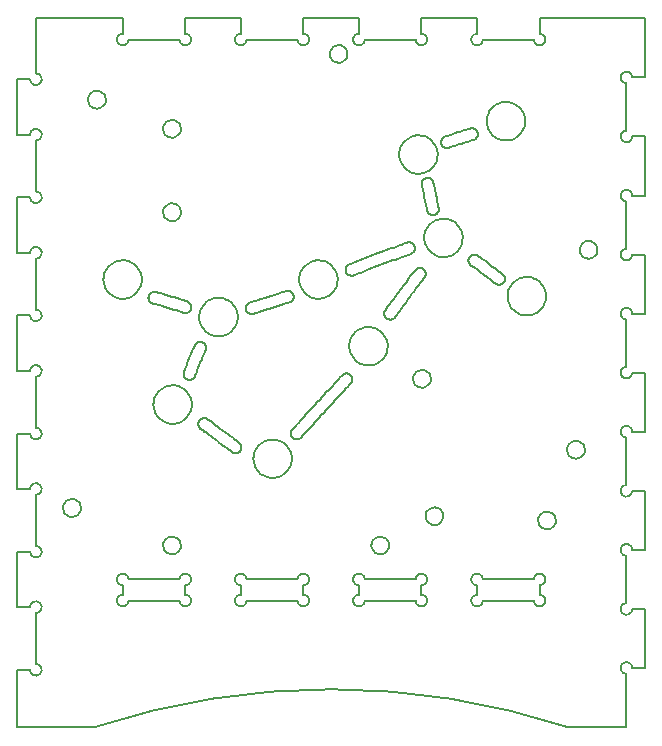
<source format=gbr>
G04 #@! TF.GenerationSoftware,KiCad,Pcbnew,(5.1.2)-1*
G04 #@! TF.CreationDate,2019-05-11T17:28:29-07:00*
G04 #@! TF.ProjectId,ExportTemplate,4578706f-7274-4546-956d-706c6174652e,rev?*
G04 #@! TF.SameCoordinates,Original*
G04 #@! TF.FileFunction,Profile,NP*
%FSLAX46Y46*%
G04 Gerber Fmt 4.6, Leading zero omitted, Abs format (unit mm)*
G04 Created by KiCad (PCBNEW (5.1.2)-1) date 2019-05-11 17:28:29*
%MOMM*%
%LPD*%
G04 APERTURE LIST*
%ADD10C,0.200000*%
G04 APERTURE END LIST*
D10*
X113599278Y-97046090D02*
X113588235Y-97054176D01*
X113443190Y-97124672D02*
X113420036Y-97130993D01*
X113466053Y-97117243D02*
X113443190Y-97124672D01*
X113488582Y-97108711D02*
X113466053Y-97117243D01*
X113746895Y-96869329D02*
X113745353Y-96872387D01*
X113499708Y-97104033D02*
X113488582Y-97108711D01*
X113537826Y-97085505D02*
X113532465Y-97088356D01*
X113630977Y-97020080D02*
X113620653Y-97029033D01*
X113610085Y-97037706D02*
X113599278Y-97046090D01*
X113553729Y-97076544D02*
X113552414Y-97077314D01*
X113555207Y-97075671D02*
X113554468Y-97076108D01*
X113620653Y-97029033D02*
X113610085Y-97037706D01*
X113678780Y-96971392D02*
X113660442Y-96991622D01*
X113733958Y-96893457D02*
X113726991Y-96905225D01*
X113696020Y-96950218D02*
X113678780Y-96971392D01*
X113712111Y-96928148D02*
X113704213Y-96939292D01*
X113726991Y-96905225D02*
X113719706Y-96916791D01*
X113751758Y-96859308D02*
X113751392Y-96860083D01*
X113755431Y-96851314D02*
X113754148Y-96854149D01*
X113753500Y-96855564D02*
X113752847Y-96856978D01*
X113510734Y-97099081D02*
X113499708Y-97104033D01*
X113532465Y-97088356D02*
X113521655Y-97093855D01*
X113543158Y-97082586D02*
X113537826Y-97085505D01*
X113743788Y-96875433D02*
X113740596Y-96881490D01*
X113558153Y-97073909D02*
X113556682Y-97074793D01*
X113548459Y-97079599D02*
X113543158Y-97082586D01*
X113551098Y-97078080D02*
X113548459Y-97079599D01*
X113552414Y-97077314D02*
X113551098Y-97078080D01*
X113660442Y-96991622D02*
X113641053Y-97010855D01*
X113752122Y-96858532D02*
X113751758Y-96859308D01*
X113752485Y-96857755D02*
X113752122Y-96858532D01*
X113554468Y-97076108D02*
X113554098Y-97076326D01*
X113562546Y-97071228D02*
X113559621Y-97073021D01*
X113565457Y-97069414D02*
X113562546Y-97071228D01*
X113568354Y-97067579D02*
X113565457Y-97069414D01*
X113571237Y-97065725D02*
X113568354Y-97067579D01*
X113737318Y-96887498D02*
X113733958Y-96893457D01*
X113756695Y-96848474D02*
X113755431Y-96851314D01*
X113704213Y-96939292D02*
X113696020Y-96950218D01*
X113582627Y-97058105D02*
X113576961Y-97061954D01*
X113745353Y-96872387D02*
X113743788Y-96875433D01*
X113740596Y-96881490D02*
X113737318Y-96887498D01*
X113749915Y-96863177D02*
X113748416Y-96866259D01*
X113521655Y-97093855D02*
X113510734Y-97099081D01*
X113559621Y-97073021D02*
X113558153Y-97073909D01*
X113748416Y-96866259D02*
X113746895Y-96869329D01*
X113719706Y-96916791D02*
X113712111Y-96928148D01*
X113554098Y-97076326D02*
X113553729Y-97076544D01*
X113556682Y-97074793D02*
X113555207Y-97075671D01*
X113754148Y-96854149D02*
X113753500Y-96855564D01*
X113641053Y-97010855D02*
X113630977Y-97020080D01*
X113751392Y-96860083D02*
X113750656Y-96861631D01*
X113750656Y-96861631D02*
X113749915Y-96863177D01*
X113576961Y-97061954D02*
X113571237Y-97065725D01*
X113588235Y-97054176D02*
X113582627Y-97058105D01*
X113752847Y-96856978D02*
X113752666Y-96857367D01*
X113752666Y-96857367D02*
X113752485Y-96857755D01*
X113583737Y-96234573D02*
X113591081Y-96240013D01*
X112553140Y-95471131D02*
X112747857Y-95615373D01*
X113112825Y-95885733D02*
X113233631Y-95975223D01*
X113233631Y-95975223D02*
X113270842Y-96002788D01*
X111598923Y-94764269D02*
X111646200Y-94799291D01*
X111515199Y-94702249D02*
X111522543Y-94707688D01*
X107613009Y-88239365D02*
X107645798Y-88274737D01*
X113617259Y-96260219D02*
X113626981Y-96268430D01*
X113771414Y-96811080D02*
X113767224Y-96822673D01*
X113794219Y-96716395D02*
X113790291Y-96740307D01*
X113671768Y-96312504D02*
X113687864Y-96331423D01*
X113595557Y-96243329D02*
X113596690Y-96244168D01*
X111701889Y-94840544D02*
X111835438Y-94939474D01*
X113775305Y-96799420D02*
X113771414Y-96811080D01*
X113785187Y-96764090D02*
X113778897Y-96787697D01*
X113790291Y-96740307D02*
X113785187Y-96764090D01*
X113798575Y-96668360D02*
X113794219Y-96716395D01*
X113702903Y-96351001D02*
X113729769Y-96391940D01*
X113460080Y-96142971D02*
X113507357Y-96177993D01*
X113607288Y-96252223D02*
X113612304Y-96256194D01*
X113687864Y-96331423D02*
X113702903Y-96351001D01*
X111511160Y-94699256D02*
X111512659Y-94700367D01*
X113597942Y-96245096D02*
X113602210Y-96248308D01*
X113654625Y-96294297D02*
X113671768Y-96312504D01*
X113507357Y-96177993D02*
X113545460Y-96206218D01*
X107645798Y-88274737D02*
X107675207Y-88313358D01*
X113545460Y-96206218D02*
X113560831Y-96217605D01*
X111522543Y-94707688D02*
X111532658Y-94715181D01*
X111993455Y-95056529D02*
X112169822Y-95187178D01*
X113757940Y-96845628D02*
X113756695Y-96848474D01*
X113760374Y-96839920D02*
X113757940Y-96845628D01*
X113762733Y-96834191D02*
X113760374Y-96839920D01*
X113767224Y-96822673D02*
X113762733Y-96834191D01*
X113341057Y-96054802D02*
X113404392Y-96101718D01*
X113798321Y-96620333D02*
X113798575Y-96668360D01*
X111560820Y-94736044D02*
X111598923Y-94764269D01*
X111532658Y-94715181D02*
X111560820Y-94736044D01*
X107577142Y-88207425D02*
X107613009Y-88239365D01*
X113778897Y-96787697D02*
X113775305Y-96799420D01*
X113793518Y-96572648D02*
X113798321Y-96620333D01*
X113404392Y-96101718D02*
X113460080Y-96142971D01*
X113770469Y-96479615D02*
X113784219Y-96525632D01*
X113729769Y-96391940D02*
X113752306Y-96434934D01*
X112936458Y-95755084D02*
X113112825Y-95885733D01*
X112747857Y-95615373D02*
X112936458Y-95755084D01*
X112358423Y-95326889D02*
X112553140Y-95471131D01*
X111646200Y-94799291D02*
X111701889Y-94840544D01*
X111512659Y-94700367D02*
X111515199Y-94702249D01*
X112169822Y-95187178D02*
X112358423Y-95326889D01*
X107675207Y-88313358D02*
X107722613Y-88399536D01*
X111835438Y-94939474D02*
X111993455Y-95056529D01*
X113784219Y-96525632D02*
X113793518Y-96572648D01*
X113596690Y-96244168D02*
X113597942Y-96245096D01*
X107722613Y-88399536D02*
X107752640Y-88496022D01*
X113591081Y-96240013D02*
X113593683Y-96241941D01*
X113270842Y-96002788D02*
X113341057Y-96054802D01*
X113560831Y-96217605D02*
X113573622Y-96227080D01*
X113752306Y-96434934D02*
X113770469Y-96479615D01*
X113636450Y-96276851D02*
X113654625Y-96294297D01*
X113573622Y-96227080D02*
X113583737Y-96234573D01*
X113626981Y-96268430D02*
X113636450Y-96276851D01*
X113612304Y-96256194D02*
X113617259Y-96260219D01*
X113602210Y-96248308D02*
X113607288Y-96252223D01*
X113593683Y-96241941D02*
X113595557Y-96243329D01*
X111509210Y-94697812D02*
X111511160Y-94699256D01*
X107266332Y-88095877D02*
X107279995Y-88096129D01*
X107307293Y-88097750D02*
X107320910Y-88099127D01*
X107144526Y-88109930D02*
X107157852Y-88106930D01*
X107067030Y-88135410D02*
X107067425Y-88135242D01*
X107044044Y-88145902D02*
X107049629Y-88143221D01*
X107098595Y-88123281D02*
X107105079Y-88121100D01*
X107358156Y-88104912D02*
X107359839Y-88105246D01*
X107356471Y-88104585D02*
X107358156Y-88104912D01*
X107334494Y-88100888D02*
X107341270Y-88101915D01*
X107076137Y-88131644D02*
X107079321Y-88130379D01*
X107069004Y-88134574D02*
X107069794Y-88134243D01*
X107497319Y-88154553D02*
X107538485Y-88179094D01*
X107475880Y-88143762D02*
X107497319Y-88154553D01*
X107431463Y-88125259D02*
X107453916Y-88133989D01*
X107420064Y-88121293D02*
X107431463Y-88125259D01*
X107396942Y-88114176D02*
X107408555Y-88117598D01*
X107385229Y-88111031D02*
X107396942Y-88114176D01*
X107360681Y-88105415D02*
X107361101Y-88105501D01*
X107131282Y-88113290D02*
X107144526Y-88109930D01*
X107379336Y-88109564D02*
X107385229Y-88111031D01*
X107063776Y-88136810D02*
X107065204Y-88136192D01*
X107373421Y-88108167D02*
X107379336Y-88109564D01*
X107367482Y-88106841D02*
X107373421Y-88108167D01*
X107364505Y-88106205D02*
X107367482Y-88106841D01*
X107071377Y-88133584D02*
X107072961Y-88132932D01*
X107225393Y-88097317D02*
X107252671Y-88095993D01*
X107072961Y-88132932D02*
X107076137Y-88131644D01*
X107363014Y-88105893D02*
X107364505Y-88106205D01*
X107361522Y-88105586D02*
X107363014Y-88105893D01*
X107361101Y-88105501D02*
X107361522Y-88105586D01*
X107359839Y-88105246D02*
X107360681Y-88105415D01*
X107354785Y-88104263D02*
X107356471Y-88104585D01*
X107348035Y-88103040D02*
X107351412Y-88103639D01*
X107344654Y-88102465D02*
X107348035Y-88103040D01*
X107341270Y-88101915D02*
X107344654Y-88102465D01*
X107252671Y-88095993D02*
X107266332Y-88095877D01*
X107079321Y-88130379D02*
X107082514Y-88129138D01*
X107069794Y-88134243D02*
X107071377Y-88133584D01*
X107327707Y-88099959D02*
X107334494Y-88100888D01*
X107118130Y-88117013D02*
X107131282Y-88113290D01*
X107320910Y-88099127D02*
X107327707Y-88099959D01*
X107060926Y-88138058D02*
X107063776Y-88136810D01*
X107293652Y-88096752D02*
X107307293Y-88097750D01*
X107092140Y-88125555D02*
X107098595Y-88123281D01*
X107066636Y-88135578D02*
X107067030Y-88135410D01*
X107085715Y-88127920D02*
X107092140Y-88125555D01*
X107055257Y-88140606D02*
X107058086Y-88139324D01*
X107022130Y-88157271D02*
X107033000Y-88151458D01*
X107033000Y-88151458D02*
X107044044Y-88145902D01*
X107198230Y-88100086D02*
X107225393Y-88097317D01*
X107082514Y-88129138D02*
X107085715Y-88127920D01*
X107351412Y-88103639D02*
X107354785Y-88104263D01*
X107105079Y-88121100D02*
X107118130Y-88117013D01*
X107058086Y-88139324D02*
X107060926Y-88138058D01*
X107049629Y-88143221D02*
X107055257Y-88140606D01*
X107067425Y-88135242D02*
X107068214Y-88134907D01*
X107538485Y-88179094D02*
X107577142Y-88207425D01*
X107065204Y-88136192D02*
X107066636Y-88135578D01*
X107453916Y-88133989D02*
X107475880Y-88143762D01*
X107408555Y-88117598D02*
X107420064Y-88121293D01*
X107279995Y-88096129D02*
X107293652Y-88096752D01*
X107171250Y-88104290D02*
X107198230Y-88100086D01*
X107068214Y-88134907D02*
X107069004Y-88134574D01*
X107157852Y-88106930D02*
X107171250Y-88104290D01*
X84858513Y-91013248D02*
X84880277Y-90833123D01*
X84880277Y-90833123D02*
X84933708Y-90685529D01*
X84933708Y-90685529D02*
X85009877Y-90561354D01*
X85009877Y-90561354D02*
X85105476Y-90456947D01*
X85105476Y-90456947D02*
X85221058Y-90370945D01*
X85221058Y-90370945D02*
X85356838Y-90306513D01*
X85356838Y-90306513D02*
X85521801Y-90268203D01*
X85521801Y-90268203D02*
X85608513Y-90263248D01*
X110063069Y-93894275D02*
X109992466Y-94025471D01*
X109992466Y-94025471D02*
X109911736Y-94147607D01*
X109911736Y-94147607D02*
X109822475Y-94259464D01*
X109822475Y-94259464D02*
X109723667Y-94362958D01*
X109723667Y-94362958D02*
X109616068Y-94457303D01*
X109616068Y-94457303D02*
X109499519Y-94542453D01*
X109499519Y-94542453D02*
X109373214Y-94618361D01*
X109373214Y-94618361D02*
X109237023Y-94684073D01*
X109237023Y-94684073D02*
X109090864Y-94738342D01*
X109090864Y-94738342D02*
X108931168Y-94780359D01*
X108931168Y-94780359D02*
X108756662Y-94807185D01*
X108756662Y-94807185D02*
X108562700Y-94814630D01*
X108562700Y-94814630D02*
X108377324Y-94799913D01*
X108377324Y-94799913D02*
X108204798Y-94766481D01*
X108204798Y-94766481D02*
X108048108Y-94718617D01*
X108048108Y-94718617D02*
X107906600Y-94659840D01*
X107906600Y-94659840D02*
X107894153Y-94653915D01*
X103997402Y-119235470D02*
X103975628Y-119415587D01*
X103975628Y-119415587D02*
X103922199Y-119563181D01*
X103922199Y-119563181D02*
X103845349Y-119688253D01*
X103845349Y-119688253D02*
X103749597Y-119792517D01*
X103749597Y-119792517D02*
X103633759Y-119878421D01*
X103633759Y-119878421D02*
X103497176Y-119942868D01*
X103497176Y-119942868D02*
X103334108Y-119980508D01*
X103334108Y-119980508D02*
X103247402Y-119985470D01*
X85608513Y-118485470D02*
X85788630Y-118507234D01*
X85788630Y-118507234D02*
X85935968Y-118560540D01*
X85935968Y-118560540D02*
X86061296Y-118637514D01*
X86061296Y-118637514D02*
X86165560Y-118733267D01*
X86165560Y-118733267D02*
X86251392Y-118848983D01*
X86251392Y-118848983D02*
X86316293Y-118986772D01*
X86316293Y-118986772D02*
X86353686Y-119149936D01*
X86353686Y-119149936D02*
X86358513Y-119235470D01*
X84858513Y-119235470D02*
X84880277Y-119055345D01*
X84880277Y-119055345D02*
X84933708Y-118907751D01*
X84933708Y-118907751D02*
X85009877Y-118783576D01*
X85009877Y-118783576D02*
X85105476Y-118679169D01*
X85105476Y-118679169D02*
X85221058Y-118593167D01*
X85221058Y-118593167D02*
X85356838Y-118528735D01*
X85356838Y-118528735D02*
X85521801Y-118490425D01*
X85521801Y-118490425D02*
X85608513Y-118485470D01*
X99479736Y-97422053D02*
X99409133Y-97553249D01*
X99409133Y-97553249D02*
X99328403Y-97675385D01*
X99328403Y-97675385D02*
X99239142Y-97787242D01*
X99239142Y-97787242D02*
X99140334Y-97890736D01*
X99140334Y-97890736D02*
X99032735Y-97985080D01*
X99032735Y-97985080D02*
X98916186Y-98070230D01*
X98916186Y-98070230D02*
X98789881Y-98146138D01*
X98789881Y-98146138D02*
X98653690Y-98211850D01*
X98653690Y-98211850D02*
X98507531Y-98266119D01*
X98507531Y-98266119D02*
X98347835Y-98308136D01*
X98347835Y-98308136D02*
X98173329Y-98334963D01*
X98173329Y-98334963D02*
X97979366Y-98342408D01*
X97979366Y-98342408D02*
X97793990Y-98327691D01*
X97793990Y-98327691D02*
X97621464Y-98294259D01*
X97621464Y-98294259D02*
X97464774Y-98246395D01*
X97464774Y-98246395D02*
X97323266Y-98187618D01*
X97323266Y-98187618D02*
X97310819Y-98181693D01*
X107894153Y-94653915D02*
X107764057Y-94583975D01*
X107764057Y-94583975D02*
X107643379Y-94504446D01*
X107643379Y-94504446D02*
X107531789Y-94415793D01*
X107531789Y-94415793D02*
X107428685Y-94317870D01*
X107428685Y-94317870D02*
X107334206Y-94210757D01*
X107334206Y-94210757D02*
X107248344Y-94093936D01*
X107248344Y-94093936D02*
X107172679Y-93968889D01*
X107172679Y-93968889D02*
X107106507Y-93832910D01*
X107106507Y-93832910D02*
X107051749Y-93686932D01*
X107051749Y-93686932D02*
X107009449Y-93528579D01*
X107009449Y-93528579D02*
X106981910Y-93354210D01*
X106981910Y-93354210D02*
X106973646Y-93160948D01*
X106973646Y-93160948D02*
X106987833Y-92973114D01*
X106987833Y-92973114D02*
X107021174Y-92798711D01*
X107021174Y-92798711D02*
X107068496Y-92642584D01*
X107068496Y-92642584D02*
X107127466Y-92499821D01*
X107127466Y-92499821D02*
X107134513Y-92484999D01*
X86358513Y-91013248D02*
X86336739Y-91193365D01*
X86336739Y-91193365D02*
X86283310Y-91340959D01*
X86283310Y-91340959D02*
X86206460Y-91466031D01*
X86206460Y-91466031D02*
X86110708Y-91570295D01*
X86110708Y-91570295D02*
X85994870Y-91656199D01*
X85994870Y-91656199D02*
X85858287Y-91720646D01*
X85858287Y-91720646D02*
X85695219Y-91758286D01*
X85695219Y-91758286D02*
X85608513Y-91763248D01*
X85668236Y-105675748D02*
X85858651Y-105686782D01*
X85858651Y-105686782D02*
X86029994Y-105716157D01*
X86029994Y-105716157D02*
X86186465Y-105760129D01*
X86186465Y-105760129D02*
X86330785Y-105816507D01*
X86330785Y-105816507D02*
X86464823Y-105884057D01*
X86464823Y-105884057D02*
X86592170Y-105963792D01*
X86592170Y-105963792D02*
X86706109Y-106050314D01*
X86706109Y-106050314D02*
X86814047Y-106148470D01*
X86814047Y-106148470D02*
X86910441Y-106253052D01*
X86910441Y-106253052D02*
X86998540Y-106367282D01*
X86998540Y-106367282D02*
X87077326Y-106490826D01*
X87077326Y-106490826D02*
X87145846Y-106623573D01*
X87145846Y-106623573D02*
X87203610Y-106767193D01*
X87203610Y-106767193D02*
X87248884Y-106922104D01*
X87248884Y-106922104D02*
X87279934Y-107091873D01*
X87279934Y-107091873D02*
X87293109Y-107280398D01*
X87293109Y-107280398D02*
X87293236Y-107300748D01*
X103247402Y-119985470D02*
X103067277Y-119963696D01*
X103067277Y-119963696D02*
X102918661Y-119909769D01*
X102918661Y-119909769D02*
X102793713Y-119832735D01*
X102793713Y-119832735D02*
X102689029Y-119736202D01*
X102689029Y-119736202D02*
X102602769Y-119619039D01*
X102602769Y-119619039D02*
X102538480Y-119480907D01*
X102538480Y-119480907D02*
X102501829Y-119317462D01*
X102501829Y-119317462D02*
X102497402Y-119235470D01*
X86358513Y-119235470D02*
X86336739Y-119415587D01*
X86336739Y-119415587D02*
X86283310Y-119563181D01*
X86283310Y-119563181D02*
X86206460Y-119688253D01*
X86206460Y-119688253D02*
X86110708Y-119792517D01*
X86110708Y-119792517D02*
X85994870Y-119878421D01*
X85994870Y-119878421D02*
X85858287Y-119942868D01*
X85858287Y-119942868D02*
X85695219Y-119980508D01*
X85695219Y-119980508D02*
X85608513Y-119985470D01*
X114595096Y-81847581D02*
X114725461Y-81917679D01*
X114725461Y-81917679D02*
X114848428Y-81998907D01*
X114848428Y-81998907D02*
X114960285Y-82088163D01*
X114960285Y-82088163D02*
X115063566Y-82186749D01*
X115063566Y-82186749D02*
X115157158Y-82293370D01*
X115157158Y-82293370D02*
X115241915Y-82409079D01*
X115241915Y-82409079D02*
X115317727Y-82534740D01*
X115317727Y-82534740D02*
X115383213Y-82669694D01*
X115383213Y-82669694D02*
X115437864Y-82815715D01*
X115437864Y-82815715D02*
X115480297Y-82975293D01*
X115480297Y-82975293D02*
X115507547Y-83149408D01*
X115507547Y-83149408D02*
X115515549Y-83343007D01*
X115515549Y-83343007D02*
X115501323Y-83528993D01*
X115501323Y-83528993D02*
X115469131Y-83698482D01*
X115469131Y-83698482D02*
X115422260Y-83854667D01*
X115422260Y-83854667D02*
X115363444Y-83998108D01*
X115363444Y-83998108D02*
X115354736Y-84016498D01*
X115502451Y-99746411D02*
X115326466Y-99720243D01*
X115326466Y-99720243D02*
X115166786Y-99679008D01*
X115166786Y-99679008D02*
X115020110Y-99625114D01*
X115020110Y-99625114D02*
X114884087Y-99559850D01*
X114884087Y-99559850D02*
X114758288Y-99484527D01*
X114758288Y-99484527D02*
X114642349Y-99400174D01*
X114642349Y-99400174D02*
X114535099Y-99306715D01*
X114535099Y-99306715D02*
X114435368Y-99203110D01*
X114435368Y-99203110D02*
X114345533Y-99091691D01*
X114345533Y-99091691D02*
X114264769Y-98971159D01*
X114264769Y-98971159D02*
X114193800Y-98841401D01*
X114193800Y-98841401D02*
X114133275Y-98701387D01*
X114133275Y-98701387D02*
X114083914Y-98547828D01*
X114083914Y-98547828D02*
X114048939Y-98382639D01*
X114048939Y-98382639D02*
X114030713Y-98199891D01*
X114030713Y-98199891D02*
X114034313Y-98001469D01*
X114034313Y-98001469D02*
X114036461Y-97976630D01*
X85608513Y-119985470D02*
X85428388Y-119963696D01*
X85428388Y-119963696D02*
X85279772Y-119909769D01*
X85279772Y-119909769D02*
X85154824Y-119832735D01*
X85154824Y-119832735D02*
X85050140Y-119736202D01*
X85050140Y-119736202D02*
X84963880Y-119619039D01*
X84963880Y-119619039D02*
X84899591Y-119480907D01*
X84899591Y-119480907D02*
X84862940Y-119317462D01*
X84862940Y-119317462D02*
X84858513Y-119235470D01*
X119827958Y-111871581D02*
X119647833Y-111849807D01*
X119647833Y-111849807D02*
X119499217Y-111795880D01*
X119499217Y-111795880D02*
X119374269Y-111718846D01*
X119374269Y-111718846D02*
X119269585Y-111622313D01*
X119269585Y-111622313D02*
X119183325Y-111505150D01*
X119183325Y-111505150D02*
X119119036Y-111367018D01*
X119119036Y-111367018D02*
X119082385Y-111203573D01*
X119082385Y-111203573D02*
X119077958Y-111121581D01*
X109303429Y-91725359D02*
X109433794Y-91795457D01*
X109433794Y-91795457D02*
X109556761Y-91876685D01*
X109556761Y-91876685D02*
X109668618Y-91965941D01*
X109668618Y-91965941D02*
X109771899Y-92064527D01*
X109771899Y-92064527D02*
X109865492Y-92171148D01*
X109865492Y-92171148D02*
X109950249Y-92286857D01*
X109950249Y-92286857D02*
X110026061Y-92412518D01*
X110026061Y-92412518D02*
X110091547Y-92547472D01*
X110091547Y-92547472D02*
X110146198Y-92693493D01*
X110146198Y-92693493D02*
X110188631Y-92853071D01*
X110188631Y-92853071D02*
X110215880Y-93027186D01*
X110215880Y-93027186D02*
X110223882Y-93220785D01*
X110223882Y-93220785D02*
X110209656Y-93406771D01*
X110209656Y-93406771D02*
X110177464Y-93576260D01*
X110177464Y-93576260D02*
X110130593Y-93732445D01*
X110130593Y-93732445D02*
X110071777Y-93875885D01*
X110071777Y-93875885D02*
X110063069Y-93894275D01*
X87293236Y-107300748D02*
X87282269Y-107490525D01*
X87282269Y-107490525D02*
X87252956Y-107661889D01*
X87252956Y-107661889D02*
X87208051Y-107821339D01*
X87208051Y-107821339D02*
X87149939Y-107968929D01*
X87149939Y-107968929D02*
X87082199Y-108102141D01*
X87082199Y-108102141D02*
X87004836Y-108225185D01*
X87004836Y-108225185D02*
X86917881Y-108339558D01*
X86917881Y-108339558D02*
X86820293Y-108446775D01*
X86820293Y-108446775D02*
X86715924Y-108542953D01*
X86715924Y-108542953D02*
X86601941Y-108630878D01*
X86601941Y-108630878D02*
X86478149Y-108709838D01*
X86478149Y-108709838D02*
X86344841Y-108778616D01*
X86344841Y-108778616D02*
X86200018Y-108836734D01*
X86200018Y-108836734D02*
X86044421Y-108881980D01*
X86044421Y-108881980D02*
X85873926Y-108912851D01*
X85873926Y-108912851D02*
X85685958Y-108925651D01*
X85685958Y-108925651D02*
X85668236Y-108925748D01*
X98720096Y-95253137D02*
X98850461Y-95323235D01*
X98850461Y-95323235D02*
X98973428Y-95404463D01*
X98973428Y-95404463D02*
X99085285Y-95493719D01*
X99085285Y-95493719D02*
X99188566Y-95592305D01*
X99188566Y-95592305D02*
X99282158Y-95698926D01*
X99282158Y-95698926D02*
X99366915Y-95814635D01*
X99366915Y-95814635D02*
X99442727Y-95940296D01*
X99442727Y-95940296D02*
X99508213Y-96075250D01*
X99508213Y-96075250D02*
X99562864Y-96221271D01*
X99562864Y-96221271D02*
X99605297Y-96380849D01*
X99605297Y-96380849D02*
X99632547Y-96554964D01*
X99632547Y-96554964D02*
X99640549Y-96748563D01*
X99640549Y-96748563D02*
X99626323Y-96934549D01*
X99626323Y-96934549D02*
X99594131Y-97104038D01*
X99594131Y-97104038D02*
X99547260Y-97260223D01*
X99547260Y-97260223D02*
X99488444Y-97403663D01*
X99488444Y-97403663D02*
X99479736Y-97422053D01*
X85608513Y-91763248D02*
X85428388Y-91741474D01*
X85428388Y-91741474D02*
X85279772Y-91687547D01*
X85279772Y-91687547D02*
X85154824Y-91610513D01*
X85154824Y-91610513D02*
X85050140Y-91513980D01*
X85050140Y-91513980D02*
X84963880Y-91396817D01*
X84963880Y-91396817D02*
X84899591Y-91258685D01*
X84899591Y-91258685D02*
X84862940Y-91095240D01*
X84862940Y-91095240D02*
X84858513Y-91013248D01*
X117272232Y-98280422D02*
X117246064Y-98456399D01*
X117246064Y-98456399D02*
X117204640Y-98616682D01*
X117204640Y-98616682D02*
X117150691Y-98763329D01*
X117150691Y-98763329D02*
X117085671Y-98898782D01*
X117085671Y-98898782D02*
X117010348Y-99024576D01*
X117010348Y-99024576D02*
X116925803Y-99140753D01*
X116925803Y-99140753D02*
X116830642Y-99249752D01*
X116830642Y-99249752D02*
X116727102Y-99349106D01*
X116727102Y-99349106D02*
X116615548Y-99438776D01*
X116615548Y-99438776D02*
X116494108Y-99519834D01*
X116494108Y-99519834D02*
X116363921Y-99590677D01*
X116363921Y-99590677D02*
X116222885Y-99651213D01*
X116222885Y-99651213D02*
X116070949Y-99699667D01*
X116070949Y-99699667D02*
X115904734Y-99734507D01*
X115904734Y-99734507D02*
X115721239Y-99752336D01*
X115721239Y-99752336D02*
X115524679Y-99748346D01*
X115524679Y-99748346D02*
X115502451Y-99746411D01*
X120577958Y-111121581D02*
X120556184Y-111301698D01*
X120556184Y-111301698D02*
X120502755Y-111449292D01*
X120502755Y-111449292D02*
X120425905Y-111574364D01*
X120425905Y-111574364D02*
X120330152Y-111678628D01*
X120330152Y-111678628D02*
X120214314Y-111764532D01*
X120214314Y-111764532D02*
X120077731Y-111828979D01*
X120077731Y-111828979D02*
X119914664Y-111866619D01*
X119914664Y-111866619D02*
X119827958Y-111871581D01*
X85608513Y-90263248D02*
X85788630Y-90285012D01*
X85788630Y-90285012D02*
X85935968Y-90338318D01*
X85935968Y-90338318D02*
X86061296Y-90415292D01*
X86061296Y-90415292D02*
X86165560Y-90511045D01*
X86165560Y-90511045D02*
X86251392Y-90626761D01*
X86251392Y-90626761D02*
X86316293Y-90764550D01*
X86316293Y-90764550D02*
X86353686Y-90927714D01*
X86353686Y-90927714D02*
X86358513Y-91013248D01*
X112426180Y-82607221D02*
X112496113Y-82477125D01*
X112496113Y-82477125D02*
X112575640Y-82356447D01*
X112575640Y-82356447D02*
X112665526Y-82243439D01*
X112665526Y-82243439D02*
X112763557Y-82140462D01*
X112763557Y-82140462D02*
X112870769Y-82046113D01*
X112870769Y-82046113D02*
X112986659Y-81961071D01*
X112986659Y-81961071D02*
X113112267Y-81885163D01*
X113112267Y-81885163D02*
X113248293Y-81819094D01*
X113248293Y-81819094D02*
X113395474Y-81764073D01*
X113395474Y-81764073D02*
X113553892Y-81722008D01*
X113553892Y-81722008D02*
X113727094Y-81694853D01*
X113727094Y-81694853D02*
X113919138Y-81686714D01*
X113919138Y-81686714D02*
X114106355Y-81700817D01*
X114106355Y-81700817D02*
X114274625Y-81732576D01*
X114274625Y-81732576D02*
X114429026Y-81778547D01*
X114429026Y-81778547D02*
X114573139Y-81837210D01*
X114573139Y-81837210D02*
X114595096Y-81847581D01*
X114036461Y-97976630D02*
X114062300Y-97802219D01*
X114062300Y-97802219D02*
X114103480Y-97642171D01*
X114103480Y-97642171D02*
X114157751Y-97494289D01*
X114157751Y-97494289D02*
X114223019Y-97358266D01*
X114223019Y-97358266D02*
X114298339Y-97232467D01*
X114298339Y-97232467D02*
X114383261Y-97115810D01*
X114383261Y-97115810D02*
X114477200Y-97008172D01*
X114477200Y-97008172D02*
X114579524Y-96909748D01*
X114579524Y-96909748D02*
X114697071Y-96815387D01*
X114697071Y-96815387D02*
X114817451Y-96735473D01*
X114817451Y-96735473D02*
X114948071Y-96664764D01*
X114948071Y-96664764D02*
X115090997Y-96603898D01*
X115090997Y-96603898D02*
X115243744Y-96555795D01*
X115243744Y-96555795D02*
X115410166Y-96521584D01*
X115410166Y-96521584D02*
X115594479Y-96504442D01*
X115594479Y-96504442D02*
X115791197Y-96509294D01*
X115791197Y-96509294D02*
X115806243Y-96510641D01*
X113185819Y-84776137D02*
X113055723Y-84706197D01*
X113055723Y-84706197D02*
X112935045Y-84626668D01*
X112935045Y-84626668D02*
X112823455Y-84538015D01*
X112823455Y-84538015D02*
X112720352Y-84440092D01*
X112720352Y-84440092D02*
X112625873Y-84332979D01*
X112625873Y-84332979D02*
X112540011Y-84216158D01*
X112540011Y-84216158D02*
X112464346Y-84091111D01*
X112464346Y-84091111D02*
X112398174Y-83955132D01*
X112398174Y-83955132D02*
X112343416Y-83809154D01*
X112343416Y-83809154D02*
X112301116Y-83650801D01*
X112301116Y-83650801D02*
X112273577Y-83476432D01*
X112273577Y-83476432D02*
X112265313Y-83283170D01*
X112265313Y-83283170D02*
X112279500Y-83095336D01*
X112279500Y-83095336D02*
X112312841Y-82920933D01*
X112312841Y-82920933D02*
X112360163Y-82764806D01*
X112360163Y-82764806D02*
X112419133Y-82622043D01*
X112419133Y-82622043D02*
X112426180Y-82607221D01*
X115354736Y-84016498D02*
X115284133Y-84147694D01*
X115284133Y-84147694D02*
X115203403Y-84269830D01*
X115203403Y-84269830D02*
X115114142Y-84381687D01*
X115114142Y-84381687D02*
X115015334Y-84485181D01*
X115015334Y-84485181D02*
X114907735Y-84579525D01*
X114907735Y-84579525D02*
X114791186Y-84664675D01*
X114791186Y-84664675D02*
X114664881Y-84740583D01*
X114664881Y-84740583D02*
X114528690Y-84806295D01*
X114528690Y-84806295D02*
X114382531Y-84860564D01*
X114382531Y-84860564D02*
X114222835Y-84902581D01*
X114222835Y-84902581D02*
X114048329Y-84929407D01*
X114048329Y-84929407D02*
X113854366Y-84936852D01*
X113854366Y-84936852D02*
X113668990Y-84922135D01*
X113668990Y-84922135D02*
X113496464Y-84888703D01*
X113496464Y-84888703D02*
X113339774Y-84840839D01*
X113339774Y-84840839D02*
X113198266Y-84782062D01*
X113198266Y-84782062D02*
X113185819Y-84776137D01*
X107134513Y-92484999D02*
X107204446Y-92354903D01*
X107204446Y-92354903D02*
X107283973Y-92234225D01*
X107283973Y-92234225D02*
X107373859Y-92121217D01*
X107373859Y-92121217D02*
X107471890Y-92018240D01*
X107471890Y-92018240D02*
X107579102Y-91923891D01*
X107579102Y-91923891D02*
X107694992Y-91838849D01*
X107694992Y-91838849D02*
X107820600Y-91762941D01*
X107820600Y-91762941D02*
X107956626Y-91696872D01*
X107956626Y-91696872D02*
X108103807Y-91641851D01*
X108103807Y-91641851D02*
X108262225Y-91599786D01*
X108262225Y-91599786D02*
X108435427Y-91572631D01*
X108435427Y-91572631D02*
X108627471Y-91564492D01*
X108627471Y-91564492D02*
X108814688Y-91578595D01*
X108814688Y-91578595D02*
X108982958Y-91610354D01*
X108982958Y-91610354D02*
X109137359Y-91656325D01*
X109137359Y-91656325D02*
X109281472Y-91714988D01*
X109281472Y-91714988D02*
X109303429Y-91725359D01*
X97310819Y-98181693D02*
X97180723Y-98111753D01*
X97180723Y-98111753D02*
X97060045Y-98032224D01*
X97060045Y-98032224D02*
X96948455Y-97943571D01*
X96948455Y-97943571D02*
X96845352Y-97845648D01*
X96845352Y-97845648D02*
X96750873Y-97738535D01*
X96750873Y-97738535D02*
X96665011Y-97621714D01*
X96665011Y-97621714D02*
X96589346Y-97496667D01*
X96589346Y-97496667D02*
X96523174Y-97360688D01*
X96523174Y-97360688D02*
X96468416Y-97214710D01*
X96468416Y-97214710D02*
X96426116Y-97056357D01*
X96426116Y-97056357D02*
X96398577Y-96881988D01*
X96398577Y-96881988D02*
X96390313Y-96688725D01*
X96390313Y-96688725D02*
X96404500Y-96500891D01*
X96404500Y-96500891D02*
X96437841Y-96326488D01*
X96437841Y-96326488D02*
X96485163Y-96170361D01*
X96485163Y-96170361D02*
X96544133Y-96027598D01*
X96544133Y-96027598D02*
X96551180Y-96012776D01*
X84043236Y-107300748D02*
X84054270Y-107110325D01*
X84054270Y-107110325D02*
X84083855Y-106938061D01*
X84083855Y-106938061D02*
X84128413Y-106780150D01*
X84128413Y-106780150D02*
X84185258Y-106635373D01*
X84185258Y-106635373D02*
X84252751Y-106502013D01*
X84252751Y-106502013D02*
X84330062Y-106378563D01*
X84330062Y-106378563D02*
X84417802Y-106262867D01*
X84417802Y-106262867D02*
X84513170Y-106157743D01*
X84513170Y-106157743D02*
X84618213Y-106060502D01*
X84618213Y-106060502D02*
X84732024Y-105972368D01*
X84732024Y-105972368D02*
X84854597Y-105893796D01*
X84854597Y-105893796D02*
X84988818Y-105824160D01*
X84988818Y-105824160D02*
X85131743Y-105766389D01*
X85131743Y-105766389D02*
X85287143Y-105720677D01*
X85287143Y-105720677D02*
X85459361Y-105689044D01*
X85459361Y-105689044D02*
X85651819Y-105675827D01*
X85651819Y-105675827D02*
X85668236Y-105675748D01*
X102497402Y-119235470D02*
X102519166Y-119055345D01*
X102519166Y-119055345D02*
X102572597Y-118907751D01*
X102572597Y-118907751D02*
X102648766Y-118783576D01*
X102648766Y-118783576D02*
X102744365Y-118679169D01*
X102744365Y-118679169D02*
X102859947Y-118593167D01*
X102859947Y-118593167D02*
X102995727Y-118528735D01*
X102995727Y-118528735D02*
X103160690Y-118490425D01*
X103160690Y-118490425D02*
X103247402Y-118485470D01*
X115806243Y-96510641D02*
X115982220Y-96536801D01*
X115982220Y-96536801D02*
X116142503Y-96578226D01*
X116142503Y-96578226D02*
X116288862Y-96632051D01*
X116288862Y-96632051D02*
X116424603Y-96697198D01*
X116424603Y-96697198D02*
X116550397Y-96772518D01*
X116550397Y-96772518D02*
X116666336Y-96856869D01*
X116666336Y-96856869D02*
X116774912Y-96951589D01*
X116774912Y-96951589D02*
X116877738Y-97058970D01*
X116877738Y-97058970D02*
X116968014Y-97171988D01*
X116968014Y-97171988D02*
X117049589Y-97295294D01*
X117049589Y-97295294D02*
X117119698Y-97425561D01*
X117119698Y-97425561D02*
X117179823Y-97567487D01*
X117179823Y-97567487D02*
X117227852Y-97720930D01*
X117227852Y-97720930D02*
X117261700Y-97887144D01*
X117261700Y-97887144D02*
X117278512Y-98071218D01*
X117278512Y-98071218D02*
X117273293Y-98268646D01*
X117273293Y-98268646D02*
X117272232Y-98280422D01*
X96551180Y-96012776D02*
X96621113Y-95882680D01*
X96621113Y-95882680D02*
X96700640Y-95762002D01*
X96700640Y-95762002D02*
X96790526Y-95648994D01*
X96790526Y-95648994D02*
X96888557Y-95546018D01*
X96888557Y-95546018D02*
X96995769Y-95451669D01*
X96995769Y-95451669D02*
X97111659Y-95366627D01*
X97111659Y-95366627D02*
X97237267Y-95290719D01*
X97237267Y-95290719D02*
X97373293Y-95224650D01*
X97373293Y-95224650D02*
X97520474Y-95169629D01*
X97520474Y-95169629D02*
X97678892Y-95127564D01*
X97678892Y-95127564D02*
X97852094Y-95100409D01*
X97852094Y-95100409D02*
X98044138Y-95092270D01*
X98044138Y-95092270D02*
X98231355Y-95106373D01*
X98231355Y-95106373D02*
X98399625Y-95138132D01*
X98399625Y-95138132D02*
X98554026Y-95184103D01*
X98554026Y-95184103D02*
X98698139Y-95242766D01*
X98698139Y-95242766D02*
X98720096Y-95253137D01*
X119827958Y-110371581D02*
X120008074Y-110393345D01*
X120008074Y-110393345D02*
X120155412Y-110446651D01*
X120155412Y-110446651D02*
X120280740Y-110523625D01*
X120280740Y-110523625D02*
X120385004Y-110619378D01*
X120385004Y-110619378D02*
X120470837Y-110735094D01*
X120470837Y-110735094D02*
X120535738Y-110872883D01*
X120535738Y-110872883D02*
X120573131Y-111036047D01*
X120573131Y-111036047D02*
X120577958Y-111121581D01*
X119077958Y-111121581D02*
X119099722Y-110941456D01*
X119099722Y-110941456D02*
X119153153Y-110793862D01*
X119153153Y-110793862D02*
X119229322Y-110669687D01*
X119229322Y-110669687D02*
X119324921Y-110565280D01*
X119324921Y-110565280D02*
X119440503Y-110479278D01*
X119440503Y-110479278D02*
X119576283Y-110414846D01*
X119576283Y-110414846D02*
X119741246Y-110376536D01*
X119741246Y-110376536D02*
X119827958Y-110371581D01*
X85668236Y-108925748D02*
X85478450Y-108914781D01*
X85478450Y-108914781D02*
X85307394Y-108885539D01*
X85307394Y-108885539D02*
X85149998Y-108841357D01*
X85149998Y-108841357D02*
X85005114Y-108784729D01*
X85005114Y-108784729D02*
X84871637Y-108717429D01*
X84871637Y-108717429D02*
X84748315Y-108640472D01*
X84748315Y-108640472D02*
X84633642Y-108553898D01*
X84633642Y-108553898D02*
X84528481Y-108459017D01*
X84528481Y-108459017D02*
X84430754Y-108354014D01*
X84430754Y-108354014D02*
X84342329Y-108240440D01*
X84342329Y-108240440D02*
X84263596Y-108118353D01*
X84263596Y-108118353D02*
X84194370Y-107986031D01*
X84194370Y-107986031D02*
X84135423Y-107841633D01*
X84135423Y-107841633D02*
X84089201Y-107686116D01*
X84089201Y-107686116D02*
X84057442Y-107516596D01*
X84057442Y-107516596D02*
X84043478Y-107329279D01*
X84043478Y-107329279D02*
X84043236Y-107300748D01*
X103247402Y-118485470D02*
X103427519Y-118507234D01*
X103427519Y-118507234D02*
X103574857Y-118560540D01*
X103574857Y-118560540D02*
X103700185Y-118637514D01*
X103700185Y-118637514D02*
X103804449Y-118733267D01*
X103804449Y-118733267D02*
X103890281Y-118848983D01*
X103890281Y-118848983D02*
X103955182Y-118986772D01*
X103955182Y-118986772D02*
X103992575Y-119149936D01*
X103992575Y-119149936D02*
X103997402Y-119235470D01*
X83741419Y-97926687D02*
X83745391Y-97922077D01*
X83761790Y-97904177D02*
X83770288Y-97895554D01*
X83677664Y-98022783D02*
X83684009Y-98010686D01*
X83726786Y-97944747D02*
X83728888Y-97942038D01*
X107833513Y-116016026D02*
X108013630Y-116037790D01*
X108013630Y-116037790D02*
X108160968Y-116091096D01*
X108160968Y-116091096D02*
X108286296Y-116168070D01*
X108286296Y-116168070D02*
X108390560Y-116263823D01*
X108390560Y-116263823D02*
X108476392Y-116379539D01*
X108476392Y-116379539D02*
X108541293Y-116517328D01*
X108541293Y-116517328D02*
X108578686Y-116680492D01*
X108578686Y-116680492D02*
X108583513Y-116766026D01*
X83735316Y-97933999D02*
X83736405Y-97932672D01*
X107083513Y-116766026D02*
X107105277Y-116585901D01*
X107105277Y-116585901D02*
X107158708Y-116438307D01*
X107158708Y-116438307D02*
X107234877Y-116314132D01*
X107234877Y-116314132D02*
X107330476Y-116209725D01*
X107330476Y-116209725D02*
X107446058Y-116123723D01*
X107446058Y-116123723D02*
X107581838Y-116059291D01*
X107581838Y-116059291D02*
X107746801Y-116020981D01*
X107746801Y-116020981D02*
X107833513Y-116016026D01*
X83770288Y-97895554D02*
X83778978Y-97887153D01*
X83885831Y-97810035D02*
X83929053Y-97789328D01*
X83737499Y-97931349D02*
X83738474Y-97930179D01*
X83733153Y-97936663D02*
X83734232Y-97935329D01*
X83724704Y-97947470D02*
X83726786Y-97944747D01*
X107833513Y-117516026D02*
X107653388Y-117494252D01*
X107653388Y-117494252D02*
X107504772Y-117440325D01*
X107504772Y-117440325D02*
X107379824Y-117363291D01*
X107379824Y-117363291D02*
X107275140Y-117266757D01*
X107275140Y-117266757D02*
X107188880Y-117149594D01*
X107188880Y-117149594D02*
X107124591Y-117011462D01*
X107124591Y-117011462D02*
X107087940Y-116848018D01*
X107087940Y-116848018D02*
X107083513Y-116766026D01*
X108583513Y-116766026D02*
X108561739Y-116946142D01*
X108561739Y-116946142D02*
X108508310Y-117093736D01*
X108508310Y-117093736D02*
X108431460Y-117218808D01*
X108431460Y-117218808D02*
X108335708Y-117323072D01*
X108335708Y-117323072D02*
X108219870Y-117408977D01*
X108219870Y-117408977D02*
X108083287Y-117473424D01*
X108083287Y-117473424D02*
X107920219Y-117511064D01*
X107920219Y-117511064D02*
X107833513Y-117516026D01*
X120886291Y-93438248D02*
X121066408Y-93460012D01*
X121066408Y-93460012D02*
X121213746Y-93513318D01*
X121213746Y-93513318D02*
X121339074Y-93590292D01*
X121339074Y-93590292D02*
X121443338Y-93686045D01*
X121443338Y-93686045D02*
X121529170Y-93801761D01*
X121529170Y-93801761D02*
X121594071Y-93939550D01*
X121594071Y-93939550D02*
X121631464Y-94102714D01*
X121631464Y-94102714D02*
X121636291Y-94188248D01*
X83778978Y-97887153D02*
X83787855Y-97878975D01*
X83734232Y-97935329D02*
X83735316Y-97933999D01*
X120136291Y-94188248D02*
X120158055Y-94008123D01*
X120158055Y-94008123D02*
X120211486Y-93860529D01*
X120211486Y-93860529D02*
X120287655Y-93736354D01*
X120287655Y-93736354D02*
X120383254Y-93631947D01*
X120383254Y-93631947D02*
X120498836Y-93545945D01*
X120498836Y-93545945D02*
X120634616Y-93481513D01*
X120634616Y-93481513D02*
X120799579Y-93443203D01*
X120799579Y-93443203D02*
X120886291Y-93438248D01*
X83684009Y-98010686D02*
X83690680Y-97998759D01*
X120886291Y-94938248D02*
X120706166Y-94916474D01*
X120706166Y-94916474D02*
X120557550Y-94862547D01*
X120557550Y-94862547D02*
X120432602Y-94785513D01*
X120432602Y-94785513D02*
X120327918Y-94688980D01*
X120327918Y-94688980D02*
X120241658Y-94571817D01*
X120241658Y-94571817D02*
X120177369Y-94433685D01*
X120177369Y-94433685D02*
X120140718Y-94270240D01*
X120140718Y-94270240D02*
X120136291Y-94188248D01*
X121636291Y-94188248D02*
X121614517Y-94368365D01*
X121614517Y-94368365D02*
X121561088Y-94515959D01*
X121561088Y-94515959D02*
X121484238Y-94641031D01*
X121484238Y-94641031D02*
X121388486Y-94745295D01*
X121388486Y-94745295D02*
X121272648Y-94831199D01*
X121272648Y-94831199D02*
X121136065Y-94895646D01*
X121136065Y-94895646D02*
X120972997Y-94933286D01*
X120972997Y-94933286D02*
X120886291Y-94938248D01*
X83716578Y-97958504D02*
X83720600Y-97952959D01*
X83638905Y-98124702D02*
X83642551Y-98111538D01*
X84167082Y-97751759D02*
X84266316Y-97770829D01*
X84068731Y-97752876D02*
X84167082Y-97751759D01*
X84020802Y-97760573D02*
X84068731Y-97752876D01*
X83736405Y-97932672D02*
X83736951Y-97932010D01*
X83753489Y-97913019D02*
X83761790Y-97904177D01*
X83844765Y-97834744D02*
X83885831Y-97810035D01*
X83787855Y-97878975D02*
X83806149Y-97863301D01*
X83646547Y-98098480D02*
X83655575Y-98072711D01*
X83749414Y-97917521D02*
X83753489Y-97913019D01*
X83665956Y-98047457D02*
X83677664Y-98022783D01*
X83745391Y-97922077D02*
X83749414Y-97917521D01*
X83697676Y-97987014D02*
X83704994Y-97975458D01*
X83737225Y-97931680D02*
X83737499Y-97931349D01*
X83731010Y-97939343D02*
X83733153Y-97936663D01*
X83655575Y-98072711D02*
X83665956Y-98047457D01*
X83712636Y-97964103D02*
X83716578Y-97958504D01*
X83728888Y-97942038D02*
X83731010Y-97939343D01*
X83704994Y-97975458D02*
X83712636Y-97964103D01*
X83974141Y-97772784D02*
X84020802Y-97760573D01*
X83929053Y-97789328D02*
X83974141Y-97772784D01*
X83739452Y-97929011D02*
X83741419Y-97926687D01*
X83736951Y-97932010D02*
X83737225Y-97931680D01*
X83825132Y-97848551D02*
X83844765Y-97834744D01*
X83720600Y-97952959D02*
X83724704Y-97947470D01*
X83690680Y-97998759D02*
X83697676Y-97987014D01*
X83635617Y-98137964D02*
X83638905Y-98124702D01*
X83806149Y-97863301D02*
X83825132Y-97848551D01*
X83738474Y-97930179D02*
X83739452Y-97929011D01*
X83642551Y-98111538D02*
X83646547Y-98098480D01*
X83624789Y-98205048D02*
X83624828Y-98204621D01*
X83624243Y-98211680D02*
X83624488Y-98208578D01*
X83622870Y-98254951D02*
X83622875Y-98242624D01*
X83768547Y-98602268D02*
X83736293Y-98566407D01*
X83983480Y-98730008D02*
X83981130Y-98729303D01*
X84220899Y-98801162D02*
X84151052Y-98780229D01*
X83645776Y-98398415D02*
X83633566Y-98351754D01*
X84151052Y-98780229D02*
X84091754Y-98762457D01*
X83981130Y-98729303D02*
X83979709Y-98728878D01*
X83625869Y-98303826D02*
X83623770Y-98279485D01*
X84091754Y-98762457D02*
X84043964Y-98748135D01*
X83623814Y-98217880D02*
X83624019Y-98214781D01*
X84043964Y-98748135D02*
X84024684Y-98742357D01*
X83623189Y-98230265D02*
X83623463Y-98224076D01*
X83864303Y-98677752D02*
X83843511Y-98664443D01*
X83885866Y-98690082D02*
X83864303Y-98677752D01*
X83954888Y-98720757D02*
X83942956Y-98716333D01*
X83966982Y-98724892D02*
X83960915Y-98722861D01*
X83978193Y-98728423D02*
X83973087Y-98726850D01*
X84024684Y-98742357D02*
X84008641Y-98737549D01*
X84388404Y-98851363D02*
X84300336Y-98824969D01*
X85044358Y-99047952D02*
X84807806Y-98977057D01*
X83622875Y-98242624D02*
X83623189Y-98230265D01*
X83623770Y-98279485D02*
X83623169Y-98267240D01*
X83629141Y-98327929D02*
X83625869Y-98303826D01*
X83908172Y-98701388D02*
X83885866Y-98690082D01*
X83942956Y-98716333D02*
X83931190Y-98711627D01*
X84300336Y-98824969D02*
X84220899Y-98801162D01*
X83632691Y-98151315D02*
X83635617Y-98137964D01*
X83633566Y-98351754D02*
X83629141Y-98327929D01*
X83630134Y-98164750D02*
X83632691Y-98151315D01*
X83628996Y-98171496D02*
X83630134Y-98164750D01*
X83627953Y-98178260D02*
X83628996Y-98171496D01*
X83624488Y-98208578D02*
X83624617Y-98207027D01*
X83662321Y-98443503D02*
X83645776Y-98398415D01*
X83736293Y-98566407D02*
X83707737Y-98527791D01*
X83627006Y-98185041D02*
X83627953Y-98178260D01*
X83626569Y-98188438D02*
X83627006Y-98185041D01*
X83625768Y-98195242D02*
X83626156Y-98191838D01*
X83995955Y-98733746D02*
X83986744Y-98730986D01*
X83624985Y-98202914D02*
X83625065Y-98202061D01*
X83979709Y-98728878D02*
X83978193Y-98728423D01*
X83624752Y-98205475D02*
X83624789Y-98205048D01*
X83624019Y-98214781D02*
X83624243Y-98211680D01*
X84807806Y-98977057D02*
X84586597Y-98910761D01*
X83804342Y-98635057D02*
X83768547Y-98602268D01*
X83623169Y-98267240D02*
X83622870Y-98254951D01*
X83623463Y-98224076D02*
X83623814Y-98217880D01*
X83707737Y-98527791D02*
X83683028Y-98486725D01*
X83625404Y-98198650D02*
X83625768Y-98195242D01*
X83960915Y-98722861D02*
X83954888Y-98720757D01*
X83626156Y-98191838D02*
X83626569Y-98188438D01*
X83625065Y-98202061D02*
X83625232Y-98200355D01*
X83986744Y-98730986D02*
X83983480Y-98730008D01*
X83624617Y-98207027D02*
X83624752Y-98205475D01*
X83973087Y-98726850D02*
X83966982Y-98724892D01*
X83624905Y-98203768D02*
X83624985Y-98202914D01*
X83683028Y-98486725D02*
X83662321Y-98443503D01*
X84008641Y-98737549D02*
X83995955Y-98733746D01*
X83843511Y-98664443D02*
X83804342Y-98635057D01*
X83625232Y-98200355D02*
X83625404Y-98198650D01*
X83624828Y-98204621D02*
X83624905Y-98203768D01*
X83931190Y-98711627D02*
X83908172Y-98701388D01*
X84586597Y-98910761D02*
X84388404Y-98851363D01*
X86581211Y-99508545D02*
X86568525Y-99504743D01*
X85990569Y-99331530D02*
X85769360Y-99265234D01*
X87058100Y-99421085D02*
X87039118Y-99435835D01*
X86533202Y-99494156D02*
X86485412Y-99479834D01*
X86843448Y-99523812D02*
X86795519Y-99531510D01*
X86978419Y-99474350D02*
X86935196Y-99495058D01*
X87019485Y-99449641D02*
X86978419Y-99474350D01*
X87122831Y-99357699D02*
X87118859Y-99362308D01*
X87217702Y-99185906D02*
X87208674Y-99211675D01*
X87102459Y-99380208D02*
X87093961Y-99388831D01*
X87124797Y-99355374D02*
X87122831Y-99357699D01*
X87166574Y-99297372D02*
X87159255Y-99308927D01*
X87151613Y-99320282D02*
X87147672Y-99325881D01*
X87143649Y-99331426D02*
X87139546Y-99336915D01*
X87228633Y-99146422D02*
X87225344Y-99159684D01*
X86188762Y-99390928D02*
X85990569Y-99331530D01*
X87130017Y-99349056D02*
X87128933Y-99350387D01*
X87198294Y-99236929D02*
X87186586Y-99261602D01*
X87236297Y-99106125D02*
X87235254Y-99112889D01*
X86356267Y-99441129D02*
X86188762Y-99390928D01*
X86485412Y-99479834D02*
X86426114Y-99462062D01*
X87225344Y-99159684D02*
X87221699Y-99172848D01*
X86795519Y-99531510D02*
X86697168Y-99532626D01*
X87127024Y-99352706D02*
X87126750Y-99353036D01*
X87234116Y-99119635D02*
X87231559Y-99133070D01*
X86568525Y-99504743D02*
X86533202Y-99494156D01*
X87128933Y-99350387D02*
X87127844Y-99351713D01*
X86590422Y-99511305D02*
X86581211Y-99508545D01*
X87235254Y-99112889D02*
X87234116Y-99119635D01*
X87039118Y-99435835D02*
X87019485Y-99449641D01*
X87133239Y-99345042D02*
X87131096Y-99347722D01*
X87085271Y-99397233D02*
X87076395Y-99405410D01*
X87110760Y-99371366D02*
X87102459Y-99380208D01*
X86593608Y-99512260D02*
X86590422Y-99511305D01*
X86595488Y-99512824D02*
X86593608Y-99512260D01*
X87127298Y-99352375D02*
X87127024Y-99352706D01*
X87127844Y-99351713D02*
X87127298Y-99352375D01*
X86597934Y-99513557D02*
X86595488Y-99512824D01*
X87076395Y-99405410D02*
X87058100Y-99421085D01*
X87093961Y-99388831D02*
X87085271Y-99397233D01*
X87131096Y-99347722D02*
X87130017Y-99349056D01*
X87135362Y-99342348D02*
X87133239Y-99345042D01*
X87159255Y-99308927D02*
X87151613Y-99320282D01*
X87147672Y-99325881D02*
X87143649Y-99331426D01*
X86890108Y-99511602D02*
X86843448Y-99523812D01*
X87221699Y-99172848D02*
X87217702Y-99185906D01*
X87114835Y-99366864D02*
X87110760Y-99371366D01*
X87139546Y-99336915D02*
X87137464Y-99339639D01*
X87186586Y-99261602D02*
X87180240Y-99273700D01*
X87231559Y-99133070D02*
X87228633Y-99146422D01*
X87118859Y-99362308D02*
X87114835Y-99366864D01*
X85288583Y-99121146D02*
X85044358Y-99047952D01*
X85532808Y-99194339D02*
X85288583Y-99121146D01*
X85769360Y-99265234D02*
X85532808Y-99194339D01*
X86426114Y-99462062D02*
X86356267Y-99441129D01*
X87180240Y-99273700D02*
X87173569Y-99285626D01*
X86697168Y-99532626D02*
X86597933Y-99513556D01*
X86935196Y-99495058D02*
X86890108Y-99511602D01*
X87237243Y-99099345D02*
X87236297Y-99106125D01*
X87126750Y-99353036D02*
X87125775Y-99354207D01*
X87125775Y-99354207D02*
X87124797Y-99355374D01*
X87173569Y-99285626D02*
X87166574Y-99297372D01*
X87208674Y-99211675D02*
X87198294Y-99236929D01*
X87137464Y-99339639D02*
X87135362Y-99342348D01*
X87235108Y-98956457D02*
X87238381Y-98980560D01*
X87218473Y-98885971D02*
X87230684Y-98932631D01*
X87095703Y-98682118D02*
X87127956Y-98717979D01*
X86891161Y-98557535D02*
X86897267Y-98559493D01*
X86877505Y-98553400D02*
X86880769Y-98554378D01*
X87239184Y-99082325D02*
X87239018Y-99084031D01*
X87239265Y-99081471D02*
X87239184Y-99082325D01*
X86909360Y-98563629D02*
X86921292Y-98568052D01*
X86772494Y-98521928D02*
X86820284Y-98536251D01*
X85331442Y-98090046D02*
X85575666Y-98163240D01*
X86643349Y-98483223D02*
X86713196Y-98504157D01*
X87181222Y-98797660D02*
X87201929Y-98840883D01*
X87240231Y-99069605D02*
X87240006Y-99072705D01*
X87127956Y-98717979D02*
X87156513Y-98756594D01*
X86884540Y-98555508D02*
X86886056Y-98555962D01*
X86839564Y-98542029D02*
X86855607Y-98546837D01*
X87241060Y-99054120D02*
X87240787Y-99060310D01*
X87239344Y-99080618D02*
X87239265Y-99081471D01*
X87239498Y-99078910D02*
X87239460Y-99079337D01*
X87239422Y-99079764D02*
X87239344Y-99080618D01*
X86999946Y-98606633D02*
X87020738Y-98619943D01*
X86886056Y-98555962D02*
X86891161Y-98557535D01*
X87241374Y-99041762D02*
X87241060Y-99054120D01*
X86956077Y-98582997D02*
X86978383Y-98594303D01*
X86921292Y-98568052D02*
X86933058Y-98572758D01*
X86903333Y-98561525D02*
X86909360Y-98563629D01*
X86820284Y-98536251D02*
X86839564Y-98542029D01*
X87020738Y-98619943D02*
X87059907Y-98649329D01*
X87239633Y-99077359D02*
X87239498Y-99078910D01*
X87201929Y-98840883D02*
X87218473Y-98885971D01*
X87240006Y-99072705D02*
X87239762Y-99075807D01*
X87240436Y-99066505D02*
X87240231Y-99069605D01*
X87241380Y-99029435D02*
X87241374Y-99041762D01*
X87240479Y-99004900D02*
X87241081Y-99017146D01*
X86855607Y-98546837D02*
X86868294Y-98550639D01*
X86713196Y-98504157D02*
X86772494Y-98521928D01*
X86563913Y-98459416D02*
X86643349Y-98483223D01*
X86475845Y-98433022D02*
X86563913Y-98459416D01*
X87241081Y-99017146D02*
X87241380Y-99029435D01*
X87230684Y-98932631D02*
X87235108Y-98956457D01*
X87156513Y-98756594D02*
X87181222Y-98797660D01*
X85819891Y-98236434D02*
X86056443Y-98307328D01*
X87059907Y-98649329D02*
X87095703Y-98682118D01*
X86978383Y-98594303D02*
X86999946Y-98606633D01*
X86933058Y-98572758D02*
X86956077Y-98582997D01*
X86880769Y-98554378D02*
X86883119Y-98555082D01*
X85575666Y-98163240D02*
X85819891Y-98236434D01*
X86056443Y-98307328D02*
X86277652Y-98373624D01*
X84675488Y-97893457D02*
X84873680Y-97952855D01*
X86883119Y-98555082D02*
X86884540Y-98555508D01*
X86277652Y-98373624D02*
X86475845Y-98433022D01*
X87239460Y-99079337D02*
X87239422Y-99079764D01*
X87237681Y-99095948D02*
X87237243Y-99099345D01*
X87238093Y-99092548D02*
X87237681Y-99095948D01*
X86897267Y-98559493D02*
X86903333Y-98561525D01*
X87238482Y-99089144D02*
X87238093Y-99092548D01*
X87238845Y-99085736D02*
X87238482Y-99089144D01*
X87239018Y-99084031D02*
X87238845Y-99085736D01*
X84873680Y-97952855D02*
X85094889Y-98019151D01*
X87239762Y-99075807D02*
X87239633Y-99077359D01*
X87240787Y-99060310D02*
X87240436Y-99066505D01*
X85094889Y-98019151D02*
X85331442Y-98090046D01*
X87238381Y-98980560D02*
X87240479Y-99004900D01*
X86868294Y-98550639D02*
X86877505Y-98553400D01*
X88348694Y-102107495D02*
X88349922Y-102108694D01*
X84295725Y-97779643D02*
X84331048Y-97790229D01*
X84283038Y-97775841D02*
X84295725Y-97779643D01*
X88393699Y-102157753D02*
X88401010Y-102167356D01*
X88108001Y-101977815D02*
X88111341Y-101978568D01*
X88220505Y-102017525D02*
X88244677Y-102030224D01*
X88312705Y-102075829D02*
X88323295Y-102084500D01*
X88279597Y-102051640D02*
X88290846Y-102059398D01*
X88118004Y-101980146D02*
X88124640Y-101981817D01*
X88111341Y-101978568D02*
X88118004Y-101980146D01*
X88386148Y-102148315D02*
X88393699Y-102157753D01*
X88338726Y-102098072D02*
X88341243Y-102100399D01*
X88351145Y-102109898D02*
X88352364Y-102111106D01*
X84268761Y-97771562D02*
X84270642Y-97772125D01*
X88414903Y-102187037D02*
X88427812Y-102207317D01*
X88497091Y-102410362D02*
X88500269Y-102458800D01*
X88378358Y-102139047D02*
X88386148Y-102148315D01*
X88244677Y-102030224D02*
X88268146Y-102044190D01*
X88354653Y-102113400D02*
X88355723Y-102114483D01*
X88353578Y-102112320D02*
X88354653Y-102113400D01*
X88131250Y-101983581D02*
X88144387Y-101987384D01*
X88170302Y-101996063D02*
X88183067Y-102000924D01*
X88353275Y-102112016D02*
X88353578Y-102112320D01*
X88290846Y-102059398D02*
X88301886Y-102067461D01*
X84507983Y-97843256D02*
X84675488Y-97893457D01*
X84378838Y-97804552D02*
X84438136Y-97822323D01*
X88460478Y-102271354D02*
X88477049Y-102316325D01*
X88124640Y-101981817D02*
X88131250Y-101983581D01*
X84273828Y-97773080D02*
X84283038Y-97775841D01*
X88096261Y-101975369D02*
X88097942Y-101975700D01*
X84266316Y-97770829D02*
X84268761Y-97771562D01*
X88492176Y-102556824D02*
X88463903Y-102653838D01*
X88301886Y-102067461D02*
X88312705Y-102075829D01*
X88352364Y-102111106D02*
X88352972Y-102111712D01*
X88500269Y-102458800D02*
X88492176Y-102556824D01*
X88101301Y-101976381D02*
X88104654Y-101977086D01*
X88104654Y-101977086D02*
X88108001Y-101977815D01*
X88157406Y-101991547D02*
X88170302Y-101996063D01*
X88489301Y-102362763D02*
X88497091Y-102410362D01*
X88427812Y-102207317D02*
X88439721Y-102228156D01*
X88401010Y-102167356D02*
X88414903Y-102187037D01*
X88357854Y-102116658D02*
X88362071Y-102121044D01*
X88355723Y-102114483D02*
X88357854Y-102116658D01*
X88097942Y-101975700D02*
X88101301Y-101976381D01*
X88349922Y-102108694D02*
X88351145Y-102109898D01*
X88183067Y-102000924D02*
X88195694Y-102006125D01*
X84438136Y-97822323D02*
X84507983Y-97843256D01*
X88346227Y-102105111D02*
X88348694Y-102107495D01*
X88343743Y-102102746D02*
X88346227Y-102105111D01*
X88144387Y-101987384D02*
X88157406Y-101991547D01*
X88341243Y-102100399D02*
X88343743Y-102102746D01*
X84270642Y-97772125D02*
X84273828Y-97773080D01*
X84331048Y-97790229D02*
X84378838Y-97804552D01*
X88352972Y-102111712D02*
X88353275Y-102112016D01*
X88195694Y-102006125D02*
X88220505Y-102017525D01*
X88366230Y-102125477D02*
X88370332Y-102129955D01*
X88333645Y-102093472D02*
X88338726Y-102098072D01*
X88268146Y-102044190D02*
X88279597Y-102051640D01*
X88328501Y-102088949D02*
X88333645Y-102093472D01*
X88477049Y-102316325D02*
X88489301Y-102362763D01*
X88439721Y-102228156D02*
X88460478Y-102271354D01*
X88370332Y-102129955D02*
X88378358Y-102139047D01*
X88362071Y-102121044D02*
X88366230Y-102125477D01*
X88323295Y-102084500D02*
X88328501Y-102088949D01*
X87395914Y-102626796D02*
X87453700Y-102484157D01*
X87850709Y-101989538D02*
X87897147Y-101977287D01*
X87613781Y-102149256D02*
X87646704Y-102113009D01*
X87570946Y-102210176D02*
X87584290Y-102189026D01*
X86843206Y-103991123D02*
X86919517Y-103802752D01*
X87544632Y-102260678D02*
X87547290Y-102254875D01*
X87536414Y-102279981D02*
X87536905Y-102278771D01*
X87251231Y-102983938D02*
X87327543Y-102795568D01*
X87536905Y-102278771D02*
X87537477Y-102277359D01*
X86919517Y-103802752D02*
X86980334Y-103652627D01*
X86980334Y-103652627D02*
X87001122Y-103601315D01*
X87547290Y-102254875D02*
X87552811Y-102243409D01*
X87521389Y-102317070D02*
X87526924Y-102303408D01*
X87558598Y-102232135D02*
X87570946Y-102210176D01*
X88089676Y-101974132D02*
X88091208Y-101974411D01*
X87534478Y-102284762D02*
X87535604Y-102281982D01*
X87805738Y-102006110D02*
X87850709Y-101989538D01*
X87682699Y-102080440D02*
X87721421Y-102051684D01*
X88085078Y-101973325D02*
X88088143Y-101973858D01*
X88082012Y-101972811D02*
X88085078Y-101973325D01*
X88078945Y-101972317D02*
X88082012Y-101972811D01*
X87944746Y-101969497D02*
X87968881Y-101967321D01*
X87535604Y-102281982D02*
X87536414Y-102279981D01*
X87897147Y-101977287D02*
X87944746Y-101969497D01*
X87498252Y-102374183D02*
X87514738Y-102333488D01*
X87584290Y-102189026D02*
X87598584Y-102168712D01*
X87539520Y-102272423D02*
X87542041Y-102266528D01*
X87514738Y-102333488D02*
X87521389Y-102317070D01*
X86639448Y-104494086D02*
X86643825Y-104483282D01*
X87453700Y-102484157D02*
X87477795Y-102424679D01*
X88072809Y-101971387D02*
X88078945Y-101972317D01*
X88066673Y-101970536D02*
X88072809Y-101971387D01*
X87993184Y-101966319D02*
X88017614Y-101966508D01*
X86717049Y-104302533D02*
X86774834Y-104159894D01*
X88054398Y-101969067D02*
X88066673Y-101970536D01*
X86672497Y-104412507D02*
X86692953Y-104362012D01*
X88029863Y-101967055D02*
X88042126Y-101967907D01*
X87762540Y-102026867D02*
X87805738Y-102006110D01*
X87598584Y-102168712D02*
X87613781Y-102149256D01*
X87552811Y-102243409D02*
X87558598Y-102232135D01*
X87537477Y-102277359D02*
X87539520Y-102272423D01*
X86656010Y-104453203D02*
X86672497Y-104412507D01*
X87327543Y-102795568D02*
X87395914Y-102626796D01*
X87001122Y-103601315D02*
X87085374Y-103393345D01*
X87169626Y-103185375D02*
X87251231Y-102983938D01*
X87968881Y-101967321D02*
X87993184Y-101966319D01*
X87721421Y-102051684D02*
X87762540Y-102026867D01*
X87646704Y-102113009D02*
X87682699Y-102080440D01*
X86692953Y-104362012D02*
X86717049Y-104302533D01*
X87526924Y-102303408D02*
X87531300Y-102292605D01*
X87531300Y-102292605D02*
X87534478Y-102284762D01*
X87542041Y-102266528D02*
X87544632Y-102260678D01*
X88094578Y-101975043D02*
X88096261Y-101975369D01*
X88093736Y-101974883D02*
X88094578Y-101975043D01*
X86643825Y-104483282D02*
X86656010Y-104453203D01*
X88092893Y-101974724D02*
X88093736Y-101974883D01*
X88092051Y-101974567D02*
X88092893Y-101974724D01*
X88091629Y-101974489D02*
X88092051Y-101974567D01*
X88091208Y-101974411D02*
X88091629Y-101974489D01*
X87477795Y-102424679D02*
X87498252Y-102374183D01*
X88088143Y-101973858D02*
X88089676Y-101974132D01*
X86774834Y-104159894D02*
X86843206Y-103991123D01*
X87085374Y-103393345D02*
X87169626Y-103185375D01*
X88042126Y-101967907D02*
X88054398Y-101969067D01*
X88017614Y-101966508D02*
X88029863Y-101967055D01*
X95834424Y-97865445D02*
X95841395Y-97875611D01*
X95804292Y-97826847D02*
X95819797Y-97845727D01*
X95787953Y-97808827D02*
X95804292Y-97826847D01*
X95141318Y-97718578D02*
X95197030Y-97700709D01*
X92696678Y-98502667D02*
X92927727Y-98428561D01*
X111422344Y-94646184D02*
X111509210Y-94697812D01*
X92350851Y-98613587D02*
X92419979Y-98591415D01*
X92228433Y-98652852D02*
X92239170Y-98649408D01*
X95819797Y-97845727D02*
X95827223Y-97855483D01*
X93746084Y-98166083D02*
X94030796Y-98074765D01*
X95610048Y-97688528D02*
X95653660Y-97708402D01*
X92220393Y-98655430D02*
X92221888Y-98654951D01*
X95271937Y-97676683D02*
X95273526Y-97676174D01*
X95219506Y-97693500D02*
X95238209Y-97687501D01*
X95273526Y-97676174D02*
X95278625Y-97674581D01*
X95197030Y-97700709D02*
X95219506Y-97693500D01*
X94898158Y-97796568D02*
X94990764Y-97766866D01*
X92419979Y-98591415D02*
X92501405Y-98565299D01*
X94564442Y-97903604D02*
X94795491Y-97829498D01*
X95695192Y-97732318D02*
X95734349Y-97760128D01*
X95653660Y-97708402D02*
X95695192Y-97732318D01*
X95371343Y-97655534D02*
X95396099Y-97653496D01*
X95564651Y-97672852D02*
X95610048Y-97688528D01*
X93185606Y-98345849D02*
X93461373Y-98257400D01*
X95396099Y-97653496D02*
X95420774Y-97652703D01*
X95290919Y-97670982D02*
X95297078Y-97669306D01*
X95284768Y-97672740D02*
X95290919Y-97670982D01*
X94030796Y-98074765D02*
X94306563Y-97986316D01*
X95263736Y-97679313D02*
X95267541Y-97678093D01*
X95827223Y-97855483D02*
X95834424Y-97865445D01*
X95238209Y-97687501D02*
X95252999Y-97682757D01*
X95770822Y-97791688D02*
X95787953Y-97808827D01*
X95734349Y-97760128D02*
X95770822Y-97791688D01*
X95420774Y-97652703D02*
X95469697Y-97654763D01*
X95321783Y-97663421D02*
X95346555Y-97658836D01*
X95252999Y-97682757D02*
X95263736Y-97679313D01*
X95072190Y-97740750D02*
X95141318Y-97718578D01*
X94990764Y-97766866D02*
X95072190Y-97740750D01*
X111329456Y-94613844D02*
X111422344Y-94646184D01*
X92927727Y-98428561D02*
X93118900Y-98367244D01*
X93118900Y-98367244D02*
X93185606Y-98345849D01*
X92239170Y-98649408D02*
X92253960Y-98644664D01*
X92224628Y-98654072D02*
X92228433Y-98652852D01*
X95469697Y-97654763D02*
X95564651Y-97672852D01*
X95270281Y-97677214D02*
X95271937Y-97676683D01*
X94795491Y-97829498D02*
X94898158Y-97796568D01*
X93461373Y-98257400D02*
X93746084Y-98166083D01*
X94306563Y-97986316D02*
X94502394Y-97923504D01*
X94502394Y-97923504D02*
X94564442Y-97903604D01*
X95309419Y-97666200D02*
X95321783Y-97663421D01*
X92501405Y-98565299D02*
X92696678Y-98502667D01*
X95346555Y-97658836D02*
X95371343Y-97655534D01*
X92253960Y-98644664D02*
X92295139Y-98631457D01*
X95297078Y-97669306D02*
X95309419Y-97666200D01*
X92295139Y-98631457D02*
X92350851Y-98613587D01*
X95278625Y-97674581D02*
X95284768Y-97672740D01*
X95267541Y-97678093D02*
X95270281Y-97677214D01*
X92221888Y-98654951D02*
X92224628Y-98654072D01*
X92219675Y-98655661D02*
X92220393Y-98655430D01*
X110758187Y-94888829D02*
X110758368Y-94888440D01*
X110959937Y-94667727D02*
X110962575Y-94666208D01*
X110942680Y-94678227D02*
X110945577Y-94676393D01*
X110939797Y-94680082D02*
X110942680Y-94678227D01*
X111138014Y-94605513D02*
X111185699Y-94600710D01*
X111067844Y-94621134D02*
X111090998Y-94614813D01*
X110957306Y-94669263D02*
X110958620Y-94668493D01*
X110750660Y-94905887D02*
X110753094Y-94900179D01*
X110900949Y-94708101D02*
X110911756Y-94699716D01*
X111000300Y-94646726D02*
X111011326Y-94641774D01*
X110890382Y-94716774D02*
X110900949Y-94708101D01*
X111044981Y-94628563D02*
X111067844Y-94621134D01*
X110962575Y-94666208D02*
X110967876Y-94663221D01*
X110754339Y-94897333D02*
X110755603Y-94894492D01*
X110954353Y-94671014D02*
X110955827Y-94670136D01*
X110958620Y-94668493D02*
X110959937Y-94667727D01*
X110928408Y-94687702D02*
X110934074Y-94683852D01*
X110967876Y-94663221D02*
X110973208Y-94660302D01*
X110922799Y-94691630D02*
X110928408Y-94687702D01*
X110911756Y-94699716D02*
X110922799Y-94691630D01*
X110764139Y-94876478D02*
X110765681Y-94873420D01*
X110761119Y-94882630D02*
X110762618Y-94879548D01*
X110755603Y-94894492D02*
X110756886Y-94891658D01*
X110759642Y-94885724D02*
X110760378Y-94884175D01*
X111011326Y-94641774D02*
X111022452Y-94637095D01*
X110989379Y-94651952D02*
X111000300Y-94646726D01*
X110973208Y-94660302D02*
X110978569Y-94657450D01*
X110956936Y-94669481D02*
X110957306Y-94669263D01*
X110770439Y-94864317D02*
X110773716Y-94858309D01*
X110956566Y-94669699D02*
X110956936Y-94669481D01*
X110955827Y-94670136D02*
X110956566Y-94669699D01*
X110952881Y-94671897D02*
X110954353Y-94671014D01*
X110880058Y-94725727D02*
X110890382Y-94716774D01*
X110798924Y-94817658D02*
X110806822Y-94806514D01*
X110869982Y-94734952D02*
X110880058Y-94725727D01*
X110758912Y-94887275D02*
X110759276Y-94886499D01*
X110945577Y-94676393D02*
X110948488Y-94674579D01*
X110934074Y-94683852D02*
X110939797Y-94680082D01*
X110850593Y-94754185D02*
X110869982Y-94734952D01*
X110832255Y-94774414D02*
X110850593Y-94754185D01*
X110756886Y-94891658D02*
X110757534Y-94890243D01*
X110759276Y-94886499D02*
X110759642Y-94885724D01*
X110815014Y-94795588D02*
X110832255Y-94774414D01*
X110777076Y-94852350D02*
X110784043Y-94840581D01*
X110806822Y-94806514D02*
X110815014Y-94795588D01*
X110791328Y-94829016D02*
X110798924Y-94817658D01*
X110773716Y-94858309D02*
X110777076Y-94852350D01*
X110767246Y-94870374D02*
X110770439Y-94864317D01*
X110765681Y-94873420D02*
X110767246Y-94870374D01*
X110753094Y-94900179D02*
X110754339Y-94897333D01*
X110758549Y-94888051D02*
X110758912Y-94887275D01*
X111281761Y-94604812D02*
X111329456Y-94613844D01*
X111090998Y-94614813D02*
X111138014Y-94605513D01*
X111022452Y-94637095D02*
X111044981Y-94628563D01*
X110784043Y-94840581D02*
X110791328Y-94829016D01*
X110757534Y-94890243D02*
X110758187Y-94888829D01*
X111233726Y-94600456D02*
X111281761Y-94604812D01*
X110948488Y-94674579D02*
X110951413Y-94672786D01*
X110762618Y-94879548D02*
X110764139Y-94876478D01*
X110760378Y-94884175D02*
X110761119Y-94882630D01*
X111185699Y-94600710D02*
X111233726Y-94600456D01*
X110978569Y-94657450D02*
X110989379Y-94651952D01*
X110951413Y-94672786D02*
X110952881Y-94671897D01*
X110758368Y-94888440D02*
X110758549Y-94888051D01*
X110915478Y-95502477D02*
X110914345Y-95501638D01*
X110908825Y-95497498D02*
X110903747Y-95493583D01*
X110950203Y-95528201D02*
X110937412Y-95518726D01*
X110913093Y-95500710D02*
X110908825Y-95497498D01*
X113277308Y-97145350D02*
X113229273Y-97140993D01*
X111050955Y-95602835D02*
X111003677Y-95567813D01*
X110725848Y-94981717D02*
X110732138Y-94958110D01*
X112995834Y-97043557D02*
X112988491Y-97038118D01*
X110726816Y-95220174D02*
X110717517Y-95173158D01*
X113001824Y-97047994D02*
X112999874Y-97046550D01*
X111763177Y-96130433D02*
X111574576Y-95990722D01*
X110717517Y-95173158D02*
X110712713Y-95125473D01*
X110937412Y-95518726D02*
X110927297Y-95511233D01*
X110965575Y-95539588D02*
X110950203Y-95528201D01*
X113420036Y-97130993D02*
X113373020Y-97140293D01*
X110716816Y-95029412D02*
X110720743Y-95005500D01*
X110839267Y-95433302D02*
X110823171Y-95414383D01*
X111003677Y-95567813D02*
X110965575Y-95539588D01*
X111169977Y-95691004D02*
X111106643Y-95644088D01*
X111574576Y-95990722D02*
X111398209Y-95860073D01*
X113088690Y-97099622D02*
X113001824Y-97047994D01*
X112341212Y-96558628D02*
X112200654Y-96454506D01*
X112200654Y-96454506D02*
X112152612Y-96418917D01*
X113325335Y-97145096D02*
X113277308Y-97145350D01*
X112675596Y-96806332D02*
X112517579Y-96689277D01*
X112999874Y-97046550D02*
X112998374Y-97045439D01*
X113181578Y-97131961D02*
X113088690Y-97099622D01*
X113373020Y-97140293D02*
X113325335Y-97145096D01*
X110898730Y-95489613D02*
X110893776Y-95485587D01*
X112978376Y-97030625D02*
X112950213Y-97009762D01*
X110748302Y-94911616D02*
X110750660Y-94905887D01*
X110743811Y-94923134D02*
X110748302Y-94911616D01*
X110739620Y-94934727D02*
X110743811Y-94923134D01*
X110732138Y-94958110D02*
X110735729Y-94946387D01*
X110712459Y-95077446D02*
X110716816Y-95029412D01*
X110781266Y-95353866D02*
X110758729Y-95310872D01*
X110893776Y-95485587D02*
X110884054Y-95477376D01*
X110884054Y-95477376D02*
X110874585Y-95468955D01*
X110735729Y-94946387D02*
X110739620Y-94934727D01*
X110712713Y-95125473D02*
X110712459Y-95077446D01*
X110874585Y-95468955D02*
X110856410Y-95451509D01*
X112864833Y-96946515D02*
X112809145Y-96905262D01*
X110758729Y-95310872D02*
X110740566Y-95266191D01*
X110808132Y-95394805D02*
X110781266Y-95353866D01*
X110903747Y-95493583D02*
X110898730Y-95489613D01*
X112152612Y-96418917D02*
X111957894Y-96274675D01*
X110927297Y-95511233D02*
X110919954Y-95505793D01*
X111106643Y-95644088D02*
X111050955Y-95602835D01*
X112988491Y-97038118D02*
X112978376Y-97030625D01*
X111957894Y-96274675D02*
X111763177Y-96130433D01*
X110823171Y-95414383D02*
X110808132Y-95394805D01*
X110914345Y-95501638D02*
X110913093Y-95500710D01*
X110917352Y-95503865D02*
X110915478Y-95502477D01*
X110919954Y-95505793D02*
X110917352Y-95503865D01*
X112517579Y-96689277D02*
X112341212Y-96558628D01*
X112809145Y-96905262D02*
X112675596Y-96806332D01*
X112950213Y-97009762D02*
X112912111Y-96981537D01*
X112998374Y-97045439D02*
X112995834Y-97043557D01*
X112912111Y-96981537D02*
X112864833Y-96946515D01*
X113229273Y-97140993D02*
X113181578Y-97131961D01*
X110720743Y-95005500D02*
X110725848Y-94981717D01*
X110740566Y-95266191D02*
X110726816Y-95220174D01*
X110856410Y-95451509D02*
X110839267Y-95433302D01*
X111398209Y-95860073D02*
X111240193Y-95743018D01*
X111240193Y-95743018D02*
X111169977Y-95691004D01*
X86711434Y-105013849D02*
X86703883Y-105004411D01*
X86731352Y-105036687D02*
X86727250Y-105032209D01*
X86735511Y-105041119D02*
X86731352Y-105036687D01*
X86972942Y-105180346D02*
X86966332Y-105178582D01*
X86806736Y-105102766D02*
X86795696Y-105094702D01*
X86756339Y-105061764D02*
X86753839Y-105059418D01*
X86817986Y-105110524D02*
X86806736Y-105102766D01*
X86877077Y-105144639D02*
X86852906Y-105131940D01*
X86901889Y-105156039D02*
X86877077Y-105144639D01*
X86636271Y-104501929D02*
X86639448Y-104494086D01*
X86605406Y-104605340D02*
X86633679Y-104508326D01*
X86703883Y-105004411D02*
X86696572Y-104994808D01*
X86635172Y-104504642D02*
X86636271Y-104501929D01*
X86634523Y-104506243D02*
X86635172Y-104504642D01*
X86620533Y-104845839D02*
X86608281Y-104799400D01*
X86741859Y-105047681D02*
X86739728Y-105045505D01*
X86914516Y-105161240D02*
X86901889Y-105156039D01*
X86979579Y-105182018D02*
X86972942Y-105180346D01*
X86829436Y-105117974D02*
X86817986Y-105110524D01*
X86744307Y-105050148D02*
X86744004Y-105049844D01*
X86763937Y-105068691D02*
X86758856Y-105064092D01*
X86657861Y-104934008D02*
X86637104Y-104890810D01*
X86744004Y-105049844D02*
X86742929Y-105048764D01*
X86682679Y-104975127D02*
X86669770Y-104954847D01*
X86719224Y-105023116D02*
X86711434Y-105013849D01*
X86745218Y-105051057D02*
X86744610Y-105050451D01*
X86953195Y-105174779D02*
X86940176Y-105170616D01*
X86747660Y-105053469D02*
X86746437Y-105052266D01*
X86669770Y-104954847D02*
X86657861Y-104934008D01*
X86696572Y-104994808D02*
X86682679Y-104975127D01*
X86758856Y-105064092D02*
X86756339Y-105061764D01*
X86727250Y-105032209D02*
X86719224Y-105023116D01*
X86753839Y-105059418D02*
X86751355Y-105057053D01*
X86746437Y-105052266D02*
X86745218Y-105051057D01*
X86795696Y-105094702D02*
X86784877Y-105086334D01*
X86739728Y-105045505D02*
X86735511Y-105041119D01*
X86742929Y-105048764D02*
X86741859Y-105047681D01*
X86784877Y-105086334D02*
X86774287Y-105077664D01*
X86744610Y-105050451D02*
X86744307Y-105050148D01*
X86769081Y-105073215D02*
X86763937Y-105068691D01*
X86633679Y-104508326D02*
X86634523Y-104506243D01*
X86940176Y-105170616D02*
X86927280Y-105166101D01*
X86608281Y-104799400D02*
X86600491Y-104751802D01*
X86751355Y-105057053D02*
X86748888Y-105054668D01*
X86927280Y-105166101D02*
X86914516Y-105161240D01*
X86852906Y-105131940D02*
X86829436Y-105117974D01*
X86774287Y-105077664D02*
X86769081Y-105073215D01*
X86600491Y-104751802D02*
X86597313Y-104703363D01*
X86637104Y-104890810D02*
X86620533Y-104845839D01*
X86748888Y-105054668D02*
X86747660Y-105053469D01*
X86966332Y-105178582D02*
X86953195Y-105174779D01*
X86597313Y-104703363D02*
X86605406Y-104605340D01*
X87846351Y-104178225D02*
X87770039Y-104366596D01*
X87005953Y-105187675D02*
X87005532Y-105187597D01*
X87015571Y-105189353D02*
X87012505Y-105188839D01*
X87043185Y-105193097D02*
X87030910Y-105191628D01*
X87055457Y-105194257D02*
X87043185Y-105193097D01*
X87414884Y-105081724D02*
X87376162Y-105110480D01*
X87483802Y-105012907D02*
X87450879Y-105049155D01*
X88012208Y-103768818D02*
X87927956Y-103976788D01*
X87376162Y-105110480D02*
X87335043Y-105135297D01*
X88254376Y-103171041D02*
X88178065Y-103359412D01*
X87563104Y-104877402D02*
X87561978Y-104880182D01*
X87544771Y-104918754D02*
X87538985Y-104930028D01*
X87701668Y-104535368D02*
X87643882Y-104678007D01*
X86986241Y-105183595D02*
X86979579Y-105182018D01*
X86989582Y-105184348D02*
X86986241Y-105183595D01*
X86999640Y-105186464D02*
X86996281Y-105185783D01*
X87246874Y-105172625D02*
X87200435Y-105184877D01*
X86992929Y-105185078D02*
X86989582Y-105184348D01*
X87007907Y-105188031D02*
X87006375Y-105187752D01*
X87335043Y-105135297D02*
X87291844Y-105156054D01*
X87582844Y-104828676D02*
X87576193Y-104845094D01*
X87561978Y-104880182D02*
X87561168Y-104882183D01*
X87576193Y-104845094D02*
X87570658Y-104858755D01*
X87599330Y-104787980D02*
X87582844Y-104828676D01*
X86996281Y-105185783D02*
X86992929Y-105185078D01*
X87001322Y-105186795D02*
X86999640Y-105186464D01*
X87003005Y-105187120D02*
X87001322Y-105186795D01*
X87005532Y-105187597D02*
X87004689Y-105187439D01*
X87550292Y-104907289D02*
X87544771Y-104918754D01*
X87006375Y-105187752D02*
X87005953Y-105187675D01*
X87128702Y-105194842D02*
X87104398Y-105195845D01*
X87018638Y-105189847D02*
X87015571Y-105189353D01*
X87024773Y-105190777D02*
X87018638Y-105189847D01*
X87643882Y-104678007D02*
X87619787Y-104737485D01*
X87104398Y-105195845D02*
X87079968Y-105195656D01*
X87079968Y-105195656D02*
X87067720Y-105195109D01*
X87152837Y-105192667D02*
X87128702Y-105194842D01*
X87200435Y-105184877D02*
X87152837Y-105192667D01*
X87498999Y-104993452D02*
X87483802Y-105012907D01*
X87513293Y-104973137D02*
X87498999Y-104993452D01*
X87552951Y-104901485D02*
X87550292Y-104907289D01*
X88096460Y-103560848D02*
X88012208Y-103768818D01*
X87560105Y-104884804D02*
X87558062Y-104889740D01*
X87561168Y-104882183D02*
X87560677Y-104883393D01*
X87570658Y-104858755D02*
X87566282Y-104869559D01*
X87770039Y-104366596D02*
X87701668Y-104535368D01*
X88178065Y-103359412D02*
X88117246Y-103509535D01*
X88117246Y-103509535D02*
X88096460Y-103560848D01*
X87927956Y-103976788D02*
X87846351Y-104178225D01*
X87566282Y-104869559D02*
X87563104Y-104877402D01*
X87526637Y-104951987D02*
X87513293Y-104973137D01*
X87555541Y-104895635D02*
X87552951Y-104901485D01*
X87067720Y-105195109D02*
X87055457Y-105194257D01*
X87003847Y-105187281D02*
X87003005Y-105187120D01*
X87450879Y-105049155D02*
X87414884Y-105081724D01*
X87619787Y-104737485D02*
X87599330Y-104787980D01*
X87004689Y-105187439D02*
X87003847Y-105187281D01*
X87009439Y-105188306D02*
X87007907Y-105188031D01*
X87291844Y-105156054D02*
X87246874Y-105172625D01*
X87558062Y-104889740D02*
X87555541Y-104895635D01*
X87012505Y-105188839D02*
X87009439Y-105188306D01*
X87030910Y-105191628D02*
X87024773Y-105190777D01*
X88322748Y-103002269D02*
X88254376Y-103171041D01*
X87538985Y-104930028D02*
X87526637Y-104951987D01*
X87560677Y-104883393D02*
X87560105Y-104884804D01*
X88078493Y-108519453D02*
X88079965Y-108518570D01*
X88455068Y-108461401D02*
X88547956Y-108493741D01*
X88407373Y-108452369D02*
X88455068Y-108461401D01*
X88359338Y-108448013D02*
X88407373Y-108452369D01*
X88311311Y-108448267D02*
X88359338Y-108448013D01*
X88170593Y-108476119D02*
X88193456Y-108468690D01*
X88136938Y-108489330D02*
X88148064Y-108484651D01*
X88071189Y-108523949D02*
X88074100Y-108522135D01*
X88125912Y-108494282D02*
X88136938Y-108489330D01*
X88093488Y-108510777D02*
X88098820Y-108507858D01*
X87916940Y-108676572D02*
X87924536Y-108665214D01*
X88082918Y-108516819D02*
X88084232Y-108516049D01*
X88088187Y-108513764D02*
X88093488Y-108510777D01*
X88114991Y-108499508D02*
X88125912Y-108494282D01*
X88065409Y-108527638D02*
X88068292Y-108525783D01*
X87924536Y-108665214D02*
X87932434Y-108654070D01*
X88082548Y-108517037D02*
X88082918Y-108516819D01*
X88082178Y-108517255D02*
X88082548Y-108517037D01*
X87940626Y-108643144D02*
X87957867Y-108621971D01*
X88079965Y-108518570D02*
X88081440Y-108517692D01*
X88074100Y-108522135D02*
X88077026Y-108520342D01*
X87909655Y-108688137D02*
X87916940Y-108676572D01*
X87889751Y-108724034D02*
X87891293Y-108720976D01*
X87995594Y-108582508D02*
X88005670Y-108573283D01*
X87888230Y-108727104D02*
X87889751Y-108724034D01*
X88068292Y-108525783D02*
X88071189Y-108523949D01*
X88054020Y-108535258D02*
X88059686Y-108531408D01*
X88048411Y-108539186D02*
X88054020Y-108535258D01*
X87957867Y-108621971D02*
X87976205Y-108601741D01*
X88005670Y-108573283D02*
X88015994Y-108564330D01*
X87976205Y-108601741D02*
X87995594Y-108582508D01*
X87891293Y-108720976D02*
X87892858Y-108717930D01*
X87886731Y-108730186D02*
X87888230Y-108727104D01*
X88380533Y-102859630D02*
X88322748Y-103002269D01*
X88404629Y-102800152D02*
X88380533Y-102859630D01*
X88015994Y-108564330D02*
X88026561Y-108555657D01*
X88425085Y-102749657D02*
X88404629Y-102800152D01*
X88441572Y-102708961D02*
X88425085Y-102749657D01*
X88463059Y-102655921D02*
X88462410Y-102657522D01*
X87932434Y-108654070D02*
X87940626Y-108643144D01*
X88547956Y-108493741D02*
X88634822Y-108545369D01*
X88216610Y-108462369D02*
X88263626Y-108453070D01*
X88193456Y-108468690D02*
X88216610Y-108462369D01*
X88077026Y-108520342D02*
X88078493Y-108519453D01*
X88148064Y-108484651D02*
X88170593Y-108476119D01*
X88098820Y-108507858D02*
X88104181Y-108505006D01*
X88263626Y-108453070D02*
X88311311Y-108448267D01*
X88084232Y-108516049D02*
X88085549Y-108515283D01*
X87892858Y-108717930D02*
X87896051Y-108711873D01*
X88085549Y-108515283D02*
X88088187Y-108513764D01*
X88453757Y-102678881D02*
X88441572Y-102708961D01*
X88463903Y-102653838D02*
X88463059Y-102655921D01*
X88458134Y-102668078D02*
X88453757Y-102678881D01*
X88104181Y-108505006D02*
X88114991Y-108499508D01*
X87885990Y-108731732D02*
X87886731Y-108730186D01*
X87902688Y-108699906D02*
X87909655Y-108688137D01*
X88081440Y-108517692D02*
X88082178Y-108517255D01*
X87899328Y-108705865D02*
X87902688Y-108699906D01*
X88037368Y-108547272D02*
X88048411Y-108539186D01*
X88461311Y-102660235D02*
X88458134Y-102668078D01*
X88462410Y-102657522D02*
X88461311Y-102660235D01*
X88059686Y-108531408D02*
X88065409Y-108527638D01*
X88026561Y-108555657D02*
X88037368Y-108547272D01*
X87896051Y-108711873D02*
X87899328Y-108705865D01*
X88213878Y-109478030D02*
X88153724Y-109433470D01*
X87865232Y-108782283D02*
X87869423Y-108770690D01*
X87846355Y-108853056D02*
X87851460Y-108829273D01*
X87948783Y-109261940D02*
X87933744Y-109242362D01*
X89367835Y-110332853D02*
X89243311Y-110240609D01*
X89243311Y-110240609D02*
X89120084Y-110149325D01*
X87838325Y-108973030D02*
X87838071Y-108925003D01*
X87906878Y-109201423D02*
X87866178Y-109113748D01*
X88365318Y-109590213D02*
X88284734Y-109530519D01*
X88019388Y-109333144D02*
X88009666Y-109324932D01*
X89120084Y-110149325D02*
X88998154Y-110059002D01*
X88998154Y-110059002D02*
X88880115Y-109971562D01*
X90581947Y-111232237D02*
X90521792Y-111187676D01*
X88056541Y-109361479D02*
X88047197Y-109354557D01*
X88000197Y-109316511D02*
X87982022Y-109299066D01*
X88029359Y-109341139D02*
X88024343Y-109337169D01*
X88041502Y-109350339D02*
X88040061Y-109349271D01*
X88034437Y-109345054D02*
X88029359Y-109341139D01*
X90679130Y-111304228D02*
X90666260Y-111294694D01*
X87879951Y-108744889D02*
X87881215Y-108742049D01*
X87882498Y-108739214D02*
X87883146Y-108737799D01*
X87885254Y-108733280D02*
X87885990Y-108731732D01*
X87861341Y-108793943D02*
X87865232Y-108782283D01*
X88040061Y-109349271D02*
X88038706Y-109348267D01*
X87842428Y-108876968D02*
X87846355Y-108853056D01*
X88085686Y-109383069D02*
X88069411Y-109371012D01*
X87851460Y-108829273D02*
X87857750Y-108805666D01*
X87884888Y-108734055D02*
X87885254Y-108733280D01*
X88024343Y-109337169D02*
X88019388Y-109333144D01*
X88069411Y-109371012D02*
X88056541Y-109361479D01*
X88153724Y-109433470D02*
X88105244Y-109397557D01*
X87884524Y-108734831D02*
X87884888Y-108734055D01*
X87884161Y-108735608D02*
X87884524Y-108734831D01*
X87843129Y-109020715D02*
X87838325Y-108973030D01*
X89855555Y-110694144D02*
X89737517Y-110606704D01*
X89737517Y-110606704D02*
X89615587Y-110516381D01*
X87883980Y-108735996D02*
X87884161Y-108735608D01*
X90281013Y-111009313D02*
X90079958Y-110860376D01*
X87869423Y-108770690D02*
X87873914Y-108759172D01*
X87883799Y-108736385D02*
X87883980Y-108735996D01*
X87883146Y-108737799D02*
X87883799Y-108736385D01*
X87873914Y-108759172D02*
X87876272Y-108753443D01*
X87964879Y-109280858D02*
X87948783Y-109261940D01*
X90450937Y-111135188D02*
X90281013Y-111009313D01*
X88284734Y-109530519D02*
X88213878Y-109478030D01*
X88880115Y-109971562D02*
X88764671Y-109886044D01*
X88764671Y-109886044D02*
X88655712Y-109805330D01*
X88454658Y-109656394D02*
X88365318Y-109590213D01*
X87857750Y-108805666D02*
X87861341Y-108793943D01*
X88009666Y-109324932D02*
X88000197Y-109316511D01*
X87852428Y-109067731D02*
X87843129Y-109020715D01*
X90079958Y-110860376D02*
X89855555Y-110694144D01*
X88047197Y-109354557D02*
X88043886Y-109352105D01*
X88043886Y-109352105D02*
X88041502Y-109350339D01*
X87881215Y-108742049D02*
X87882498Y-108739214D01*
X87878706Y-108747735D02*
X87879951Y-108744889D01*
X87838071Y-108925003D02*
X87842428Y-108876968D01*
X90521792Y-111187676D02*
X90450937Y-111135188D01*
X87866178Y-109113748D02*
X87852428Y-109067731D01*
X90666260Y-111294694D02*
X90630427Y-111268150D01*
X87933744Y-109242362D02*
X87906878Y-109201423D01*
X88038706Y-109348267D02*
X88034437Y-109345054D01*
X88105244Y-109397557D02*
X88085686Y-109383069D01*
X87982022Y-109299066D02*
X87964879Y-109280858D01*
X89615587Y-110516381D02*
X89492359Y-110425098D01*
X89492359Y-110425098D02*
X89367835Y-110332853D01*
X88655712Y-109805330D02*
X88454658Y-109656394D01*
X90630427Y-111268150D02*
X90581947Y-111232237D01*
X87876272Y-108753443D02*
X87878706Y-108747735D01*
X91249477Y-111344471D02*
X91248738Y-111344908D01*
X91282505Y-111322976D02*
X91276896Y-111326904D01*
X91293548Y-111314890D02*
X91282505Y-111322976D01*
X91445661Y-111128883D02*
X91444926Y-111130432D01*
X91325246Y-111288880D02*
X91314922Y-111297833D01*
X91354711Y-111260422D02*
X91335322Y-111279655D01*
X91428227Y-111162257D02*
X91421261Y-111174026D01*
X91431588Y-111156298D02*
X91428227Y-111162257D01*
X91446935Y-111126167D02*
X91446754Y-111126556D01*
X91446027Y-111128108D02*
X91445661Y-111128883D01*
X91446754Y-111126556D02*
X91446392Y-111127332D01*
X91444185Y-111131977D02*
X91442686Y-111135059D01*
X91446392Y-111127332D02*
X91446027Y-111128108D01*
X90688473Y-111311149D02*
X90679130Y-111304228D01*
X91253891Y-111341820D02*
X91252423Y-111342709D01*
X91406380Y-111196949D02*
X91398482Y-111208093D01*
X91444926Y-111130432D02*
X91444185Y-111131977D01*
X90696094Y-111316794D02*
X90695470Y-111316332D01*
X90694168Y-111315368D02*
X90691784Y-111313602D01*
X91114306Y-111399794D02*
X91067290Y-111409093D01*
X91271230Y-111330754D02*
X91265507Y-111334524D01*
X91226735Y-111357156D02*
X91215925Y-111362655D01*
X91441165Y-111138129D02*
X91439622Y-111141187D01*
X90695470Y-111316332D02*
X90694168Y-111315368D01*
X91442686Y-111135059D02*
X91441165Y-111138129D01*
X91373049Y-111240192D02*
X91354711Y-111260422D01*
X90782960Y-111368422D02*
X90696094Y-111316794D01*
X90691784Y-111313602D02*
X90688473Y-111311149D01*
X91182852Y-111377511D02*
X91160323Y-111386043D01*
X90875848Y-111400762D02*
X90782960Y-111368422D01*
X91019605Y-111413896D02*
X90971578Y-111414150D01*
X91245368Y-111346879D02*
X91242729Y-111348398D01*
X91390289Y-111219019D02*
X91373049Y-111240192D01*
X90923543Y-111409794D02*
X90875848Y-111400762D01*
X91247998Y-111345343D02*
X91246684Y-111346114D01*
X90971578Y-111414150D02*
X90923543Y-111409794D01*
X91314922Y-111297833D02*
X91304355Y-111306506D01*
X91193978Y-111372833D02*
X91182852Y-111377511D01*
X91215925Y-111362655D02*
X91205004Y-111367880D01*
X91398482Y-111208093D02*
X91390289Y-111219019D01*
X91248368Y-111345126D02*
X91247998Y-111345343D01*
X91232096Y-111354305D02*
X91226735Y-111357156D01*
X91421261Y-111174026D02*
X91413976Y-111185591D01*
X91246684Y-111346114D02*
X91245368Y-111346879D01*
X91439622Y-111141187D02*
X91438058Y-111144233D01*
X91259727Y-111338214D02*
X91256816Y-111340027D01*
X91262624Y-111336379D02*
X91259727Y-111338214D01*
X91304355Y-111306506D02*
X91293548Y-111314890D01*
X91438058Y-111144233D02*
X91434865Y-111150290D01*
X91067290Y-111409093D02*
X91019605Y-111413896D01*
X91205004Y-111367880D02*
X91193978Y-111372833D01*
X91137460Y-111393472D02*
X91114306Y-111399794D01*
X91160323Y-111386043D02*
X91137460Y-111393472D01*
X91248738Y-111344908D02*
X91248368Y-111345126D01*
X91237428Y-111351386D02*
X91232096Y-111354305D01*
X91252423Y-111342709D02*
X91250952Y-111343593D01*
X91413976Y-111185591D02*
X91406380Y-111196949D01*
X91256816Y-111340027D02*
X91253891Y-111341820D01*
X91434865Y-111150290D02*
X91431588Y-111156298D01*
X91242729Y-111348398D02*
X91237428Y-111351386D01*
X91335322Y-111279655D02*
X91325246Y-111288880D01*
X91250952Y-111343593D02*
X91249477Y-111344471D01*
X91265507Y-111334524D02*
X91262624Y-111336379D01*
X91276896Y-111326904D02*
X91271230Y-111330754D01*
X89715330Y-109345782D02*
X89838557Y-109437065D01*
X89838557Y-109437065D02*
X89963081Y-109529310D01*
X91488488Y-110985195D02*
X91484561Y-111009107D01*
X91306574Y-110524994D02*
X91311528Y-110529019D01*
X91487787Y-110841448D02*
X91492590Y-110889133D01*
X91366037Y-110581305D02*
X91382133Y-110600223D01*
X91289414Y-110511824D02*
X91290855Y-110512892D01*
X91311528Y-110529019D02*
X91321250Y-110537231D01*
X89250958Y-109001787D02*
X89475361Y-109168019D01*
X91225672Y-110464606D02*
X91245231Y-110479094D01*
X88809124Y-108674487D02*
X88879979Y-108726975D01*
X88651786Y-108557936D02*
X88664656Y-108567469D01*
X91296479Y-110517109D02*
X91301558Y-110521024D01*
X90210832Y-109712838D02*
X90332762Y-109803160D01*
X90332762Y-109803160D02*
X90450801Y-109890600D01*
X91478488Y-110794432D02*
X91487787Y-110841448D01*
X91301558Y-110521024D02*
X91306574Y-110524994D01*
X91290855Y-110512892D02*
X91292210Y-110513896D01*
X91473166Y-111056497D02*
X91469574Y-111068220D01*
X91292210Y-110513896D02*
X91296479Y-110517109D01*
X91283719Y-110507605D02*
X91287030Y-110510058D01*
X91245231Y-110479094D02*
X91261505Y-110491150D01*
X90965598Y-110271949D02*
X91046182Y-110331644D01*
X91046182Y-110331644D02*
X91117038Y-110384132D01*
X88636748Y-108546795D02*
X88639132Y-108548561D01*
X90876259Y-110205769D02*
X90965598Y-110271949D01*
X91492844Y-110937160D02*
X91488488Y-110985195D01*
X91447116Y-111125778D02*
X91446935Y-111126167D01*
X91457002Y-111102991D02*
X91454643Y-111108720D01*
X91492590Y-110889133D02*
X91492844Y-110937160D01*
X91447769Y-111124365D02*
X91447116Y-111125778D01*
X91448418Y-111122949D02*
X91447769Y-111124365D01*
X88634822Y-108545369D02*
X88635447Y-108545832D01*
X91449701Y-111120115D02*
X91448418Y-111122949D01*
X88639132Y-108548561D02*
X88642443Y-108551014D01*
X90450801Y-109890600D02*
X90566245Y-109976118D01*
X90566245Y-109976118D02*
X90675204Y-110056832D01*
X91461493Y-111091473D02*
X91457002Y-111102991D01*
X91464738Y-110748415D02*
X91478488Y-110794432D01*
X91382133Y-110600223D02*
X91397172Y-110619801D01*
X91330720Y-110545652D02*
X91348894Y-110563097D01*
X91321250Y-110537231D02*
X91330720Y-110545652D01*
X91287030Y-110510058D02*
X91289414Y-110511824D01*
X91261505Y-110491150D02*
X91274375Y-110500684D01*
X89049903Y-108852851D02*
X89250958Y-109001787D01*
X91177192Y-110428693D02*
X91225672Y-110464606D01*
X91117038Y-110384132D02*
X91177192Y-110428693D01*
X89475361Y-109168019D02*
X89593399Y-109255459D01*
X89593399Y-109255459D02*
X89715330Y-109345782D01*
X88635447Y-108545832D02*
X88636748Y-108546795D01*
X88879979Y-108726975D02*
X89049903Y-108852851D01*
X88664656Y-108567469D02*
X88700489Y-108594014D01*
X88642443Y-108551014D02*
X88651786Y-108557936D01*
X91450965Y-111117274D02*
X91449701Y-111120115D01*
X91452210Y-111114428D02*
X91450965Y-111117274D01*
X91454643Y-111108720D02*
X91452210Y-111114428D01*
X91465683Y-111079880D02*
X91461493Y-111091473D01*
X91469574Y-111068220D02*
X91465683Y-111079880D01*
X90675204Y-110056832D02*
X90828913Y-110170697D01*
X90828913Y-110170697D02*
X90876259Y-110205769D01*
X91479456Y-111032890D02*
X91473166Y-111056497D01*
X91484561Y-111009107D02*
X91479456Y-111032890D01*
X89963081Y-109529310D02*
X90087605Y-109621554D01*
X90087605Y-109621554D02*
X90210832Y-109712838D01*
X88700489Y-108594014D02*
X88748970Y-108629927D01*
X91424038Y-110660740D02*
X91464738Y-110748415D01*
X91397172Y-110619801D02*
X91424038Y-110660740D01*
X88748970Y-108629927D02*
X88809124Y-108674487D01*
X91348894Y-110563097D02*
X91366037Y-110581305D01*
X91274375Y-110500684D02*
X91283719Y-110507605D01*
X107045869Y-96010165D02*
X107050822Y-96021192D01*
X107032294Y-95983073D02*
X107035145Y-95988435D01*
X107024868Y-95969802D02*
X107026387Y-95972441D01*
X106822221Y-95777112D02*
X106828277Y-95780305D01*
X107024102Y-95968486D02*
X107024868Y-95969802D01*
X107008743Y-95943939D02*
X107012513Y-95949663D01*
X106975821Y-95900247D02*
X106984494Y-95910815D01*
X106852013Y-95793909D02*
X106863579Y-95801194D01*
X106816116Y-95774005D02*
X106819174Y-95775548D01*
X107019809Y-95961279D02*
X107020698Y-95962747D01*
X106957643Y-95879848D02*
X106966868Y-95889924D01*
X107026387Y-95972441D02*
X107029374Y-95977742D01*
X106886080Y-95816688D02*
X106897006Y-95824880D01*
X107022897Y-95966432D02*
X107023115Y-95966801D01*
X107000965Y-95932665D02*
X107004893Y-95938273D01*
X107020698Y-95962747D02*
X107021581Y-95964218D01*
X107014368Y-95952546D02*
X107016202Y-95955443D01*
X106992879Y-95921622D02*
X107000965Y-95932665D01*
X106938410Y-95860459D02*
X106957643Y-95879848D01*
X106874936Y-95808790D02*
X106886080Y-95816688D01*
X107046411Y-96432210D02*
X106994784Y-96519076D01*
X107092140Y-96243592D02*
X107087783Y-96291626D01*
X107035145Y-95988435D02*
X107040644Y-95999245D01*
X107040644Y-95999245D02*
X107045869Y-96010165D01*
X107022459Y-95965693D02*
X107022897Y-95966432D01*
X106840244Y-95786943D02*
X106852013Y-95793909D01*
X107021581Y-95964218D02*
X107022459Y-95965693D01*
X107016202Y-95955443D02*
X107018016Y-95958354D01*
X107078751Y-96339322D02*
X107046411Y-96432210D01*
X107087783Y-96291626D02*
X107078751Y-96339322D01*
X107071462Y-96077710D02*
X107077783Y-96100864D01*
X107064032Y-96054847D02*
X107071462Y-96077710D01*
X107029374Y-95977742D02*
X107032294Y-95983073D01*
X106966868Y-95889924D02*
X106975821Y-95900247D01*
X106897006Y-95824880D02*
X106918180Y-95842121D01*
X106834285Y-95783582D02*
X106840244Y-95786943D01*
X106819174Y-95775548D02*
X106822221Y-95777112D01*
X106813046Y-95772485D02*
X106816116Y-95774005D01*
X106918180Y-95842121D02*
X106938410Y-95860459D01*
X106828277Y-95780305D02*
X106834285Y-95783582D01*
X107012513Y-95949663D02*
X107014368Y-95952546D01*
X107091885Y-96195565D02*
X107092140Y-96243592D01*
X107087082Y-96147880D02*
X107091885Y-96195565D01*
X107077783Y-96100864D02*
X107087082Y-96147880D01*
X107050822Y-96021192D02*
X107055500Y-96032318D01*
X107023115Y-95966801D02*
X107023332Y-95967171D01*
X107023332Y-95967171D02*
X107024102Y-95968486D01*
X107018016Y-95958354D02*
X107019809Y-95961279D01*
X107055500Y-96032318D02*
X107064032Y-96054847D01*
X107004893Y-95938273D02*
X107008743Y-95943939D01*
X106863579Y-95801194D02*
X106874936Y-95808790D01*
X106984494Y-95910815D02*
X106992879Y-95921622D01*
X106746207Y-95745596D02*
X106757868Y-95749487D01*
X106687095Y-95730610D02*
X106710877Y-95735715D01*
X106175251Y-95945415D02*
X106184056Y-95933528D01*
X106567121Y-95722581D02*
X106615148Y-95722327D01*
X106297789Y-95818000D02*
X106338728Y-95791134D01*
X106129351Y-96007377D02*
X106147784Y-95982494D01*
X106615148Y-95722327D02*
X106663182Y-95726683D01*
X106199012Y-95913615D02*
X106202982Y-95908598D01*
X106259293Y-95849135D02*
X106278211Y-95833039D01*
X106426403Y-95750434D02*
X106472420Y-95736684D01*
X105610571Y-96707701D02*
X105709590Y-96574031D01*
X105709590Y-96574031D02*
X105800052Y-96451913D01*
X106381722Y-95768597D02*
X106426403Y-95750434D01*
X103918688Y-98991647D02*
X104078830Y-98775464D01*
X106184056Y-95933528D02*
X106187177Y-95929315D01*
X106163122Y-95961789D02*
X106175251Y-95945415D01*
X106147784Y-95982494D02*
X106163122Y-95961789D01*
X106223640Y-95884453D02*
X106241085Y-95866278D01*
X106207007Y-95903644D02*
X106215219Y-95893922D01*
X106189424Y-95926282D02*
X106190782Y-95924448D01*
X106026971Y-96145585D02*
X106083662Y-96069055D01*
X104705951Y-97928886D02*
X104822085Y-97772112D01*
X104822085Y-97772112D02*
X104939441Y-97613688D01*
X105800052Y-96451913D02*
X105884249Y-96338252D01*
X104939441Y-97613688D02*
X105056797Y-97455264D01*
X105056797Y-97455264D02*
X105172930Y-97298491D01*
X104479797Y-98234182D02*
X104591040Y-98084009D01*
X104591040Y-98084009D02*
X104705951Y-97928886D01*
X106769460Y-95753677D02*
X106780978Y-95758168D01*
X103795220Y-99158322D02*
X103851911Y-99081792D01*
X106809964Y-95770986D02*
X106813046Y-95772485D01*
X106808419Y-95770244D02*
X106809964Y-95770986D01*
X106187177Y-95929315D02*
X106189424Y-95926282D01*
X106806871Y-95769509D02*
X106808419Y-95770244D01*
X106806096Y-95769143D02*
X106806871Y-95769509D01*
X106805320Y-95768779D02*
X106806096Y-95769143D01*
X106195097Y-95918693D02*
X106199012Y-95913615D01*
X104078830Y-98775464D02*
X104169292Y-98653345D01*
X104169292Y-98653345D02*
X104268311Y-98519675D01*
X106804543Y-95768416D02*
X106805320Y-95768779D01*
X106804154Y-95768235D02*
X106804543Y-95768416D01*
X106803766Y-95768054D02*
X106804154Y-95768235D01*
X106802352Y-95767401D02*
X106803766Y-95768054D01*
X106800937Y-95766752D02*
X106802352Y-95767401D01*
X106734484Y-95742004D02*
X106746207Y-95745596D01*
X106241085Y-95866278D02*
X106259293Y-95849135D01*
X106202982Y-95908598D02*
X106207007Y-95903644D01*
X106519436Y-95727384D02*
X106567121Y-95722581D01*
X105884249Y-96338252D02*
X105960194Y-96235730D01*
X105172930Y-97298491D02*
X105287841Y-97143367D01*
X105287841Y-97143367D02*
X105399085Y-96993194D01*
X106190782Y-95924448D02*
X106191883Y-95922963D01*
X106083662Y-96069055D02*
X106129351Y-96007377D01*
X106472420Y-95736684D02*
X106519436Y-95727384D01*
X105399085Y-96993194D02*
X105559685Y-96776392D01*
X105559685Y-96776392D02*
X105610571Y-96707701D01*
X106798102Y-95765470D02*
X106800937Y-95766752D01*
X106795262Y-95764206D02*
X106798102Y-95765470D01*
X106792416Y-95762961D02*
X106795262Y-95764206D01*
X106786708Y-95760527D02*
X106792416Y-95762961D01*
X106780978Y-95758168D02*
X106786708Y-95760527D01*
X104268311Y-98519675D02*
X104370997Y-98381054D01*
X104370997Y-98381054D02*
X104479797Y-98234182D01*
X106757868Y-95749487D02*
X106769460Y-95753677D01*
X106710877Y-95735715D02*
X106734484Y-95742004D01*
X103851911Y-99081792D02*
X103918688Y-98991647D01*
X106663182Y-95726683D02*
X106687095Y-95730610D01*
X106338728Y-95791134D02*
X106381722Y-95768597D01*
X106191883Y-95922963D02*
X106195097Y-95918693D01*
X106215219Y-95893922D02*
X106223640Y-95884453D01*
X106278211Y-95833039D02*
X106297789Y-95818000D01*
X105960194Y-96235730D02*
X106026971Y-96145585D01*
X103626927Y-99790302D02*
X103618395Y-99767773D01*
X103664411Y-99864265D02*
X103662618Y-99861340D01*
X103659095Y-99855448D02*
X103658325Y-99854134D01*
X103681462Y-99889955D02*
X103677534Y-99884346D01*
X103724784Y-99942772D02*
X103715559Y-99932696D01*
X103691705Y-99298061D02*
X103694825Y-99293849D01*
X103689458Y-99301094D02*
X103691705Y-99298061D01*
X103688232Y-99302750D02*
X103689458Y-99301094D01*
X103687643Y-99303544D02*
X103688232Y-99302750D01*
X103610966Y-99744910D02*
X103604644Y-99721756D01*
X103661729Y-99859872D02*
X103660846Y-99858401D01*
X103764247Y-99980499D02*
X103744017Y-99962161D01*
X103830414Y-100028711D02*
X103818848Y-100021426D01*
X103876331Y-100053477D02*
X103875556Y-100053111D01*
X103636016Y-99390409D02*
X103687644Y-99303543D01*
X103653053Y-99844877D02*
X103650133Y-99839546D01*
X103657559Y-99852817D02*
X103656040Y-99850178D01*
X103658325Y-99854134D02*
X103657559Y-99852817D01*
X103668059Y-99870074D02*
X103666225Y-99867177D01*
X103818848Y-100021426D02*
X103807491Y-100013830D01*
X103863252Y-100047072D02*
X103860206Y-100045508D01*
X103603676Y-99483297D02*
X103636016Y-99390409D01*
X103860206Y-100045508D02*
X103854150Y-100042315D01*
X103673684Y-99878680D02*
X103669914Y-99872957D01*
X103594644Y-99530993D02*
X103603676Y-99483297D01*
X103590288Y-99579027D02*
X103594644Y-99530993D01*
X103636558Y-99812454D02*
X103631605Y-99801428D01*
X103590542Y-99627054D02*
X103590288Y-99579027D01*
X103669914Y-99872957D02*
X103668059Y-99870074D01*
X103604644Y-99721756D02*
X103595345Y-99674740D01*
X103796346Y-100005932D02*
X103785421Y-99997739D01*
X103641784Y-99823375D02*
X103636558Y-99812454D01*
X103660846Y-99858401D02*
X103659968Y-99856926D01*
X103872463Y-100051635D02*
X103869381Y-100050136D01*
X103785421Y-99997739D02*
X103764247Y-99980499D01*
X103875556Y-100053111D02*
X103874008Y-100052376D01*
X103706606Y-99922372D02*
X103697933Y-99911804D01*
X103631605Y-99801428D02*
X103626927Y-99790302D01*
X103866311Y-100048615D02*
X103863252Y-100047072D01*
X103647282Y-99834184D02*
X103641784Y-99823375D01*
X103656040Y-99850178D02*
X103653053Y-99844877D01*
X103715559Y-99932696D02*
X103706606Y-99922372D01*
X103874008Y-100052376D02*
X103872463Y-100051635D01*
X103689548Y-99900997D02*
X103681462Y-99889955D01*
X103659531Y-99856188D02*
X103659313Y-99855818D01*
X103666225Y-99867177D02*
X103664411Y-99864265D01*
X103807491Y-100013830D02*
X103796346Y-100005932D01*
X103697933Y-99911804D02*
X103689548Y-99900997D01*
X103848141Y-100039038D02*
X103842182Y-100035677D01*
X103749530Y-99220000D02*
X103795220Y-99158322D01*
X103715760Y-99265588D02*
X103749530Y-99220000D01*
X103703631Y-99281962D02*
X103715760Y-99265588D01*
X103662618Y-99861340D02*
X103661729Y-99859872D01*
X103694825Y-99293849D02*
X103703631Y-99281962D01*
X103650133Y-99839546D02*
X103647282Y-99834184D01*
X103659968Y-99856926D02*
X103659531Y-99856188D01*
X103595345Y-99674740D02*
X103590542Y-99627054D01*
X103854150Y-100042315D02*
X103848141Y-100039038D01*
X103842182Y-100035677D02*
X103830414Y-100028711D01*
X103618395Y-99767773D02*
X103610966Y-99744910D01*
X103744017Y-99962161D02*
X103724784Y-99942772D01*
X103677534Y-99884346D02*
X103673684Y-99878680D01*
X103659313Y-99855818D02*
X103659095Y-99855448D01*
X103869381Y-100050136D02*
X103866311Y-100048615D01*
X103877107Y-100053841D02*
X103876331Y-100053477D01*
X103878661Y-100054566D02*
X103878272Y-100054385D01*
X103880075Y-100055219D02*
X103878661Y-100054566D01*
X104479445Y-99914022D02*
X104475420Y-99918976D01*
X106932897Y-96602619D02*
X106887208Y-96664297D01*
X103895719Y-100062093D02*
X103890011Y-100059660D01*
X104067279Y-100100294D02*
X104019245Y-100095938D01*
X105509497Y-98524129D02*
X105394585Y-98679252D01*
X105394585Y-98679252D02*
X105283342Y-98829425D01*
X103901449Y-100064452D02*
X103895719Y-100062093D01*
X103947942Y-100080616D02*
X103936220Y-100077024D01*
X104210007Y-100085937D02*
X104162991Y-100095236D01*
X104256024Y-100072186D02*
X104210007Y-100085937D01*
X103881490Y-100055868D02*
X103880075Y-100055219D01*
X103887165Y-100058414D02*
X103884325Y-100057150D01*
X103924559Y-100073133D02*
X103912967Y-100068943D01*
X104798178Y-99484368D02*
X104722233Y-99586890D01*
X105976476Y-97893734D02*
X105860342Y-98050507D01*
X105860342Y-98050507D02*
X105742986Y-98208931D01*
X106887208Y-96664297D02*
X106830516Y-96740828D01*
X105742986Y-98208931D02*
X105625630Y-98367355D01*
X105625630Y-98367355D02*
X105509497Y-98524129D01*
X106414116Y-97302944D02*
X106311429Y-97441565D01*
X106311429Y-97441565D02*
X106202631Y-97588437D01*
X106830516Y-96740828D02*
X106763739Y-96830973D01*
X104115306Y-100100039D02*
X104067279Y-100100294D01*
X104498370Y-99889092D02*
X104495250Y-99893305D01*
X104404216Y-99989581D02*
X104384638Y-100004620D01*
X103884325Y-100057150D02*
X103881490Y-100055868D01*
X104490544Y-99899657D02*
X104487330Y-99903927D01*
X103936220Y-100077024D02*
X103924559Y-100073133D01*
X104483415Y-99909005D02*
X104479445Y-99914022D01*
X106603597Y-97047155D02*
X106513135Y-97169273D01*
X106513135Y-97169273D02*
X106414116Y-97302944D01*
X104300705Y-100054023D02*
X104256024Y-100072186D01*
X104493003Y-99896338D02*
X104491644Y-99898172D01*
X104487330Y-99903927D02*
X104483415Y-99909005D01*
X105283342Y-98829425D02*
X105174542Y-98976297D01*
X105174542Y-98976297D02*
X105071856Y-99114919D01*
X106978797Y-96540657D02*
X106966668Y-96557031D01*
X104384638Y-100004620D02*
X104343699Y-100031486D01*
X104162991Y-100095236D02*
X104115306Y-100100039D01*
X104441341Y-99956342D02*
X104423134Y-99973485D01*
X103877884Y-100054204D02*
X103877107Y-100053841D01*
X103878272Y-100054385D02*
X103877884Y-100054204D01*
X103890011Y-100059660D02*
X103887165Y-100058414D01*
X103912967Y-100068943D02*
X103901449Y-100064452D01*
X106763739Y-96830973D02*
X106603597Y-97047155D01*
X106987602Y-96528771D02*
X106978797Y-96540657D01*
X103995332Y-100092010D02*
X103971549Y-100086906D01*
X104019245Y-100095938D02*
X103995332Y-100092010D01*
X104475420Y-99918976D02*
X104467208Y-99928698D01*
X104458787Y-99938167D02*
X104441341Y-99956342D01*
X104882375Y-99370707D02*
X104798178Y-99484368D01*
X104598765Y-99753565D02*
X104553075Y-99815243D01*
X106202631Y-97588437D02*
X106091387Y-97738610D01*
X106091387Y-97738610D02*
X105976476Y-97893734D01*
X104519305Y-99860832D02*
X104507176Y-99877205D01*
X103971549Y-100086906D02*
X103947942Y-100080616D01*
X104343699Y-100031486D02*
X104300705Y-100054023D01*
X104423134Y-99973485D02*
X104404216Y-99989581D01*
X104467208Y-99928698D02*
X104458787Y-99938167D01*
X105071856Y-99114919D02*
X104972837Y-99248588D01*
X104972837Y-99248588D02*
X104882375Y-99370707D01*
X104495250Y-99893305D02*
X104493003Y-99896338D01*
X104655456Y-99677035D02*
X104598765Y-99753565D01*
X104553075Y-99815243D02*
X104534643Y-99840126D01*
X104491644Y-99898172D02*
X104490544Y-99899657D01*
X104507176Y-99877205D02*
X104498370Y-99889092D01*
X104534643Y-99840126D02*
X104519305Y-99860832D01*
X104722233Y-99586890D02*
X104655456Y-99677035D01*
X106966668Y-96557031D02*
X106932897Y-96602619D01*
X106184524Y-94036317D02*
X106184686Y-94043165D01*
X106184264Y-94029474D02*
X106184524Y-94036317D01*
X106164846Y-94189570D02*
X106157601Y-94212453D01*
X106178151Y-94130891D02*
X106176049Y-94142776D01*
X106182742Y-94094868D02*
X106181500Y-94106932D01*
X106139920Y-94256998D02*
X106118098Y-94299669D01*
X106184532Y-94065450D02*
X106184477Y-94067165D01*
X106163806Y-93908508D02*
X106170859Y-93934885D01*
X106180717Y-93988603D02*
X106182274Y-94002185D01*
X106178792Y-93975074D02*
X106180717Y-93988603D01*
X106116719Y-93798886D02*
X106118430Y-93801852D01*
X106109203Y-93786412D02*
X106109656Y-93787140D01*
X106184750Y-94050018D02*
X106184745Y-94053447D01*
X106145545Y-93857053D02*
X106150626Y-93869732D01*
X106990723Y-96524558D02*
X106987602Y-96528771D01*
X106992970Y-96521525D02*
X106990723Y-96524558D01*
X106994196Y-96519870D02*
X106992970Y-96521525D01*
X106183253Y-94088817D02*
X106182742Y-94094868D01*
X106184582Y-94063735D02*
X106184532Y-94065450D01*
X106184661Y-94060305D02*
X106184582Y-94063735D01*
X106183458Y-94015811D02*
X106184264Y-94029474D01*
X106155364Y-93882540D02*
X106163806Y-93908508D01*
X106109656Y-93787140D02*
X106110558Y-93788597D01*
X106108065Y-93784596D02*
X106108293Y-93784959D01*
X106125059Y-93813830D02*
X106128244Y-93819885D01*
X106184686Y-94043165D02*
X106184750Y-94050018D01*
X106181500Y-94106932D02*
X106179969Y-94118941D01*
X106182274Y-94002185D02*
X106183458Y-94015811D01*
X106029110Y-94413334D02*
X105951569Y-94473844D01*
X106062562Y-94378157D02*
X106029110Y-94413334D01*
X106092269Y-94340160D02*
X106062562Y-94378157D01*
X106184477Y-94067165D02*
X106184415Y-94068881D01*
X106184745Y-94053447D02*
X106184716Y-94056875D01*
X106118430Y-93801852D02*
X106121788Y-93807819D01*
X106994784Y-96519075D02*
X106994196Y-96519870D01*
X106121788Y-93807819D02*
X106125059Y-93813830D01*
X106107836Y-93784234D02*
X106108065Y-93784596D01*
X105951569Y-94473844D02*
X105861087Y-94518835D01*
X106128244Y-93819885D02*
X106134354Y-93832120D01*
X106171001Y-94166332D02*
X106164846Y-94189570D01*
X106179969Y-94118941D02*
X106178151Y-94130891D01*
X106140122Y-93844513D02*
X106145545Y-93857053D01*
X106184210Y-94073639D02*
X106184056Y-94076680D01*
X106184347Y-94070596D02*
X106184281Y-94072118D01*
X106184415Y-94068881D02*
X106184381Y-94069738D01*
X106176505Y-93961606D02*
X106178792Y-93975074D01*
X106134354Y-93832120D02*
X106140122Y-93844513D01*
X106113231Y-93792988D02*
X106114986Y-93795931D01*
X106111455Y-93790058D02*
X106113231Y-93792988D01*
X106110558Y-93788597D02*
X106111455Y-93790058D01*
X106170859Y-93934885D02*
X106176505Y-93961606D01*
X106183691Y-94082754D02*
X106183253Y-94088817D01*
X106114986Y-93795931D02*
X106116719Y-93798886D01*
X106150626Y-93869732D02*
X106155364Y-93882540D01*
X106184716Y-94056875D02*
X106184661Y-94060305D01*
X106118098Y-94299669D02*
X106092269Y-94340160D01*
X106184056Y-94076680D02*
X106183691Y-94082754D01*
X106184281Y-94072118D02*
X106184210Y-94073639D01*
X106184381Y-94069738D02*
X106184364Y-94070167D01*
X106108293Y-93784959D02*
X106108749Y-93785685D01*
X106108749Y-93785685D02*
X106109203Y-93786412D01*
X106176049Y-94142776D02*
X106171001Y-94166332D01*
X106184364Y-94070167D02*
X106184347Y-94070596D01*
X106157601Y-94212453D02*
X106139920Y-94256998D01*
X106097585Y-93768659D02*
X106101061Y-93773799D01*
X105494734Y-93588238D02*
X105500807Y-93585952D01*
X105424146Y-93614817D02*
X105453994Y-93603578D01*
X104378711Y-94008451D02*
X104571405Y-93935896D01*
X104571405Y-93935896D02*
X104747448Y-93869612D01*
X105059090Y-93752270D02*
X105189039Y-93703341D01*
X106079340Y-93743745D02*
X106086808Y-93753552D01*
X106012149Y-93673241D02*
X106030111Y-93689508D01*
X105846445Y-93578202D02*
X105890991Y-93595884D01*
X105520782Y-93578606D02*
X105532907Y-93574563D01*
X105800325Y-93564803D02*
X105846445Y-93578202D01*
X105299363Y-93661801D02*
X105388276Y-93628323D01*
X102618292Y-94671297D02*
X102844292Y-94586201D01*
X102844292Y-94586201D02*
X103072671Y-94500211D01*
X105532907Y-93574563D02*
X105545078Y-93570848D01*
X106107002Y-93782918D02*
X106107836Y-93784234D01*
X106104479Y-93778991D02*
X106106165Y-93781606D01*
X100637776Y-95417015D02*
X100640162Y-95416116D01*
X105933662Y-93617705D02*
X105974152Y-93643534D01*
X105388276Y-93628323D02*
X105424146Y-93614817D01*
X106106165Y-93781606D02*
X106107002Y-93782918D01*
X106102778Y-93776389D02*
X106104479Y-93778991D01*
X106101061Y-93773799D02*
X106102778Y-93776389D01*
X103527049Y-94329125D02*
X103750670Y-94244926D01*
X103750670Y-94244926D02*
X103967154Y-94163414D01*
X106094050Y-93763571D02*
X106097585Y-93768659D01*
X106086808Y-93753552D02*
X106094050Y-93763571D01*
X106071652Y-93734153D02*
X106079340Y-93743745D01*
X106063750Y-93724779D02*
X106071652Y-93734153D01*
X105514739Y-93580750D02*
X105520782Y-93578606D01*
X106030111Y-93689508D02*
X106047326Y-93706693D01*
X106047326Y-93706693D02*
X106063750Y-93724779D01*
X105974152Y-93643534D02*
X106012149Y-93673241D01*
X101397893Y-95130810D02*
X101573935Y-95064525D01*
X101573935Y-95064525D02*
X101766630Y-94991971D01*
X105890991Y-93595884D02*
X105933662Y-93617705D01*
X105752934Y-93555835D02*
X105800325Y-93564803D01*
X105704589Y-93551457D02*
X105752934Y-93555835D01*
X105655624Y-93551832D02*
X105704589Y-93551457D01*
X105606395Y-93557117D02*
X105655624Y-93551832D01*
X103967154Y-94163414D02*
X104178880Y-94083693D01*
X104178880Y-94083693D02*
X104378711Y-94008451D01*
X105545078Y-93570848D02*
X105557288Y-93567458D01*
X101766630Y-94991971D02*
X101966461Y-94916728D01*
X101966461Y-94916728D02*
X102178187Y-94837008D01*
X102178187Y-94837008D02*
X102394671Y-94755496D01*
X102394671Y-94755496D02*
X102618292Y-94671297D01*
X105507823Y-93583310D02*
X105509722Y-93582595D01*
X105500807Y-93585952D02*
X105505179Y-93584305D01*
X105477598Y-93594690D02*
X105494734Y-93588238D01*
X100956302Y-95297081D02*
X101086252Y-95248151D01*
X105189039Y-93703341D02*
X105299363Y-93661801D01*
X100845978Y-95338621D02*
X100956302Y-95297081D01*
X100757065Y-95372099D02*
X100845978Y-95338621D01*
X100636631Y-95417446D02*
X100637776Y-95417015D01*
X100650607Y-95412183D02*
X100667743Y-95405731D01*
X105453994Y-93603578D02*
X105477598Y-93594690D01*
X104747448Y-93869612D02*
X104911298Y-93807918D01*
X101086252Y-95248151D02*
X101397893Y-95130810D01*
X100691347Y-95396844D02*
X100757065Y-95372099D01*
X105581802Y-93561647D02*
X105606395Y-93557117D01*
X105509722Y-93582595D02*
X105514739Y-93580750D01*
X100468608Y-95522947D02*
X100546149Y-95462437D01*
X105557288Y-93567458D02*
X105581802Y-93561647D01*
X100644535Y-95414470D02*
X100650607Y-95412183D01*
X100667743Y-95405731D02*
X100691347Y-95396844D01*
X105505179Y-93584305D02*
X105507823Y-93583310D01*
X104911298Y-93807918D02*
X105059090Y-93752270D01*
X103072671Y-94500211D02*
X103301049Y-94414220D01*
X103301049Y-94414220D02*
X103527049Y-94329125D01*
X100546149Y-95462437D02*
X100636631Y-95417446D01*
X100640162Y-95416116D02*
X100644535Y-95414470D01*
X91908296Y-98946921D02*
X91928170Y-98903310D01*
X91899923Y-98969415D02*
X91908296Y-98946921D01*
X91883717Y-99027360D02*
X91886407Y-99015595D01*
X91927005Y-99358961D02*
X91923948Y-99352835D01*
X91876529Y-99069129D02*
X91877341Y-99063111D01*
X91874818Y-99084240D02*
X91875124Y-99081210D01*
X91898224Y-99289565D02*
X91894129Y-99276537D01*
X91874531Y-99087273D02*
X91874672Y-99085756D01*
X91873105Y-99107805D02*
X91873280Y-99104381D01*
X91886988Y-99250182D02*
X91881255Y-99223487D01*
X91902668Y-99302480D02*
X91898224Y-99289565D01*
X91892620Y-98992319D02*
X91899923Y-98969415D01*
X91886407Y-99015595D02*
X91892620Y-98992319D01*
X91881307Y-99039205D02*
X91883717Y-99027360D01*
X91879181Y-99051123D02*
X91881307Y-99039205D01*
X91936289Y-99376337D02*
X91935870Y-99375589D01*
X91877341Y-99063111D02*
X91879181Y-99051123D01*
X91875790Y-99075162D02*
X91876529Y-99069129D01*
X91934208Y-99372591D02*
X91933385Y-99371087D01*
X91875329Y-99182953D02*
X91874080Y-99169345D01*
X91912605Y-99327939D02*
X91907461Y-99315275D01*
X91875124Y-99081210D02*
X91875790Y-99075162D01*
X91874672Y-99085756D02*
X91874818Y-99084240D01*
X91874090Y-99092403D02*
X91874230Y-99090693D01*
X91935453Y-99374841D02*
X91935036Y-99374091D01*
X91874377Y-99088982D02*
X91874453Y-99088127D01*
X91872828Y-99114653D02*
X91873105Y-99107805D01*
X91874080Y-99169345D02*
X91873200Y-99155703D01*
X91894129Y-99276537D02*
X91886988Y-99250182D01*
X91873200Y-99155703D02*
X91872694Y-99142034D01*
X91928566Y-99362009D02*
X91927005Y-99358961D01*
X91930150Y-99365046D02*
X91928566Y-99362009D01*
X91873705Y-99097535D02*
X91873955Y-99094114D01*
X91936710Y-99377084D02*
X91936499Y-99376711D01*
X91936499Y-99376711D02*
X91936289Y-99376337D01*
X91876944Y-99196519D02*
X91875329Y-99182953D01*
X91933385Y-99371087D02*
X91931757Y-99368072D01*
X91873480Y-99100958D02*
X91873705Y-99097535D01*
X91939802Y-99382487D02*
X91938248Y-99379792D01*
X91872568Y-99128348D02*
X91872650Y-99121501D01*
X91920980Y-99346668D02*
X91918100Y-99340462D01*
X91881255Y-99223487D02*
X91876944Y-99196519D01*
X91907461Y-99315275D02*
X91902668Y-99302480D01*
X91931757Y-99368072D02*
X91930150Y-99365046D01*
X91935870Y-99375589D02*
X91935453Y-99374841D01*
X91874492Y-99087700D02*
X91874531Y-99087273D01*
X91874453Y-99088127D02*
X91874492Y-99087700D01*
X91874230Y-99090693D02*
X91874377Y-99088982D01*
X91873280Y-99104381D02*
X91873480Y-99100958D01*
X91935036Y-99374091D02*
X91934208Y-99372591D01*
X91873955Y-99094114D02*
X91874090Y-99092403D01*
X91872650Y-99121501D02*
X91872828Y-99114653D01*
X91938248Y-99379792D02*
X91937477Y-99378440D01*
X91923948Y-99352835D02*
X91920980Y-99346668D01*
X91872694Y-99142034D02*
X91872568Y-99128348D01*
X91918100Y-99340462D02*
X91912605Y-99327939D01*
X91937477Y-99378440D02*
X91936710Y-99377084D01*
X92026759Y-99492698D02*
X92009628Y-99475558D01*
X92063233Y-99524257D02*
X92026759Y-99492698D01*
X92525645Y-99607702D02*
X92524056Y-99608212D01*
X95377603Y-98692970D02*
X95296177Y-98719086D01*
X92512814Y-99611645D02*
X92506663Y-99613404D01*
X93002091Y-99454888D02*
X92899424Y-99487817D01*
X92143922Y-99575984D02*
X92102389Y-99552067D01*
X92600552Y-99583677D02*
X92578076Y-99590886D01*
X94051498Y-99118303D02*
X93837405Y-99186970D01*
X93837405Y-99186970D02*
X93766787Y-99209621D01*
X92524056Y-99608212D02*
X92518957Y-99609805D01*
X94869856Y-98855824D02*
X94611976Y-98938536D01*
X92544583Y-99601628D02*
X92533846Y-99605072D01*
X92376808Y-99631683D02*
X92327884Y-99629622D01*
X92500504Y-99615080D02*
X92488163Y-99618186D01*
X95817686Y-98461765D02*
X95786126Y-98498238D01*
X92806818Y-99517519D02*
X92725393Y-99543636D01*
X95670513Y-98588288D02*
X95577907Y-98628725D01*
X95569149Y-98631534D02*
X95558412Y-98634978D01*
X92401483Y-99630889D02*
X92376808Y-99631683D01*
X92475799Y-99620965D02*
X92451027Y-99625550D01*
X92527301Y-99607171D02*
X92525645Y-99607702D01*
X92533846Y-99605072D02*
X92530041Y-99606292D01*
X92559373Y-99596884D02*
X92544583Y-99601628D01*
X95558412Y-98634978D02*
X95543622Y-98639721D01*
X95572954Y-98630313D02*
X95569149Y-98631534D01*
X94336209Y-99026985D02*
X94051498Y-99118303D01*
X95543622Y-98639721D02*
X95502443Y-98652929D01*
X91941372Y-99385171D02*
X91939802Y-99382487D01*
X91942957Y-99387843D02*
X91941372Y-99385171D01*
X92656264Y-99565808D02*
X92600552Y-99583677D01*
X91946173Y-99393149D02*
X91942957Y-99387843D01*
X93491019Y-99298070D02*
X93233140Y-99380782D01*
X95575694Y-98629435D02*
X95572954Y-98630313D01*
X91949451Y-99398407D02*
X91946173Y-99393149D01*
X91956186Y-99408774D02*
X91949451Y-99398407D01*
X95577907Y-98628725D02*
X95577189Y-98628955D01*
X92451027Y-99625550D02*
X92426238Y-99628852D01*
X91970359Y-99428902D02*
X91963157Y-99418940D01*
X91977785Y-99438658D02*
X91970359Y-99428902D01*
X92488163Y-99618186D02*
X92475799Y-99620965D01*
X92009628Y-99475558D02*
X91993289Y-99457538D01*
X92102389Y-99552067D02*
X92063233Y-99524257D01*
X92725393Y-99543636D02*
X92656264Y-99565808D01*
X92578076Y-99590886D02*
X92559373Y-99596884D01*
X92187533Y-99595858D02*
X92143922Y-99575984D01*
X92232931Y-99611534D02*
X92187533Y-99595858D01*
X92506663Y-99613404D02*
X92500504Y-99615080D01*
X93766787Y-99209621D02*
X93491019Y-99298070D01*
X95750967Y-98531708D02*
X95670513Y-98588288D01*
X95786126Y-98498238D02*
X95750967Y-98531708D01*
X92518957Y-99609805D02*
X92512814Y-99611645D01*
X92899424Y-99487817D02*
X92806818Y-99517519D01*
X94611976Y-98938536D02*
X94336209Y-99026985D01*
X95296177Y-98719086D02*
X95100904Y-98781718D01*
X95577189Y-98628955D02*
X95575694Y-98629435D01*
X95502443Y-98652929D02*
X95446731Y-98670798D01*
X92327884Y-99629622D02*
X92232931Y-99611534D01*
X92426238Y-99628852D02*
X92401483Y-99630889D01*
X95446731Y-98670798D02*
X95377603Y-98692970D01*
X91963157Y-99418940D02*
X91956186Y-99408774D01*
X93233140Y-99380782D02*
X93002091Y-99454888D01*
X91993289Y-99457538D02*
X91977785Y-99438658D01*
X95100904Y-98781718D02*
X94869856Y-98855824D01*
X92530041Y-99606292D02*
X92527301Y-99607171D01*
X95862545Y-97910294D02*
X95863374Y-97911794D01*
X95922458Y-98203175D02*
X95921792Y-98209223D01*
X95854625Y-97896543D02*
X95856210Y-97899214D01*
X95924932Y-98162884D02*
X95924754Y-98169733D01*
X95867431Y-97919339D02*
X95869015Y-97922376D01*
X95923493Y-98191982D02*
X95923352Y-98193693D01*
X95925014Y-98156038D02*
X95924932Y-98162884D01*
X95861711Y-97908796D02*
X95862129Y-97909544D01*
X95873634Y-97931550D02*
X95876602Y-97937717D01*
X95922253Y-98101432D02*
X95923502Y-98115040D01*
X95863374Y-97911794D02*
X95864196Y-97913298D01*
X95856210Y-97899214D02*
X95857779Y-97901898D01*
X95921053Y-98215256D02*
X95920241Y-98221274D01*
X95924888Y-98142351D02*
X95925014Y-98156038D01*
X95923205Y-98195403D02*
X95923129Y-98196258D01*
X95876602Y-97937717D02*
X95879482Y-97943923D01*
X95860872Y-97907301D02*
X95861082Y-97907674D01*
X95916327Y-98060899D02*
X95920638Y-98087867D01*
X95921792Y-98209223D02*
X95921053Y-98215256D01*
X95923352Y-98193693D02*
X95923205Y-98195403D01*
X95920638Y-98087867D02*
X95922253Y-98101432D01*
X95851408Y-97891236D02*
X95854625Y-97896543D01*
X95923877Y-98186850D02*
X95923627Y-98190272D01*
X95864196Y-97913298D02*
X95865825Y-97916313D01*
X95869015Y-97922376D02*
X95870577Y-97925424D01*
X95869413Y-98381076D02*
X95845496Y-98422608D01*
X95897659Y-98314970D02*
X95889286Y-98337464D01*
X95904962Y-98292067D02*
X95897659Y-98314970D01*
X95841395Y-97875611D02*
X95848131Y-97885978D01*
X95861292Y-97908048D02*
X95861711Y-97908796D01*
X95911175Y-98268791D02*
X95904962Y-98292067D01*
X95923051Y-98197113D02*
X95922910Y-98198630D01*
X95923090Y-98196685D02*
X95923051Y-98197113D01*
X95923129Y-98196258D02*
X95923090Y-98196685D01*
X95924102Y-98183427D02*
X95923877Y-98186850D01*
X95848131Y-97885978D02*
X95851408Y-97891236D01*
X95924478Y-98176581D02*
X95924302Y-98180004D01*
X95894914Y-97981905D02*
X95899358Y-97994821D01*
X95924302Y-98180004D02*
X95924102Y-98183427D01*
X95865825Y-97916313D02*
X95867431Y-97919339D01*
X95859334Y-97904593D02*
X95860105Y-97905946D01*
X95910594Y-98034203D02*
X95916327Y-98060899D01*
X95861082Y-97907674D02*
X95861292Y-97908048D01*
X95862129Y-97909544D02*
X95862545Y-97910294D01*
X95899358Y-97994821D02*
X95903453Y-98007848D01*
X95879482Y-97943923D02*
X95884977Y-97956446D01*
X95923627Y-98190272D02*
X95923493Y-98191982D01*
X95870577Y-97925424D02*
X95873634Y-97931550D01*
X95903453Y-98007848D02*
X95910594Y-98034203D01*
X95924382Y-98128683D02*
X95924888Y-98142351D01*
X95845496Y-98422608D02*
X95817686Y-98461765D01*
X95857779Y-97901898D02*
X95859334Y-97904593D01*
X95918402Y-98233262D02*
X95916275Y-98245180D01*
X95922764Y-98200146D02*
X95922458Y-98203175D01*
X95884977Y-97956446D02*
X95890120Y-97969110D01*
X95860105Y-97905946D02*
X95860872Y-97907301D01*
X95890120Y-97969110D02*
X95894914Y-97981905D01*
X95889286Y-98337464D02*
X95869413Y-98381076D01*
X95913865Y-98257025D02*
X95911175Y-98268791D01*
X95916275Y-98245180D02*
X95913865Y-98257025D01*
X95920241Y-98221274D02*
X95918402Y-98233262D01*
X95922910Y-98198630D02*
X95922764Y-98200146D01*
X95924754Y-98169733D02*
X95924478Y-98176581D01*
X95923502Y-98115040D02*
X95924382Y-98128683D01*
X107579155Y-91241916D02*
X107567442Y-91238772D01*
X107585048Y-91243384D02*
X107579155Y-91241916D01*
X107643474Y-91253821D02*
X107636677Y-91252988D01*
X107942254Y-91195678D02*
X107931384Y-91201491D01*
X107846254Y-91235936D02*
X107833102Y-91239658D01*
X107888247Y-91221305D02*
X107885063Y-91222570D01*
X107900608Y-91216139D02*
X107899180Y-91216757D01*
X107906298Y-91213625D02*
X107903458Y-91214890D01*
X107909127Y-91212342D02*
X107906298Y-91213625D01*
X107601370Y-91247054D02*
X107599879Y-91246743D01*
X107698052Y-91257071D02*
X107684389Y-91256819D01*
X107599879Y-91246743D02*
X107596902Y-91246107D01*
X107881870Y-91223811D02*
X107878669Y-91225028D01*
X107903458Y-91214890D02*
X107900608Y-91216139D01*
X107590963Y-91244781D02*
X107585048Y-91243384D01*
X107609599Y-91248685D02*
X107607913Y-91248363D01*
X107623114Y-91251033D02*
X107619730Y-91250483D01*
X107657091Y-91255198D02*
X107643474Y-91253821D01*
X107612972Y-91249309D02*
X107609599Y-91248685D01*
X107859305Y-91231848D02*
X107846254Y-91235936D01*
X107865789Y-91229667D02*
X107859305Y-91231848D01*
X107806532Y-91246018D02*
X107793134Y-91248658D01*
X107914755Y-91209728D02*
X107909127Y-91212342D01*
X107766154Y-91252862D02*
X107738991Y-91255631D01*
X107596902Y-91246107D02*
X107590963Y-91244781D01*
X107602862Y-91247361D02*
X107601370Y-91247054D01*
X107603703Y-91247532D02*
X107603283Y-91247447D01*
X107604545Y-91247702D02*
X107603703Y-91247532D01*
X107607913Y-91248363D02*
X107606229Y-91248036D01*
X107616350Y-91249908D02*
X107612972Y-91249309D01*
X107895380Y-91218374D02*
X107894590Y-91218706D01*
X107636677Y-91252988D02*
X107629890Y-91252059D01*
X107619730Y-91250483D02*
X107616350Y-91249908D01*
X107629890Y-91252059D02*
X107623114Y-91251033D01*
X107878669Y-91225028D02*
X107872244Y-91227394D01*
X107793134Y-91248658D02*
X107766154Y-91252862D01*
X107833102Y-91239658D02*
X107819858Y-91243018D01*
X107920341Y-91207047D02*
X107914755Y-91209728D01*
X107872244Y-91227394D02*
X107865789Y-91229667D01*
X107893007Y-91219365D02*
X107891423Y-91220017D01*
X107896170Y-91218041D02*
X107895380Y-91218374D01*
X107896960Y-91217707D02*
X107896170Y-91218041D01*
X107897354Y-91217539D02*
X107896960Y-91217707D01*
X107899180Y-91216757D02*
X107897748Y-91217371D01*
X107897748Y-91217371D02*
X107897354Y-91217539D01*
X107670732Y-91256196D02*
X107657091Y-91255198D01*
X107684389Y-91256819D02*
X107670732Y-91256196D01*
X107931384Y-91201491D02*
X107920341Y-91207047D01*
X107885063Y-91222570D02*
X107881870Y-91223811D01*
X107894590Y-91218706D02*
X107893007Y-91219365D01*
X107567442Y-91238772D02*
X107555829Y-91235350D01*
X107738991Y-91255631D02*
X107711712Y-91256955D01*
X107603283Y-91247447D02*
X107602862Y-91247361D01*
X107891423Y-91220017D02*
X107888247Y-91221305D01*
X107711712Y-91256955D02*
X107698052Y-91257071D01*
X107606229Y-91248036D02*
X107604545Y-91247702D01*
X107819858Y-91243018D02*
X107806532Y-91246018D01*
X107952947Y-91189613D02*
X107942254Y-91195678D01*
X107983926Y-91169964D02*
X107963459Y-91183303D01*
X108196191Y-90683108D02*
X108197923Y-90695715D01*
X107763494Y-88549460D02*
X107771507Y-88588913D01*
X108192973Y-90664187D02*
X108194129Y-90670495D01*
X108052802Y-89973855D02*
X108089893Y-90156473D01*
X107963459Y-91183303D02*
X107952947Y-91189613D01*
X108457126Y-84845995D02*
X108481042Y-84804462D01*
X108415363Y-84958280D02*
X108421576Y-84935004D01*
X108003631Y-91155702D02*
X107983926Y-91169964D01*
X108022547Y-91140556D02*
X108003631Y-91155702D01*
X108057919Y-91107767D02*
X108022547Y-91140556D01*
X108142731Y-90992077D02*
X108118190Y-91033244D01*
X108163296Y-90948675D02*
X108142731Y-90992077D01*
X108421576Y-84935004D02*
X108428879Y-84912101D01*
X108191698Y-90856280D02*
X108179687Y-90903314D01*
X108199116Y-90807878D02*
X108191698Y-90856280D01*
X108201167Y-90733435D02*
X108201728Y-90758436D01*
X108191654Y-90657488D02*
X108191950Y-90658945D01*
X108201036Y-90783266D02*
X108199116Y-90807878D01*
X108201728Y-90758436D02*
X108201036Y-90783266D01*
X108199328Y-90708309D02*
X108201167Y-90733435D01*
X108428879Y-84912101D02*
X108437252Y-84889607D01*
X108195201Y-90676802D02*
X108196191Y-90683108D01*
X108191416Y-90656315D02*
X108191654Y-90657488D01*
X108191022Y-90654375D02*
X108191416Y-90656315D01*
X108190474Y-90651680D02*
X108191022Y-90654375D01*
X108186803Y-90633603D02*
X108188930Y-90644076D01*
X108184113Y-90620358D02*
X108186803Y-90633603D01*
X108180880Y-90604442D02*
X108184113Y-90620358D01*
X108172867Y-90564989D02*
X108180880Y-90604442D01*
X108412673Y-84970046D02*
X108415363Y-84958280D01*
X108151212Y-90458374D02*
X108162924Y-90516036D01*
X107931236Y-89375332D02*
X107972187Y-89576951D01*
X108013138Y-89778570D02*
X108052802Y-89973855D01*
X108508852Y-84765306D02*
X108540412Y-84728832D01*
X107753050Y-88498040D02*
X107753900Y-88502222D01*
X107891572Y-89180047D02*
X107931236Y-89375332D01*
X107854481Y-88997429D02*
X107891572Y-89180047D01*
X107821249Y-88833811D02*
X107854481Y-88997429D01*
X107781450Y-88637866D02*
X107793162Y-88695528D01*
X107757571Y-88520299D02*
X107763494Y-88549460D01*
X108656025Y-84638782D02*
X108748632Y-84598346D01*
X108575571Y-84695362D02*
X108656025Y-84638782D01*
X107755444Y-88509826D02*
X107757571Y-88520299D01*
X107752640Y-88496021D02*
X107753050Y-88498040D01*
X108540412Y-84728832D02*
X108575571Y-84695362D01*
X108481042Y-84804462D02*
X108508852Y-84765306D01*
X108437252Y-84889607D02*
X108457126Y-84845995D01*
X107793162Y-88695528D02*
X107821249Y-88833811D01*
X108197923Y-90695715D02*
X108199328Y-90708309D01*
X108188930Y-90644076D02*
X108190474Y-90651680D01*
X108194129Y-90670495D02*
X108195201Y-90676802D01*
X107771507Y-88588913D02*
X107781450Y-88637866D01*
X107972187Y-89576951D02*
X108013138Y-89778570D01*
X108410263Y-84981891D02*
X108412673Y-84970046D01*
X108179687Y-90903314D02*
X108163296Y-90948675D01*
X108123126Y-90320091D02*
X108151212Y-90458374D01*
X108089860Y-91071900D02*
X108057919Y-91107767D01*
X108118190Y-91033244D02*
X108089860Y-91071900D01*
X108191950Y-90658945D02*
X108192973Y-90664187D01*
X108162924Y-90516036D02*
X108172867Y-90564989D01*
X108089893Y-90156473D02*
X108123126Y-90320091D01*
X107753900Y-88502222D02*
X107755444Y-88509826D01*
X106772687Y-88496669D02*
X106784698Y-88449636D01*
X106762657Y-88594513D02*
X106763349Y-88569684D01*
X106765056Y-88644640D02*
X106763218Y-88619514D01*
X106765269Y-88545071D02*
X106772687Y-88496669D01*
X107171222Y-90657418D02*
X107143136Y-90519136D01*
X107241771Y-90953411D02*
X107211744Y-90856925D01*
X107555829Y-91235350D02*
X107544320Y-91231655D01*
X106768193Y-88669841D02*
X106766461Y-88657234D01*
X106992197Y-89775997D02*
X106951247Y-89574378D01*
X107510468Y-91218959D02*
X107488504Y-91209186D01*
X107210485Y-90850724D02*
X107208940Y-90843121D01*
X106980458Y-88182985D02*
X107000926Y-88169646D01*
X106784698Y-88449636D02*
X106801089Y-88404275D01*
X106763218Y-88619514D02*
X106762657Y-88594513D01*
X106766461Y-88657234D02*
X106765056Y-88644640D01*
X106773910Y-88701270D02*
X106773363Y-88698575D01*
X107109904Y-90355518D02*
X107072812Y-90172901D01*
X107072812Y-90172901D02*
X107033148Y-89977615D01*
X106772434Y-88694004D02*
X106771411Y-88688761D01*
X106772969Y-88696635D02*
X106772730Y-88695462D01*
X107208940Y-90843121D02*
X107206813Y-90832647D01*
X107532921Y-91227689D02*
X107510468Y-91218959D01*
X107544320Y-91231655D02*
X107532921Y-91227689D01*
X106773363Y-88698575D02*
X106772969Y-88696635D01*
X106874491Y-89196475D02*
X106841259Y-89032858D01*
X106801460Y-88836913D02*
X106791518Y-88787960D01*
X106951247Y-89574378D02*
X106911582Y-89379093D01*
X107467065Y-91198394D02*
X107425899Y-91173853D01*
X106906465Y-88245182D02*
X106941837Y-88212393D01*
X106960753Y-88197247D02*
X106980458Y-88182985D01*
X106941837Y-88212393D02*
X106960753Y-88197247D01*
X106783504Y-88748507D02*
X106780272Y-88732591D01*
X106777582Y-88719347D02*
X106775454Y-88708873D01*
X106874525Y-88281049D02*
X106906465Y-88245182D01*
X106763349Y-88569684D02*
X106765269Y-88545071D01*
X106770256Y-88682454D02*
X106769183Y-88676147D01*
X107289178Y-91039589D02*
X107241771Y-90953411D01*
X106771411Y-88688761D02*
X106770256Y-88682454D01*
X107182934Y-90715080D02*
X107171222Y-90657418D01*
X106775454Y-88708873D02*
X106773910Y-88701270D01*
X107318586Y-91078210D02*
X107289178Y-91039589D01*
X106791518Y-88787960D02*
X106783504Y-88748507D01*
X107033148Y-89977615D02*
X106992197Y-89775997D01*
X107192877Y-90764034D02*
X107182934Y-90715080D01*
X107211744Y-90856926D02*
X107211334Y-90854907D01*
X107200890Y-90803486D02*
X107192877Y-90764034D01*
X107488504Y-91209186D02*
X107467065Y-91198394D01*
X107211334Y-90854907D02*
X107210485Y-90850724D01*
X107425899Y-91173853D02*
X107387242Y-91145523D01*
X106841259Y-89032858D02*
X106813172Y-88894575D01*
X107143136Y-90519136D02*
X107109904Y-90355518D01*
X106846194Y-88319706D02*
X106874525Y-88281049D01*
X106772730Y-88695462D02*
X106772434Y-88694004D01*
X106911582Y-89379093D02*
X106874491Y-89196475D01*
X106780272Y-88732591D02*
X106777582Y-88719347D01*
X107351375Y-91113582D02*
X107318586Y-91078210D01*
X107011437Y-88163336D02*
X107022130Y-88157271D01*
X107000926Y-88169646D02*
X107011437Y-88163336D01*
X106821653Y-88360873D02*
X106846194Y-88319706D01*
X106801089Y-88404275D02*
X106821653Y-88360873D01*
X106769183Y-88676147D02*
X106768193Y-88669841D01*
X106813172Y-88894575D02*
X106801460Y-88836913D01*
X107206813Y-90832647D02*
X107200890Y-90803486D01*
X107387242Y-91145523D02*
X107351375Y-91113582D01*
X111327703Y-84779807D02*
X111247249Y-84836387D01*
X111394422Y-84709864D02*
X111362863Y-84746337D01*
X111446148Y-84629174D02*
X111422232Y-84670707D01*
X111422232Y-84670707D02*
X111394422Y-84709864D01*
X111141229Y-84881126D02*
X111131052Y-84884390D01*
X111131052Y-84884390D02*
X111102717Y-84893478D01*
X111064383Y-84905774D02*
X111016817Y-84921030D01*
X110960789Y-84939000D02*
X110826424Y-84982096D01*
X111016817Y-84921030D02*
X110960789Y-84939000D01*
X111466022Y-84585563D02*
X111446148Y-84629174D01*
X111487911Y-84516889D02*
X111481698Y-84540165D01*
X111102717Y-84893478D02*
X111064383Y-84905774D01*
X111495137Y-84481360D02*
X111493011Y-84493279D01*
X111493011Y-84493279D02*
X111490601Y-84505123D01*
X111490601Y-84505123D02*
X111487911Y-84516889D01*
X111148617Y-84878757D02*
X111141229Y-84881126D01*
X111152681Y-84877453D02*
X111148617Y-84878757D01*
X111362863Y-84746337D02*
X111327703Y-84779807D01*
X111154643Y-84876824D02*
X111152681Y-84877453D01*
X111247249Y-84836387D02*
X111154643Y-84876824D01*
X111474395Y-84563069D02*
X111466022Y-84585563D01*
X111481698Y-84540165D02*
X111474395Y-84563069D01*
X111496977Y-84469373D02*
X111495137Y-84481360D01*
X111500228Y-84440081D02*
X111500087Y-84441791D01*
X111501038Y-84428103D02*
X111500838Y-84431526D01*
X111500838Y-84431526D02*
X111500613Y-84434948D01*
X111501668Y-84410983D02*
X111501490Y-84417831D01*
X111480189Y-84255947D02*
X111487330Y-84282302D01*
X111456218Y-84192022D02*
X111461713Y-84204545D01*
X111498988Y-84349531D02*
X111500238Y-84363139D01*
X111501118Y-84376781D02*
X111501623Y-84390450D01*
X111497374Y-84335966D02*
X111498988Y-84349531D01*
X111466856Y-84217209D02*
X111471650Y-84230004D01*
X111497789Y-84463355D02*
X111496977Y-84469373D01*
X111500363Y-84438370D02*
X111500228Y-84440081D01*
X111501490Y-84417831D02*
X111501213Y-84424679D01*
X111499194Y-84451273D02*
X111498528Y-84457321D01*
X111499826Y-84444784D02*
X111499787Y-84445211D01*
X111500087Y-84441791D02*
X111499940Y-84443501D01*
X111500613Y-84434948D02*
X111500363Y-84438370D01*
X111501623Y-84390450D02*
X111501749Y-84404136D01*
X111501213Y-84424679D02*
X111501038Y-84428103D01*
X111487330Y-84282302D02*
X111493063Y-84308998D01*
X111461713Y-84204545D02*
X111466856Y-84217209D01*
X111476094Y-84242920D02*
X111480189Y-84255947D01*
X111498528Y-84457321D02*
X111497789Y-84463355D01*
X111499787Y-84445211D02*
X111499646Y-84446728D01*
X111493063Y-84308998D02*
X111497374Y-84335966D01*
X111471650Y-84230004D02*
X111476094Y-84242920D01*
X111499500Y-84448244D02*
X111499194Y-84451273D01*
X111500238Y-84363139D02*
X111501118Y-84376781D01*
X111499646Y-84446728D02*
X111499500Y-84448244D01*
X111499864Y-84444356D02*
X111499826Y-84444784D01*
X111499940Y-84443501D02*
X111499864Y-84444356D01*
X111501749Y-84404136D02*
X111501668Y-84410983D01*
X101750269Y-96066670D02*
X101586419Y-96128363D01*
X100467605Y-96246773D02*
X100450391Y-96229587D01*
X105099824Y-94805471D02*
X104923782Y-94871755D01*
X104923782Y-94871755D02*
X104731088Y-94944310D01*
X100606725Y-96340398D02*
X100564055Y-96318576D01*
X105740653Y-94564181D02*
X105651740Y-94597660D01*
X100744782Y-96380446D02*
X100697391Y-96371478D01*
X100651271Y-96358079D02*
X100606725Y-96340398D01*
X105651740Y-94597660D02*
X105541416Y-94639199D01*
X101020119Y-96341591D02*
X101002983Y-96348043D01*
X101109441Y-96307959D02*
X101073571Y-96321465D01*
X100915915Y-96374634D02*
X100891321Y-96379165D01*
X100952639Y-96365434D02*
X100940428Y-96368824D01*
X101198354Y-96274481D02*
X101109441Y-96307959D01*
X100450391Y-96229587D02*
X100433967Y-96211501D01*
X100485567Y-96263039D02*
X100467605Y-96246773D01*
X101002983Y-96348043D02*
X100996910Y-96350330D01*
X100891321Y-96379165D02*
X100842093Y-96384450D01*
X100523564Y-96292746D02*
X100485567Y-96263039D01*
X100564055Y-96318576D02*
X100523564Y-96292746D01*
X100697391Y-96371478D02*
X100651271Y-96358079D01*
X100793127Y-96384824D02*
X100744782Y-96380446D01*
X100842093Y-96384450D02*
X100793127Y-96384824D01*
X100940428Y-96368824D02*
X100915915Y-96374634D01*
X100964810Y-96361718D02*
X100952639Y-96365434D01*
X100976935Y-96357676D02*
X100964810Y-96361718D01*
X100982978Y-96355532D02*
X100976935Y-96357676D01*
X100989894Y-96352971D02*
X100987995Y-96353687D01*
X100992538Y-96351976D02*
X100989894Y-96352971D01*
X101438627Y-96184011D02*
X101308678Y-96232941D01*
X101043723Y-96332704D02*
X101020119Y-96341591D01*
X101073571Y-96321465D02*
X101043723Y-96332704D01*
X101308678Y-96232941D02*
X101198354Y-96274481D01*
X105829975Y-94530549D02*
X105806371Y-94539437D01*
X101586419Y-96128363D02*
X101438627Y-96184011D01*
X102970668Y-95607156D02*
X102747047Y-95691355D01*
X102747047Y-95691355D02*
X102530563Y-95772868D01*
X102119006Y-95927830D02*
X101926311Y-96000385D01*
X101926311Y-96000385D02*
X101750269Y-96066670D01*
X103425047Y-95436070D02*
X103196668Y-95522061D01*
X103196668Y-95522061D02*
X102970668Y-95607156D01*
X103879425Y-95264984D02*
X103653425Y-95350079D01*
X103653425Y-95350079D02*
X103425047Y-95436070D01*
X104319530Y-95099273D02*
X104103046Y-95180785D01*
X104103046Y-95180785D02*
X103879425Y-95264984D01*
X105411466Y-94688129D02*
X105099824Y-94805471D01*
X102530563Y-95772868D02*
X102318837Y-95852588D01*
X102318837Y-95852588D02*
X102119006Y-95927830D01*
X100403667Y-96172709D02*
X100400132Y-96167620D01*
X100987995Y-96353687D02*
X100982978Y-96355532D01*
X105806371Y-94539437D02*
X105740653Y-94564181D01*
X105541416Y-94639199D02*
X105411466Y-94688129D01*
X100418377Y-96192535D02*
X100410909Y-96182728D01*
X100996910Y-96350330D02*
X100992538Y-96351976D01*
X105847111Y-94524097D02*
X105829975Y-94530549D01*
X100410909Y-96182728D02*
X100403667Y-96172709D01*
X100426065Y-96202127D02*
X100418377Y-96192535D01*
X100433967Y-96211501D02*
X100426065Y-96202127D01*
X104731088Y-94944310D02*
X104531256Y-95019552D01*
X104531256Y-95019552D02*
X104319530Y-95099273D01*
X100658423Y-104732397D02*
X100664111Y-104736207D01*
X100798269Y-104870956D02*
X100805787Y-104882374D01*
X100641387Y-104721675D02*
X100641754Y-104721896D01*
X100868588Y-105271915D02*
X100854606Y-105318401D01*
X100882737Y-105176812D02*
X100877955Y-105224601D01*
X100838325Y-104942100D02*
X100838503Y-104942491D01*
X100707527Y-104769427D02*
X100717782Y-104778449D01*
X100686291Y-104752225D02*
X100697029Y-104760682D01*
X100669743Y-104740097D02*
X100675317Y-104744063D01*
X100839131Y-104943879D02*
X100839755Y-104945268D01*
X100697029Y-104760682D02*
X100707527Y-104769427D01*
X100863665Y-105010650D02*
X100869788Y-105033950D01*
X105857556Y-94520164D02*
X105853183Y-94521810D01*
X100641754Y-104721896D02*
X100642488Y-104722338D01*
X100641019Y-104721454D02*
X100641387Y-104721675D01*
X105853183Y-94521810D02*
X105847111Y-94524097D01*
X100838503Y-104942491D02*
X100839131Y-104943879D01*
X100860178Y-104999095D02*
X100863665Y-105010650D01*
X105859942Y-94519266D02*
X105857556Y-94520164D01*
X100836347Y-104937815D02*
X100837071Y-104939371D01*
X100643222Y-104722782D02*
X100643954Y-104723226D01*
X100823194Y-104911819D02*
X100826429Y-104917858D01*
X100675317Y-104744063D02*
X100686291Y-104752225D01*
X100645417Y-104724120D02*
X100646876Y-104725019D01*
X100848022Y-104964876D02*
X100852357Y-104976202D01*
X105861087Y-94518835D02*
X105859942Y-94519266D01*
X100649784Y-104726833D02*
X100652678Y-104728668D01*
X100812707Y-105407387D02*
X100752258Y-105488363D01*
X100642488Y-104722338D02*
X100643222Y-104722782D01*
X100882959Y-105128886D02*
X100882737Y-105176812D01*
X100837071Y-104939371D02*
X100837790Y-104940929D01*
X100839755Y-104945268D02*
X100840989Y-104948052D01*
X100835617Y-104936262D02*
X100836347Y-104937815D01*
X100727789Y-104787742D02*
X100747039Y-104807107D01*
X100829579Y-104923945D02*
X100831121Y-104927006D01*
X100747039Y-104807107D02*
X100765235Y-104827464D01*
X100652678Y-104728668D02*
X100655557Y-104730522D01*
X100845748Y-104959245D02*
X100848022Y-104964876D01*
X100877955Y-105224601D02*
X100868588Y-105271915D01*
X100837790Y-104940929D02*
X100838147Y-104941710D01*
X100856409Y-104987611D02*
X100860178Y-104999095D01*
X100854606Y-105318401D02*
X100812707Y-105407387D01*
X100826429Y-104917858D02*
X100829579Y-104923945D01*
X100765235Y-104827464D02*
X100782330Y-104848763D01*
X100852357Y-104976202D02*
X100856409Y-104987611D01*
X100878639Y-105081155D02*
X100882959Y-105128886D01*
X100819876Y-104905830D02*
X100823194Y-104911819D01*
X100874780Y-105057465D02*
X100878639Y-105081155D01*
X100869788Y-105033950D02*
X100874780Y-105057465D01*
X100843404Y-104953637D02*
X100845748Y-104959245D01*
X100838147Y-104941710D02*
X100838325Y-104942100D01*
X100840989Y-104948052D02*
X100843404Y-104953637D01*
X100643954Y-104723226D02*
X100645417Y-104724120D01*
X100834140Y-104933165D02*
X100835617Y-104936262D01*
X100832642Y-104930080D02*
X100834140Y-104933165D01*
X100812992Y-104894001D02*
X100819876Y-104905830D01*
X100831121Y-104927006D02*
X100832642Y-104930080D01*
X100805787Y-104882374D02*
X100812992Y-104894001D01*
X100790447Y-104859750D02*
X100798269Y-104870956D01*
X100782330Y-104848763D02*
X100790447Y-104859750D01*
X100717782Y-104778449D02*
X100727789Y-104787742D01*
X100664111Y-104736207D02*
X100669743Y-104740097D01*
X100655557Y-104730522D02*
X100658423Y-104732397D01*
X100646876Y-104725019D02*
X100649784Y-104726833D01*
X97146851Y-107937618D02*
X97333315Y-107734464D01*
X97333315Y-107734464D02*
X97525927Y-107524612D01*
X100091047Y-104745014D02*
X100132595Y-104718086D01*
X100635657Y-104718290D02*
X100638342Y-104719863D01*
X100024339Y-104802819D02*
X100033336Y-104793741D01*
X100016268Y-104811371D02*
X100019913Y-104807459D01*
X100014773Y-104812999D02*
X100016268Y-104811371D01*
X99628265Y-105234102D02*
X99740195Y-105112154D01*
X96474758Y-108669867D02*
X96626389Y-108504665D01*
X96626389Y-108504665D02*
X96792363Y-108323835D01*
X99359838Y-105526555D02*
X99500967Y-105372794D01*
X99500967Y-105372794D02*
X99628265Y-105234102D01*
X95819058Y-109384256D02*
X95820045Y-109383182D01*
X100639681Y-104720657D02*
X100641019Y-104721454D01*
X100574850Y-104688286D02*
X100586132Y-104693087D01*
X99988740Y-104841363D02*
X100003499Y-104825282D01*
X100632965Y-104716736D02*
X100635657Y-104718290D01*
X99968409Y-104863513D02*
X99988740Y-104841363D01*
X100051888Y-104776400D02*
X100071143Y-104760154D01*
X100630265Y-104715199D02*
X100632965Y-104716736D01*
X99942700Y-104891523D02*
X99968409Y-104863513D01*
X100586132Y-104693087D02*
X100597320Y-104698178D01*
X100267583Y-104664375D02*
X100314788Y-104655524D01*
X100624844Y-104712180D02*
X100630265Y-104715199D01*
X100619393Y-104709235D02*
X100624844Y-104712180D01*
X100608410Y-104703561D02*
X100619393Y-104709235D01*
X100132595Y-104718086D02*
X100176124Y-104695659D01*
X99911804Y-104925185D02*
X99942700Y-104891523D01*
X99835220Y-105008623D02*
X99911804Y-104925185D01*
X100552033Y-104679556D02*
X100574850Y-104688286D01*
X97525927Y-107524612D02*
X97720588Y-107312528D01*
X97720588Y-107312528D02*
X97917298Y-107098211D01*
X100012496Y-104815480D02*
X100014773Y-104812999D01*
X100528916Y-104671987D02*
X100552033Y-104679556D01*
X100410445Y-104651426D02*
X100458234Y-104656207D01*
X95845856Y-109355060D02*
X95866187Y-109332910D01*
X100176124Y-104695659D02*
X100221244Y-104677754D01*
X95825866Y-109376839D02*
X95831097Y-109371141D01*
X95758610Y-109465231D02*
X95819059Y-109384256D01*
X100362519Y-104651204D02*
X100410445Y-104651426D01*
X100314788Y-104655524D02*
X100362519Y-104651204D01*
X100019913Y-104807459D02*
X100024339Y-104802819D01*
X99740195Y-105112154D02*
X99835220Y-105008623D01*
X95822100Y-109380942D02*
X95825866Y-109376839D01*
X96792363Y-108323835D02*
X96964484Y-108136307D01*
X96964484Y-108136307D02*
X97146851Y-107937618D01*
X95999376Y-109187799D02*
X96094401Y-109084269D01*
X96206331Y-108962320D02*
X96331324Y-108826140D01*
X96331324Y-108826140D02*
X96474758Y-108669867D01*
X100042521Y-104784934D02*
X100051888Y-104776400D01*
X100008730Y-104819583D02*
X100012496Y-104815480D01*
X98308669Y-106671810D02*
X98501281Y-106461958D01*
X98501281Y-106461958D02*
X98687745Y-106258804D01*
X95831097Y-109371141D02*
X95845856Y-109355060D01*
X100071143Y-104760154D02*
X100091047Y-104745014D01*
X100597320Y-104698178D02*
X100608410Y-104703561D01*
X100458234Y-104656207D02*
X100505547Y-104665575D01*
X100221244Y-104677754D02*
X100267583Y-104664375D01*
X100003499Y-104825282D02*
X100008730Y-104819583D01*
X95820045Y-109383182D02*
X95822100Y-109380942D01*
X95922792Y-109271238D02*
X95999376Y-109187799D01*
X95891896Y-109304899D02*
X95922792Y-109271238D01*
X99042233Y-105872588D02*
X99208207Y-105691758D01*
X99208207Y-105691758D02*
X99359838Y-105526555D01*
X100505547Y-104665575D02*
X100528916Y-104671987D01*
X97917298Y-107098211D02*
X98114008Y-106883894D01*
X98114008Y-106883894D02*
X98308669Y-106671810D01*
X100033336Y-104793741D02*
X100042521Y-104784934D01*
X95866187Y-109332910D02*
X95891896Y-109304899D01*
X96094401Y-109084269D02*
X96206331Y-108962320D01*
X98687745Y-106258804D02*
X98870112Y-106060114D01*
X98870112Y-106060114D02*
X99042233Y-105872588D01*
X100638342Y-104719863D02*
X100639681Y-104720657D01*
X95824277Y-110065512D02*
X95806081Y-110045154D01*
X95723294Y-109907742D02*
X95718959Y-109896416D01*
X95885025Y-110120394D02*
X95874287Y-110111937D01*
X95941050Y-110157420D02*
X95938350Y-110155883D01*
X95853533Y-110094169D02*
X95843526Y-110084877D01*
X95915758Y-110142097D02*
X95912893Y-110140222D01*
X95731561Y-109927350D02*
X95730327Y-109924566D01*
X95928827Y-110150281D02*
X95928094Y-110149837D01*
X95773047Y-110001662D02*
X95765529Y-109990244D01*
X95930297Y-110151164D02*
X95929929Y-110150944D01*
X95740195Y-109945612D02*
X95738674Y-109942538D01*
X95806081Y-110045154D02*
X95788986Y-110023855D01*
X95924439Y-110147599D02*
X95921532Y-110145786D01*
X95716711Y-109554218D02*
X95758610Y-109465231D01*
X95718959Y-109896416D02*
X95714907Y-109885007D01*
X95702729Y-109600704D02*
X95716711Y-109554218D01*
X95692677Y-109791463D02*
X95688358Y-109743732D01*
X95693361Y-109648017D02*
X95702729Y-109600704D01*
X95688580Y-109695806D02*
X95693361Y-109648017D01*
X95688358Y-109743732D02*
X95688580Y-109695806D01*
X95727912Y-109918981D02*
X95725568Y-109913373D01*
X95929929Y-110150944D02*
X95929561Y-110150723D01*
X95765529Y-109990244D02*
X95758324Y-109978618D01*
X95780868Y-110012868D02*
X95773047Y-110001662D01*
X95907204Y-110136411D02*
X95901573Y-110132522D01*
X95696537Y-109815153D02*
X95692677Y-109791463D01*
X95701528Y-109838668D02*
X95696537Y-109815153D01*
X95707652Y-109861968D02*
X95701528Y-109838668D01*
X95927361Y-110149392D02*
X95925898Y-110148499D01*
X95711138Y-109873523D02*
X95707652Y-109861968D01*
X95714907Y-109885007D02*
X95711138Y-109873523D01*
X95734969Y-109934803D02*
X95734245Y-109933247D01*
X95737175Y-109939453D02*
X95735699Y-109936356D01*
X95912893Y-110140222D02*
X95907204Y-110136411D01*
X95874287Y-110111937D02*
X95863788Y-110103192D01*
X95921532Y-110145786D02*
X95918638Y-110143951D01*
X95725568Y-109913373D02*
X95723294Y-109907742D01*
X95730327Y-109924566D02*
X95727912Y-109918981D01*
X95843526Y-110084877D02*
X95824277Y-110065512D01*
X95935658Y-110154328D02*
X95932973Y-110152756D01*
X95738674Y-109942538D02*
X95737175Y-109939453D01*
X95732185Y-109928739D02*
X95731561Y-109927350D01*
X95732991Y-109930518D02*
X95732813Y-109930127D01*
X95751440Y-109966788D02*
X95748121Y-109960799D01*
X95901573Y-110132522D02*
X95895999Y-110128556D01*
X95732813Y-109930127D02*
X95732185Y-109928739D01*
X95735699Y-109936356D02*
X95734969Y-109934803D01*
X95928094Y-110149837D02*
X95927361Y-110149392D01*
X95758324Y-109978618D02*
X95751440Y-109966788D01*
X95733169Y-109930908D02*
X95732991Y-109930518D01*
X95938350Y-110155883D02*
X95935658Y-110154328D01*
X95733526Y-109931688D02*
X95733169Y-109930908D01*
X95734245Y-109933247D02*
X95733526Y-109931688D01*
X95925898Y-110148499D02*
X95924439Y-110147599D01*
X95741737Y-109948673D02*
X95740195Y-109945612D01*
X95918638Y-110143951D02*
X95915758Y-110142097D01*
X95929561Y-110150723D02*
X95928827Y-110150281D01*
X95744887Y-109954760D02*
X95741737Y-109948673D01*
X95932973Y-110152756D02*
X95931634Y-110151962D01*
X95748121Y-109960799D02*
X95744887Y-109954760D01*
X95788986Y-110023855D02*
X95780868Y-110012868D01*
X95931634Y-110151962D02*
X95930297Y-110151164D01*
X95863788Y-110103192D02*
X95853533Y-110094169D01*
X95895999Y-110128556D02*
X95885025Y-110120394D01*
X95951922Y-110163384D02*
X95946472Y-110160439D01*
X96019283Y-110193063D02*
X95996465Y-110184333D01*
X99424466Y-106935001D02*
X99238001Y-107138155D01*
X99238001Y-107138155D02*
X99045390Y-107348007D01*
X96395192Y-110176961D02*
X96350072Y-110194867D01*
X96567818Y-110047338D02*
X96562587Y-110053037D01*
X100476916Y-105788350D02*
X100364986Y-105910299D01*
X95973995Y-110174441D02*
X95962906Y-110169058D01*
X96562587Y-110053037D02*
X96558821Y-110057140D01*
X100364986Y-105910299D02*
X100169299Y-106123498D01*
X100169299Y-106123498D02*
X100096558Y-106202752D01*
X95985184Y-110179532D02*
X95973995Y-110174441D01*
X100740220Y-105501478D02*
X100725460Y-105517559D01*
X96736097Y-109863996D02*
X96659513Y-109947435D01*
X100725460Y-105517559D02*
X100705130Y-105539709D01*
X91928170Y-98903310D02*
X91952086Y-98861777D01*
X96659513Y-109947435D02*
X96628617Y-109981096D01*
X100705130Y-105539709D02*
X100679421Y-105567720D01*
X96065769Y-110207045D02*
X96042400Y-110200633D01*
X96546978Y-110069800D02*
X96537981Y-110078878D01*
X95962906Y-110169058D02*
X95951922Y-110163384D01*
X95996465Y-110184333D02*
X95985184Y-110179532D01*
X96537981Y-110078878D02*
X96528796Y-110087686D01*
X96042400Y-110200633D02*
X96019283Y-110193063D01*
X96113082Y-110216412D02*
X96065769Y-110207045D01*
X100749217Y-105491676D02*
X100745451Y-105495779D01*
X96160871Y-110221194D02*
X96113082Y-110216412D01*
X96208797Y-110221416D02*
X96160871Y-110221194D01*
X96256528Y-110217097D02*
X96208797Y-110221416D01*
X100751272Y-105489437D02*
X100749217Y-105491676D01*
X96303733Y-110208246D02*
X96256528Y-110217097D01*
X96519428Y-110096220D02*
X96500174Y-110112466D01*
X97070350Y-109499825D02*
X96943052Y-109638517D01*
X96556544Y-110059621D02*
X96555049Y-110061249D01*
X96350072Y-110194867D02*
X96303733Y-110208246D01*
X96480269Y-110127606D02*
X96438721Y-110154534D01*
X96500174Y-110112466D02*
X96480269Y-110127606D01*
X96528796Y-110087686D02*
X96519428Y-110096220D01*
X96602908Y-110009107D02*
X96582577Y-110031257D01*
X96831122Y-109760466D02*
X96736097Y-109863996D01*
X96943052Y-109638517D02*
X96831122Y-109760466D01*
X100648525Y-105601381D02*
X100571941Y-105684820D01*
X97529084Y-109000032D02*
X97363109Y-109180862D01*
X97363109Y-109180862D02*
X97211479Y-109346064D01*
X97883572Y-108613815D02*
X97701205Y-108812504D01*
X97701205Y-108812504D02*
X97529084Y-109000032D01*
X98262648Y-108200809D02*
X98070036Y-108410660D01*
X98070036Y-108410660D02*
X97883572Y-108613815D01*
X98654019Y-107774408D02*
X98457309Y-107988725D01*
X98457309Y-107988725D02*
X98262648Y-108200809D01*
X99778954Y-106548784D02*
X99606832Y-106736311D01*
X99606832Y-106736311D02*
X99424466Y-106935001D01*
X100752258Y-105488362D02*
X100751272Y-105489437D01*
X91952086Y-98861777D02*
X91979896Y-98822620D01*
X100745451Y-105495779D02*
X100740220Y-105501478D01*
X92011456Y-98786147D02*
X92046615Y-98752677D01*
X95946472Y-110160439D02*
X95941050Y-110157420D01*
X96558821Y-110057140D02*
X96556544Y-110059621D01*
X97211479Y-109346064D02*
X97070350Y-109499825D01*
X96582577Y-110031257D02*
X96567818Y-110047338D01*
X100571941Y-105684820D02*
X100476916Y-105788350D01*
X100096558Y-106202752D02*
X99944928Y-106367954D01*
X99944928Y-106367954D02*
X99778954Y-106548784D01*
X96551403Y-110065160D02*
X96546978Y-110069800D01*
X96555049Y-110061249D02*
X96551403Y-110065160D01*
X96628617Y-109981096D02*
X96602908Y-110009107D01*
X100679421Y-105567720D02*
X100648525Y-105601381D01*
X92127069Y-98696097D02*
X92219675Y-98655661D01*
X96438721Y-110154534D02*
X96395192Y-110176961D01*
X91979896Y-98822620D02*
X92011456Y-98786147D01*
X99045390Y-107348007D02*
X98850729Y-107560091D01*
X98850729Y-107560091D02*
X98654019Y-107774408D01*
X92046615Y-98752677D02*
X92127069Y-98696097D01*
X100321669Y-95793504D02*
X100326717Y-95769948D01*
X100315444Y-95934095D02*
X100314259Y-95920469D01*
X100316218Y-95829348D02*
X100317749Y-95817339D01*
X100347091Y-96066548D02*
X100342354Y-96053740D01*
X100363363Y-96104160D02*
X100357596Y-96091767D01*
X100388061Y-96149140D02*
X100387159Y-96147682D01*
X100313437Y-95864162D02*
X100313507Y-95862640D01*
X100313194Y-95899963D02*
X100313032Y-95893115D01*
X100391552Y-96154674D02*
X100390715Y-96153361D01*
X100400132Y-96167620D02*
X100396656Y-96162480D01*
X100390715Y-96153361D02*
X100389881Y-96152046D01*
X100314026Y-95853526D02*
X100314465Y-95847463D01*
X100313336Y-95866541D02*
X100313353Y-95866113D01*
X100389881Y-96152046D02*
X100389653Y-96151683D01*
X100313002Y-95879404D02*
X100313056Y-95875975D01*
X100389653Y-96151683D02*
X100389424Y-96151320D01*
X100313453Y-95906806D02*
X100313194Y-95899963D01*
X100379287Y-96134428D02*
X100375930Y-96128461D01*
X100321212Y-95974675D02*
X100318925Y-95961207D01*
X100384486Y-96143291D02*
X100382731Y-96140348D01*
X100394940Y-96159891D02*
X100393238Y-96157289D01*
X100380998Y-96137394D02*
X100379287Y-96134428D01*
X100352172Y-96079227D02*
X100347091Y-96066548D01*
X100393238Y-96157289D02*
X100391552Y-96154674D01*
X100318925Y-95961207D02*
X100317001Y-95947677D01*
X100313662Y-95859600D02*
X100314026Y-95853526D01*
X100342354Y-96053740D02*
X100333912Y-96027773D01*
X100435156Y-95558123D02*
X100468608Y-95522947D01*
X100314465Y-95847463D02*
X100314976Y-95841412D01*
X100405449Y-95596121D02*
X100435156Y-95558123D01*
X100317001Y-95947677D02*
X100315444Y-95934095D01*
X100379620Y-95636611D02*
X100405449Y-95596121D01*
X100387159Y-96147682D02*
X100386263Y-96146222D01*
X100396656Y-96162480D02*
X100394940Y-96159891D01*
X100357798Y-95679282D02*
X100379620Y-95636611D01*
X100312967Y-95886261D02*
X100312972Y-95882833D01*
X100333912Y-96027773D02*
X100326858Y-96001395D01*
X100340116Y-95723828D02*
X100357798Y-95679282D01*
X100313032Y-95893115D02*
X100312967Y-95886261D01*
X100388968Y-96150594D02*
X100388514Y-96149868D01*
X100332872Y-95746710D02*
X100340116Y-95723828D01*
X100386263Y-96146222D02*
X100384486Y-96143291D01*
X100313136Y-95872545D02*
X100313185Y-95870830D01*
X100313056Y-95875975D02*
X100313136Y-95872545D01*
X100312972Y-95882833D02*
X100313002Y-95879404D01*
X100326717Y-95769948D02*
X100332872Y-95746710D01*
X100313303Y-95867399D02*
X100313336Y-95866541D01*
X100314259Y-95920469D02*
X100313453Y-95906806D01*
X100319567Y-95805389D02*
X100321669Y-95793504D01*
X100317749Y-95817339D02*
X100319567Y-95805389D01*
X100313371Y-95865684D02*
X100313437Y-95864162D01*
X100313241Y-95869114D02*
X100313303Y-95867399D01*
X100369474Y-96116394D02*
X100363363Y-96104160D01*
X100388514Y-96149868D02*
X100388061Y-96149140D01*
X100357596Y-96091767D02*
X100352172Y-96079227D01*
X100382731Y-96140348D02*
X100380998Y-96137394D01*
X100313185Y-95870830D02*
X100313241Y-95869114D01*
X100326858Y-96001395D02*
X100321212Y-95974675D01*
X100389424Y-96151320D02*
X100388968Y-96150594D01*
X100314976Y-95841412D02*
X100316218Y-95829348D01*
X100375930Y-96128461D02*
X100372659Y-96122449D01*
X100313507Y-95862640D02*
X100313662Y-95859600D01*
X100313353Y-95866113D02*
X100313371Y-95865684D01*
X100372659Y-96122449D02*
X100369474Y-96116394D01*
X124587689Y-99603896D02*
X125687689Y-99603896D01*
X124087689Y-120103896D02*
G75*
G02X124587689Y-119603896I0J500000D01*
G01*
X72487690Y-129753896D02*
X72487690Y-134603896D01*
X119087688Y-134603896D02*
X124087689Y-134603896D01*
X124587689Y-114603896D02*
G75*
G02X124087689Y-114103896I-500000J0D01*
G01*
X124587689Y-114603896D02*
X125687689Y-114603896D01*
X124587689Y-129603896D02*
X125687689Y-129603896D01*
X73587689Y-114453896D02*
G75*
G02X74087689Y-114953896I500000J0D01*
G01*
X74087689Y-114953896D02*
X74087689Y-119253896D01*
X124087689Y-90103897D02*
X124087689Y-94103897D01*
X124087689Y-120103896D02*
X124087689Y-124103896D01*
X124087689Y-100103897D02*
X124087689Y-104103897D01*
X124587689Y-104603897D02*
X125687689Y-104603897D01*
X125687689Y-104603897D02*
X125687689Y-109603896D01*
X125687689Y-114603896D02*
X125687689Y-119603896D01*
X124587689Y-119603896D02*
X125687689Y-119603896D01*
X124587689Y-124603896D02*
X125687689Y-124603896D01*
X124087689Y-130103896D02*
X124087689Y-134603896D01*
X74087689Y-129253897D02*
G75*
G02X73587690Y-129753896I0J-499999D01*
G01*
X73587689Y-124453896D02*
G75*
G02X74087689Y-124953896I500000J0D01*
G01*
X72487690Y-124453896D02*
X73587690Y-124453896D01*
X124587689Y-124603896D02*
G75*
G02X124087689Y-124103896I-500000J0D01*
G01*
X125687689Y-124603896D02*
X125687689Y-129603896D01*
X124587689Y-84603896D02*
G75*
G02X124087689Y-84103896I-500000J0D01*
G01*
X124587689Y-84603896D02*
X125687689Y-84603896D01*
X124087689Y-110103896D02*
X124087689Y-114103896D01*
X74087689Y-119253897D02*
G75*
G02X73587690Y-119753896I0J-499999D01*
G01*
X124087689Y-130103896D02*
G75*
G02X124587689Y-129603896I0J500000D01*
G01*
X116737688Y-74603897D02*
X125687689Y-74603897D01*
X124587689Y-79603896D02*
X125687689Y-79603896D01*
X125687689Y-94603897D02*
X125687689Y-99603896D01*
X72487690Y-134603896D02*
X79087689Y-134603896D01*
X124587689Y-109603896D02*
X125687689Y-109603896D01*
X72487690Y-119753896D02*
X72487690Y-124453896D01*
X124087689Y-90103897D02*
G75*
G02X124587689Y-89603897I0J500000D01*
G01*
X125687689Y-74603897D02*
X125687689Y-79603896D01*
X116737688Y-75903896D02*
G75*
G02X116237688Y-76403896I0J-500000D01*
G01*
X124587689Y-89603897D02*
X125687689Y-89603897D01*
X124587689Y-104603897D02*
G75*
G02X124087689Y-104103897I-500000J0D01*
G01*
X74087689Y-124953896D02*
X74087689Y-129253896D01*
X116737688Y-74603897D02*
X116737688Y-75903896D01*
X124087689Y-80103896D02*
G75*
G02X124587689Y-79603896I0J500000D01*
G01*
X124087689Y-80103897D02*
X124087689Y-84103896D01*
X125687689Y-84603896D02*
X125687689Y-89603897D01*
X124587689Y-94603897D02*
G75*
G02X124087689Y-94103897I-500000J0D01*
G01*
X124087689Y-110103896D02*
G75*
G02X124587689Y-109603896I0J500000D01*
G01*
X72487690Y-119753896D02*
X73587690Y-119753896D01*
X124587689Y-94603897D02*
X125687689Y-94603897D01*
X124087689Y-100103896D02*
G75*
G02X124587689Y-99603896I0J500000D01*
G01*
X79087687Y-134603896D02*
G75*
G02X119087688Y-134603896I20000002J-60900001D01*
G01*
X72487690Y-129753896D02*
X73587690Y-129753896D01*
X111450370Y-84179649D02*
X111453338Y-84185816D01*
X111424867Y-84134077D02*
X111428144Y-84139335D01*
X111453338Y-84185816D02*
X111456218Y-84192022D01*
X111447313Y-84173523D02*
X111450370Y-84179649D01*
X111411160Y-84113544D02*
X111418131Y-84123710D01*
X111445751Y-84170475D02*
X111447313Y-84173523D01*
X111442561Y-84164412D02*
X111444167Y-84167438D01*
X111440932Y-84161397D02*
X111442561Y-84164412D01*
X111440110Y-84159893D02*
X111440932Y-84161397D01*
X111438865Y-84157643D02*
X111439281Y-84158393D01*
X111428144Y-84139335D02*
X111431361Y-84144642D01*
X111436070Y-84152692D02*
X111436841Y-84154045D01*
X111438447Y-84156895D02*
X111438865Y-84157643D01*
X111438028Y-84156147D02*
X111438447Y-84156895D01*
X111434515Y-84149997D02*
X111436070Y-84152692D01*
X111403959Y-84103582D02*
X111411160Y-84113544D01*
X111186784Y-83936627D02*
X111230396Y-83956501D01*
X111141387Y-83920951D02*
X111186784Y-83936627D01*
X111439281Y-84158393D02*
X111440110Y-84159893D01*
X111437818Y-84155773D02*
X111438028Y-84156147D01*
X111437608Y-84155400D02*
X111437818Y-84155773D01*
X111436841Y-84154045D02*
X111437608Y-84155400D01*
X111418131Y-84123710D02*
X111424867Y-84134077D01*
X111364689Y-84056926D02*
X111381028Y-84074946D01*
X111431361Y-84144642D02*
X111432946Y-84147313D01*
X111381028Y-84074946D02*
X111396533Y-84093826D01*
X111347558Y-84039787D02*
X111364689Y-84056926D01*
X111311085Y-84008227D02*
X111347558Y-84039787D01*
X111271928Y-83980417D02*
X111311085Y-84008227D01*
X111432946Y-84147313D02*
X111434515Y-84149997D01*
X111396533Y-84093826D02*
X111403959Y-84103582D01*
X111230396Y-83956501D02*
X111271928Y-83980417D01*
X111444167Y-84167438D02*
X111445751Y-84170475D01*
X109718686Y-85337390D02*
X109541243Y-85394302D01*
X109541243Y-85394302D02*
X109382262Y-85445294D01*
X110362029Y-84080867D02*
X110521010Y-84029876D01*
X108762045Y-84594043D02*
X108772222Y-84590779D01*
X116237688Y-122103897D02*
G75*
G02X116737688Y-122603897I500000J0D01*
G01*
X109798930Y-84261475D02*
X109994835Y-84198640D01*
X108886458Y-84554139D02*
X108942485Y-84536169D01*
X110812769Y-83936298D02*
X110825638Y-83932170D01*
X110855361Y-83922680D02*
X110861503Y-83920839D01*
X110711402Y-83968810D02*
X110758968Y-83953553D01*
X108772222Y-84590779D02*
X108800557Y-84581691D01*
X108748631Y-84598346D02*
X108750593Y-84597716D01*
X108942485Y-84536169D02*
X109076850Y-84493073D01*
X110184586Y-84137780D02*
X110362029Y-84080867D01*
X108838892Y-84569396D02*
X108886458Y-84554139D01*
X110843203Y-83926536D02*
X110845821Y-83925696D01*
X110655375Y-83986780D02*
X110711402Y-83968810D01*
X110948079Y-83903633D02*
X110972834Y-83901595D01*
X109994835Y-84198640D02*
X110184586Y-84137780D01*
X111937688Y-122103897D02*
X116237688Y-122103897D01*
X111094500Y-83909638D02*
X111141387Y-83920951D01*
X111046433Y-83902862D02*
X111094500Y-83909638D01*
X110997509Y-83900802D02*
X111046433Y-83902862D01*
X110972834Y-83901595D02*
X110997509Y-83900802D01*
X109235831Y-84442082D02*
X109413274Y-84385169D01*
X108800557Y-84581691D02*
X108838892Y-84569396D01*
X108754657Y-84596413D02*
X108762045Y-84594043D01*
X111437688Y-122603897D02*
G75*
G02X111937688Y-122103897I0J500000D01*
G01*
X110923290Y-83906935D02*
X110948079Y-83903633D01*
X110898518Y-83911520D02*
X110923290Y-83906935D01*
X110886154Y-83914299D02*
X110898518Y-83911520D01*
X110873813Y-83917404D02*
X110886154Y-83914299D01*
X108750593Y-84597716D02*
X108754657Y-84596413D01*
X110867654Y-83919081D02*
X110873813Y-83917404D01*
X110861503Y-83920839D02*
X110867654Y-83919081D01*
X110850262Y-83924272D02*
X110855361Y-83922680D01*
X110848846Y-83924726D02*
X110850262Y-83924272D01*
X110847706Y-83925092D02*
X110848846Y-83924726D01*
X110845821Y-83925696D02*
X110847706Y-83925092D01*
X109413274Y-84385169D02*
X109603025Y-84324309D01*
X110835814Y-83928906D02*
X110843203Y-83926536D01*
X110825638Y-83932170D02*
X110835814Y-83928906D01*
X110521010Y-84029876D02*
X110655375Y-83986780D01*
X109603025Y-84324309D02*
X109798930Y-84261475D01*
X110797303Y-83941258D02*
X110812769Y-83936298D01*
X109076850Y-84493073D02*
X109235831Y-84442082D01*
X110758968Y-83953553D02*
X110797303Y-83941258D01*
X81937689Y-123903897D02*
G75*
G02X81437689Y-123403897I-500000J0D01*
G01*
X111437688Y-122603897D02*
X111437688Y-123403897D01*
X91437688Y-122603897D02*
G75*
G02X91937688Y-122103897I0J500000D01*
G01*
X96237688Y-122103897D02*
G75*
G02X96737688Y-122603897I500000J0D01*
G01*
X81437689Y-122603897D02*
G75*
G02X81937689Y-122103897I0J500000D01*
G01*
X81437689Y-122603897D02*
X81437689Y-123403897D01*
X111937688Y-123903897D02*
G75*
G02X111437688Y-123403897I-500000J0D01*
G01*
X111937688Y-123903897D02*
X116237688Y-123903897D01*
X91937688Y-122103897D02*
X96237688Y-122103897D01*
X101437688Y-122603897D02*
G75*
G02X101937688Y-122103897I0J500000D01*
G01*
X101937688Y-123903897D02*
X106237688Y-123903897D01*
X116737688Y-123403897D02*
G75*
G02X116237688Y-123903897I0J-500000D01*
G01*
X116737688Y-122603897D02*
X116737688Y-123403897D01*
X96737688Y-122603897D02*
X96737688Y-123403897D01*
X91937688Y-123903897D02*
G75*
G02X91437688Y-123403897I-500000J0D01*
G01*
X106737688Y-122603897D02*
X106737688Y-123403897D01*
X106237688Y-122103897D02*
G75*
G02X106737688Y-122603897I500000J0D01*
G01*
X101937688Y-122103897D02*
X106237688Y-122103897D01*
X96737688Y-123403897D02*
G75*
G02X96237688Y-123903897I0J-500000D01*
G01*
X86737689Y-123403897D02*
G75*
G02X86237689Y-123903897I0J-500000D01*
G01*
X101437688Y-122603897D02*
X101437688Y-123403897D01*
X81937689Y-123903897D02*
X86237689Y-123903897D01*
X101937688Y-123903897D02*
G75*
G02X101437688Y-123403897I-500000J0D01*
G01*
X91437688Y-122603897D02*
X91437688Y-123403897D01*
X91937688Y-123903897D02*
X96237688Y-123903897D01*
X86237689Y-122103897D02*
G75*
G02X86737689Y-122603897I500000J0D01*
G01*
X106737688Y-123403897D02*
G75*
G02X106237688Y-123903897I0J-500000D01*
G01*
X81937689Y-122103897D02*
X86237689Y-122103897D01*
X101937688Y-76403896D02*
X106237688Y-76403896D01*
X111937688Y-76403897D02*
G75*
G02X111437688Y-75903897I-500000J0D01*
G01*
X86737688Y-74603897D02*
X86737689Y-75903896D01*
X101937688Y-76403897D02*
G75*
G02X101437688Y-75903897I-500000J0D01*
G01*
X111937688Y-76403896D02*
X116237688Y-76403896D01*
X111437688Y-74603897D02*
X111437688Y-75903897D01*
X91937688Y-76403897D02*
G75*
G02X91437688Y-75903897I-500000J0D01*
G01*
X91937688Y-76403896D02*
X96237688Y-76403896D01*
X96737688Y-75903896D02*
G75*
G02X96237688Y-76403896I0J-500000D01*
G01*
X106737688Y-75903896D02*
G75*
G02X106237688Y-76403896I0J-500000D01*
G01*
X106737688Y-74603897D02*
X111437688Y-74603897D01*
X96737688Y-74603897D02*
X101437688Y-74603897D01*
X106737688Y-74603897D02*
X106737688Y-75903896D01*
X101437688Y-74603897D02*
X101437688Y-75903897D01*
X86737689Y-122603897D02*
X86737689Y-123403897D01*
X86737688Y-75903896D02*
G75*
G02X86237688Y-76403896I0J-500000D01*
G01*
X86737688Y-74603897D02*
X91437688Y-74603897D01*
X91437688Y-74603897D02*
X91437688Y-75903897D01*
X96737688Y-74603897D02*
X96737688Y-75903896D01*
X108403186Y-85033378D02*
X108403334Y-85031668D01*
X108402061Y-85050491D02*
X108402236Y-85047067D01*
X108410210Y-85166172D02*
X108405900Y-85139204D01*
X108402911Y-85036799D02*
X108403046Y-85035089D01*
X108401650Y-85084720D02*
X108401524Y-85071033D01*
X108403036Y-85112031D02*
X108402156Y-85098388D01*
X108403334Y-85031668D02*
X108403409Y-85030813D01*
X108406297Y-85005797D02*
X108408137Y-84993809D01*
X108402156Y-85098388D02*
X108401650Y-85084720D01*
X108403487Y-85029958D02*
X108403628Y-85028442D01*
X108403774Y-85026926D02*
X108404080Y-85023896D01*
X108403046Y-85035089D02*
X108403186Y-85033378D01*
X108402661Y-85040221D02*
X108402911Y-85036799D01*
X108401784Y-85057338D02*
X108402061Y-85050491D01*
X108404285Y-85125639D02*
X108403036Y-85112031D01*
X108408137Y-84993809D02*
X108410263Y-84981891D01*
X108404080Y-85023896D02*
X108404746Y-85017848D01*
X108403628Y-85028442D02*
X108403774Y-85026926D01*
X108402236Y-85047067D02*
X108402436Y-85043644D01*
X108405485Y-85011815D02*
X108406297Y-85005797D01*
X108401606Y-85064186D02*
X108401784Y-85057338D01*
X108405900Y-85139204D02*
X108404285Y-85125639D01*
X108403409Y-85030813D02*
X108403448Y-85030386D01*
X108401524Y-85071033D02*
X108401606Y-85064186D01*
X108404746Y-85017848D02*
X108405485Y-85011815D01*
X108403448Y-85030386D02*
X108403487Y-85029958D01*
X108402436Y-85043644D02*
X108402661Y-85040221D01*
X108415944Y-85192868D02*
X108410210Y-85166172D01*
X109053010Y-85550897D02*
X109047912Y-85552490D01*
X109029459Y-85557765D02*
X109017118Y-85560871D01*
X108468758Y-85325174D02*
X108467204Y-85322478D01*
X108467204Y-85322478D02*
X108466432Y-85321126D01*
X108478407Y-85341093D02*
X108475129Y-85335835D01*
X108979982Y-85568235D02*
X108955194Y-85571537D01*
X109247898Y-85488389D02*
X109191870Y-85506360D01*
X108631345Y-85494753D02*
X108592188Y-85466943D01*
X108672877Y-85518669D02*
X108631345Y-85494753D01*
X109077634Y-85542999D02*
X109067458Y-85546263D01*
X109191870Y-85506360D02*
X109144304Y-85521616D01*
X108427179Y-85232250D02*
X108423084Y-85219222D01*
X109004754Y-85563650D02*
X108979982Y-85568235D01*
X109382262Y-85445294D02*
X109247898Y-85488389D01*
X108538584Y-85418244D02*
X108522245Y-85400224D01*
X108856840Y-85572308D02*
X108808772Y-85565532D01*
X108555715Y-85435383D02*
X108538584Y-85418244D01*
X108592188Y-85466943D02*
X108555715Y-85435383D01*
X109017118Y-85560871D02*
X109004754Y-85563650D01*
X109047912Y-85552490D02*
X109041769Y-85554330D01*
X109055566Y-85550078D02*
X109054426Y-85550443D01*
X108905763Y-85574368D02*
X108856840Y-85572308D01*
X108475129Y-85335835D02*
X108471912Y-85330529D01*
X108431623Y-85245166D02*
X108427179Y-85232250D01*
X108436417Y-85257961D02*
X108431623Y-85245166D01*
X108449935Y-85289354D02*
X108447055Y-85283148D01*
X108464826Y-85318275D02*
X108464408Y-85317527D01*
X108452903Y-85295521D02*
X108449935Y-85289354D01*
X108455960Y-85301647D02*
X108452903Y-85295521D01*
X108463163Y-85315277D02*
X108462341Y-85313774D01*
X108499314Y-85371588D02*
X108492113Y-85361626D01*
X109054426Y-85550443D02*
X109053010Y-85550897D01*
X109035618Y-85556089D02*
X109029459Y-85557765D01*
X109144304Y-85521616D02*
X109105969Y-85533911D01*
X108459106Y-85307732D02*
X108457522Y-85304695D01*
X108463992Y-85316778D02*
X108463163Y-85315277D01*
X108716489Y-85538543D02*
X108672877Y-85518669D01*
X108761886Y-85554219D02*
X108716489Y-85538543D01*
X108470327Y-85327857D02*
X108468758Y-85325174D01*
X108955194Y-85571537D02*
X108930438Y-85573574D01*
X108492113Y-85361626D02*
X108485142Y-85351460D01*
X109105969Y-85533911D02*
X109090504Y-85538872D01*
X109041769Y-85554330D02*
X109035618Y-85556089D01*
X108808772Y-85565532D02*
X108761886Y-85554219D01*
X108471912Y-85330529D02*
X108470327Y-85327857D01*
X109067458Y-85546263D02*
X109060070Y-85548633D01*
X108506740Y-85381344D02*
X108499314Y-85371588D01*
X109060070Y-85548633D02*
X109057451Y-85549473D01*
X109057451Y-85549473D02*
X109055566Y-85550078D01*
X108522245Y-85400224D02*
X108506740Y-85381344D01*
X108457522Y-85304695D02*
X108455960Y-85301647D01*
X108460712Y-85310758D02*
X108459106Y-85307732D01*
X108465245Y-85319023D02*
X108464826Y-85318275D01*
X108465455Y-85319397D02*
X108465245Y-85319023D01*
X108485142Y-85351460D02*
X108478407Y-85341093D01*
X108466432Y-85321126D02*
X108465665Y-85319770D01*
X108423084Y-85219222D02*
X108415944Y-85192868D01*
X108441560Y-85270625D02*
X108436417Y-85257961D01*
X108447055Y-85283148D02*
X108441560Y-85270625D01*
X108462341Y-85313774D02*
X108460712Y-85310758D01*
X108464408Y-85317527D02*
X108463992Y-85316778D01*
X108465665Y-85319770D02*
X108465455Y-85319397D01*
X109090504Y-85538872D02*
X109077634Y-85542999D01*
X108930438Y-85573574D02*
X108905763Y-85574368D01*
X74087689Y-104953896D02*
X74087689Y-109253896D01*
X72487690Y-114453896D02*
X73587690Y-114453896D01*
X72487690Y-109753896D02*
X72487690Y-114453896D01*
X72487690Y-109753896D02*
X73587690Y-109753896D01*
X73587689Y-104453896D02*
G75*
G02X74087689Y-104953896I500000J0D01*
G01*
X72487689Y-104453896D02*
X73587690Y-104453896D01*
X72487690Y-99753896D02*
X72487689Y-104453896D01*
X72487690Y-99753896D02*
X73587690Y-99753896D01*
X74087689Y-109253897D02*
G75*
G02X73587690Y-109753896I0J-499999D01*
G01*
X85608513Y-84707693D02*
X85428388Y-84685919D01*
X85428388Y-84685919D02*
X85279772Y-84631992D01*
X85279772Y-84631992D02*
X85154824Y-84554958D01*
X85154824Y-84554958D02*
X85050140Y-84458424D01*
X85050140Y-84458424D02*
X84963880Y-84341261D01*
X84963880Y-84341261D02*
X84899591Y-84203129D01*
X84899591Y-84203129D02*
X84862940Y-84039685D01*
X84862940Y-84039685D02*
X84858513Y-83957693D01*
X107525180Y-105124359D02*
X107503406Y-105304476D01*
X107503406Y-105304476D02*
X107449977Y-105452070D01*
X107449977Y-105452070D02*
X107373127Y-105577142D01*
X107373127Y-105577142D02*
X107277375Y-105681406D01*
X107277375Y-105681406D02*
X107161537Y-105767310D01*
X107161537Y-105767310D02*
X107024954Y-105831757D01*
X107024954Y-105831757D02*
X106861886Y-105869397D01*
X106861886Y-105869397D02*
X106775180Y-105874359D01*
X102953429Y-100897581D02*
X103083794Y-100967679D01*
X103083794Y-100967679D02*
X103206761Y-101048907D01*
X103206761Y-101048907D02*
X103318618Y-101138163D01*
X103318618Y-101138163D02*
X103421899Y-101236749D01*
X103421899Y-101236749D02*
X103515492Y-101343370D01*
X103515492Y-101343370D02*
X103600249Y-101459079D01*
X103600249Y-101459079D02*
X103676061Y-101584740D01*
X103676061Y-101584740D02*
X103741547Y-101719694D01*
X103741547Y-101719694D02*
X103796198Y-101865715D01*
X103796198Y-101865715D02*
X103838631Y-102025293D01*
X103838631Y-102025293D02*
X103865880Y-102199408D01*
X103865880Y-102199408D02*
X103873882Y-102393007D01*
X103873882Y-102393007D02*
X103859656Y-102578993D01*
X103859656Y-102578993D02*
X103827464Y-102748482D01*
X103827464Y-102748482D02*
X103780593Y-102904667D01*
X103780593Y-102904667D02*
X103721777Y-103048108D01*
X103721777Y-103048108D02*
X103713069Y-103066498D01*
X106775180Y-104374359D02*
X106955297Y-104396123D01*
X106955297Y-104396123D02*
X107102635Y-104449429D01*
X107102635Y-104449429D02*
X107227963Y-104526403D01*
X107227963Y-104526403D02*
X107332227Y-104622156D01*
X107332227Y-104622156D02*
X107418059Y-104737872D01*
X107418059Y-104737872D02*
X107482960Y-104875661D01*
X107482960Y-104875661D02*
X107520353Y-105038825D01*
X107520353Y-105038825D02*
X107525180Y-105124359D01*
X99719624Y-76857693D02*
X99899741Y-76879457D01*
X99899741Y-76879457D02*
X100047079Y-76932763D01*
X100047079Y-76932763D02*
X100172407Y-77009737D01*
X100172407Y-77009737D02*
X100276671Y-77105490D01*
X100276671Y-77105490D02*
X100362503Y-77221206D01*
X100362503Y-77221206D02*
X100427404Y-77358995D01*
X100427404Y-77358995D02*
X100464797Y-77522159D01*
X100464797Y-77522159D02*
X100469624Y-77607693D01*
X77141847Y-115310470D02*
X77321963Y-115332234D01*
X77321963Y-115332234D02*
X77469301Y-115385540D01*
X77469301Y-115385540D02*
X77594629Y-115462514D01*
X77594629Y-115462514D02*
X77698893Y-115558267D01*
X77698893Y-115558267D02*
X77784726Y-115673983D01*
X77784726Y-115673983D02*
X77849627Y-115811772D01*
X77849627Y-115811772D02*
X77887020Y-115974936D01*
X77887020Y-115974936D02*
X77891847Y-116060470D01*
X99719624Y-78357693D02*
X99539499Y-78335919D01*
X99539499Y-78335919D02*
X99390883Y-78281992D01*
X99390883Y-78281992D02*
X99265935Y-78204958D01*
X99265935Y-78204958D02*
X99161251Y-78108424D01*
X99161251Y-78108424D02*
X99074991Y-77991261D01*
X99074991Y-77991261D02*
X99010702Y-77853129D01*
X99010702Y-77853129D02*
X98974051Y-77689685D01*
X98974051Y-77689685D02*
X98969624Y-77607693D01*
X106025180Y-105124359D02*
X106046944Y-104944234D01*
X106046944Y-104944234D02*
X106100375Y-104796640D01*
X106100375Y-104796640D02*
X106176544Y-104672465D01*
X106176544Y-104672465D02*
X106272143Y-104568058D01*
X106272143Y-104568058D02*
X106387725Y-104482056D01*
X106387725Y-104482056D02*
X106523505Y-104417624D01*
X106523505Y-104417624D02*
X106688468Y-104379314D01*
X106688468Y-104379314D02*
X106775180Y-104374359D01*
X74087689Y-99253897D02*
G75*
G02X73587690Y-99753896I0J-499999D01*
G01*
X74087689Y-94953896D02*
X74087689Y-99253896D01*
X83059902Y-96717415D02*
X83048935Y-96907192D01*
X83048935Y-96907192D02*
X83019622Y-97078556D01*
X83019622Y-97078556D02*
X82974717Y-97238006D01*
X82974717Y-97238006D02*
X82916605Y-97385596D01*
X82916605Y-97385596D02*
X82848865Y-97518808D01*
X82848865Y-97518808D02*
X82771502Y-97641852D01*
X82771502Y-97641852D02*
X82684547Y-97756225D01*
X82684547Y-97756225D02*
X82586959Y-97863442D01*
X82586959Y-97863442D02*
X82482590Y-97959620D01*
X82482590Y-97959620D02*
X82368607Y-98047545D01*
X82368607Y-98047545D02*
X82244815Y-98126505D01*
X82244815Y-98126505D02*
X82111507Y-98195283D01*
X82111507Y-98195283D02*
X81966684Y-98253401D01*
X81966684Y-98253401D02*
X81811087Y-98298647D01*
X81811087Y-98298647D02*
X81640592Y-98329518D01*
X81640592Y-98329518D02*
X81452624Y-98342318D01*
X81452624Y-98342318D02*
X81434902Y-98342415D01*
X72487689Y-79753897D02*
X72487689Y-84453897D01*
X81937689Y-76403896D02*
X86237688Y-76403896D01*
X103713069Y-103066498D02*
X103642466Y-103197694D01*
X103642466Y-103197694D02*
X103561736Y-103319830D01*
X103561736Y-103319830D02*
X103472475Y-103431687D01*
X103472475Y-103431687D02*
X103373667Y-103535181D01*
X103373667Y-103535181D02*
X103266068Y-103629525D01*
X103266068Y-103629525D02*
X103149519Y-103714675D01*
X103149519Y-103714675D02*
X103023214Y-103790583D01*
X103023214Y-103790583D02*
X102887023Y-103856295D01*
X102887023Y-103856295D02*
X102740864Y-103910564D01*
X102740864Y-103910564D02*
X102581168Y-103952581D01*
X102581168Y-103952581D02*
X102406662Y-103979407D01*
X102406662Y-103979407D02*
X102212700Y-103986852D01*
X102212700Y-103986852D02*
X102027324Y-103972135D01*
X102027324Y-103972135D02*
X101854798Y-103938703D01*
X101854798Y-103938703D02*
X101698108Y-103890839D01*
X101698108Y-103890839D02*
X101556600Y-103832062D01*
X101556600Y-103832062D02*
X101544153Y-103826137D01*
X79809902Y-96717415D02*
X79820936Y-96526992D01*
X79820936Y-96526992D02*
X79850521Y-96354728D01*
X79850521Y-96354728D02*
X79895079Y-96196817D01*
X79895079Y-96196817D02*
X79951924Y-96052040D01*
X79951924Y-96052040D02*
X80019417Y-95918680D01*
X80019417Y-95918680D02*
X80096728Y-95795230D01*
X80096728Y-95795230D02*
X80184468Y-95679534D01*
X80184468Y-95679534D02*
X80279836Y-95574410D01*
X80279836Y-95574410D02*
X80384879Y-95477169D01*
X80384879Y-95477169D02*
X80498690Y-95389035D01*
X80498690Y-95389035D02*
X80621263Y-95310463D01*
X80621263Y-95310463D02*
X80755484Y-95240827D01*
X80755484Y-95240827D02*
X80898409Y-95183056D01*
X80898409Y-95183056D02*
X81053809Y-95137344D01*
X81053809Y-95137344D02*
X81226027Y-95105711D01*
X81226027Y-95105711D02*
X81418485Y-95092494D01*
X81418485Y-95092494D02*
X81434902Y-95092415D01*
X80008513Y-81488248D02*
X79986739Y-81668365D01*
X79986739Y-81668365D02*
X79933310Y-81815959D01*
X79933310Y-81815959D02*
X79856460Y-81941031D01*
X79856460Y-81941031D02*
X79760708Y-82045295D01*
X79760708Y-82045295D02*
X79644870Y-82131199D01*
X79644870Y-82131199D02*
X79508287Y-82195646D01*
X79508287Y-82195646D02*
X79345219Y-82233286D01*
X79345219Y-82233286D02*
X79258513Y-82238248D01*
X117358513Y-117868804D02*
X117178388Y-117847030D01*
X117178388Y-117847030D02*
X117029772Y-117793103D01*
X117029772Y-117793103D02*
X116904824Y-117716069D01*
X116904824Y-117716069D02*
X116800140Y-117619535D01*
X116800140Y-117619535D02*
X116713880Y-117502372D01*
X116713880Y-117502372D02*
X116649591Y-117364240D01*
X116649591Y-117364240D02*
X116612940Y-117200796D01*
X116612940Y-117200796D02*
X116608513Y-117118804D01*
X73587689Y-94453896D02*
G75*
G02X74087689Y-94953896I500000J0D01*
G01*
X72487689Y-94453896D02*
X73587689Y-94453896D01*
X77141847Y-116810470D02*
X76961722Y-116788696D01*
X76961722Y-116788696D02*
X76813106Y-116734769D01*
X76813106Y-116734769D02*
X76688158Y-116657735D01*
X76688158Y-116657735D02*
X76583474Y-116561202D01*
X76583474Y-116561202D02*
X76497214Y-116444039D01*
X76497214Y-116444039D02*
X76432925Y-116305907D01*
X76432925Y-116305907D02*
X76396274Y-116142462D01*
X76396274Y-116142462D02*
X76391847Y-116060470D01*
X74087689Y-74603897D02*
X74087689Y-79253896D01*
X79258513Y-82238248D02*
X79078388Y-82216474D01*
X79078388Y-82216474D02*
X78929772Y-82162547D01*
X78929772Y-82162547D02*
X78804824Y-82085513D01*
X78804824Y-82085513D02*
X78700140Y-81988980D01*
X78700140Y-81988980D02*
X78613880Y-81871817D01*
X78613880Y-81871817D02*
X78549591Y-81733685D01*
X78549591Y-81733685D02*
X78512940Y-81570240D01*
X78512940Y-81570240D02*
X78508513Y-81488248D01*
X72487689Y-89753896D02*
X72487689Y-94453896D01*
X72487689Y-89753896D02*
X73587689Y-89753896D01*
X74087689Y-74603897D02*
X81437688Y-74603897D01*
X74087689Y-89253896D02*
G75*
G02X73587689Y-89753896I0J-500000D01*
G01*
X74087689Y-84953897D02*
X74087689Y-89253896D01*
X81437688Y-74603897D02*
X81437688Y-75903896D01*
X78508513Y-81488248D02*
X78530277Y-81308123D01*
X78530277Y-81308123D02*
X78583708Y-81160529D01*
X78583708Y-81160529D02*
X78659877Y-81036354D01*
X78659877Y-81036354D02*
X78755476Y-80931947D01*
X78755476Y-80931947D02*
X78871058Y-80845945D01*
X78871058Y-80845945D02*
X79006838Y-80781513D01*
X79006838Y-80781513D02*
X79171801Y-80743203D01*
X79171801Y-80743203D02*
X79258513Y-80738248D01*
X87923791Y-99892415D02*
X87934825Y-99701992D01*
X87934825Y-99701992D02*
X87964410Y-99529728D01*
X87964410Y-99529728D02*
X88008968Y-99371817D01*
X88008968Y-99371817D02*
X88065813Y-99227040D01*
X88065813Y-99227040D02*
X88133306Y-99093680D01*
X88133306Y-99093680D02*
X88210617Y-98970230D01*
X88210617Y-98970230D02*
X88298357Y-98854534D01*
X88298357Y-98854534D02*
X88393725Y-98749410D01*
X88393725Y-98749410D02*
X88498768Y-98652169D01*
X88498768Y-98652169D02*
X88612579Y-98564035D01*
X88612579Y-98564035D02*
X88735152Y-98485463D01*
X88735152Y-98485463D02*
X88869373Y-98415827D01*
X88869373Y-98415827D02*
X89012298Y-98358056D01*
X89012298Y-98358056D02*
X89167698Y-98312344D01*
X89167698Y-98312344D02*
X89339916Y-98280711D01*
X89339916Y-98280711D02*
X89532374Y-98267494D01*
X89532374Y-98267494D02*
X89548791Y-98267415D01*
X105017847Y-85429443D02*
X105087780Y-85299347D01*
X105087780Y-85299347D02*
X105167307Y-85178669D01*
X105167307Y-85178669D02*
X105257193Y-85065661D01*
X105257193Y-85065661D02*
X105355224Y-84962685D01*
X105355224Y-84962685D02*
X105462436Y-84868336D01*
X105462436Y-84868336D02*
X105578326Y-84783294D01*
X105578326Y-84783294D02*
X105703934Y-84707386D01*
X105703934Y-84707386D02*
X105839960Y-84641317D01*
X105839960Y-84641317D02*
X105987140Y-84586296D01*
X105987140Y-84586296D02*
X106145558Y-84544231D01*
X106145558Y-84544231D02*
X106318760Y-84517076D01*
X106318760Y-84517076D02*
X106510804Y-84508937D01*
X106510804Y-84508937D02*
X106698021Y-84523040D01*
X106698021Y-84523040D02*
X106866291Y-84554799D01*
X106866291Y-84554799D02*
X107020692Y-84600770D01*
X107020692Y-84600770D02*
X107164806Y-84659433D01*
X107164806Y-84659433D02*
X107186763Y-84669804D01*
X91173791Y-99892415D02*
X91162824Y-100082192D01*
X91162824Y-100082192D02*
X91133511Y-100253556D01*
X91133511Y-100253556D02*
X91088606Y-100413006D01*
X91088606Y-100413006D02*
X91030494Y-100560596D01*
X91030494Y-100560596D02*
X90962754Y-100693808D01*
X90962754Y-100693808D02*
X90885391Y-100816852D01*
X90885391Y-100816852D02*
X90798436Y-100931225D01*
X90798436Y-100931225D02*
X90700848Y-101038442D01*
X90700848Y-101038442D02*
X90596479Y-101134620D01*
X90596479Y-101134620D02*
X90482496Y-101222545D01*
X90482496Y-101222545D02*
X90358704Y-101301505D01*
X90358704Y-101301505D02*
X90225396Y-101370283D01*
X90225396Y-101370283D02*
X90080573Y-101428401D01*
X90080573Y-101428401D02*
X89924976Y-101473647D01*
X89924976Y-101473647D02*
X89754481Y-101504518D01*
X89754481Y-101504518D02*
X89566513Y-101517318D01*
X89566513Y-101517318D02*
X89548791Y-101517415D01*
X92509902Y-111886859D02*
X92520936Y-111696436D01*
X92520936Y-111696436D02*
X92550521Y-111524172D01*
X92550521Y-111524172D02*
X92595079Y-111366261D01*
X92595079Y-111366261D02*
X92651924Y-111221484D01*
X92651924Y-111221484D02*
X92719417Y-111088124D01*
X92719417Y-111088124D02*
X92796728Y-110964674D01*
X92796728Y-110964674D02*
X92884468Y-110848978D01*
X92884468Y-110848978D02*
X92979836Y-110743854D01*
X92979836Y-110743854D02*
X93084879Y-110646613D01*
X93084879Y-110646613D02*
X93198690Y-110558479D01*
X93198690Y-110558479D02*
X93321263Y-110479907D01*
X93321263Y-110479907D02*
X93455484Y-110410271D01*
X93455484Y-110410271D02*
X93598409Y-110352500D01*
X93598409Y-110352500D02*
X93753809Y-110306788D01*
X93753809Y-110306788D02*
X93926027Y-110275155D01*
X93926027Y-110275155D02*
X94118485Y-110261938D01*
X94118485Y-110261938D02*
X94134902Y-110261859D01*
X94134902Y-113511859D02*
X93945116Y-113500892D01*
X93945116Y-113500892D02*
X93774060Y-113471650D01*
X93774060Y-113471650D02*
X93616664Y-113427468D01*
X93616664Y-113427468D02*
X93471780Y-113370840D01*
X93471780Y-113370840D02*
X93338303Y-113303540D01*
X93338303Y-113303540D02*
X93214981Y-113226583D01*
X93214981Y-113226583D02*
X93100308Y-113140009D01*
X93100308Y-113140009D02*
X92995147Y-113045128D01*
X92995147Y-113045128D02*
X92897420Y-112940125D01*
X92897420Y-112940125D02*
X92808995Y-112826551D01*
X92808995Y-112826551D02*
X92730262Y-112704464D01*
X92730262Y-112704464D02*
X92661036Y-112572142D01*
X92661036Y-112572142D02*
X92602089Y-112427744D01*
X92602089Y-112427744D02*
X92555867Y-112272227D01*
X92555867Y-112272227D02*
X92524108Y-112102707D01*
X92524108Y-112102707D02*
X92510144Y-111915390D01*
X92510144Y-111915390D02*
X92509902Y-111886859D01*
X100469624Y-77607693D02*
X100447850Y-77787809D01*
X100447850Y-77787809D02*
X100394421Y-77935403D01*
X100394421Y-77935403D02*
X100317571Y-78060475D01*
X100317571Y-78060475D02*
X100221819Y-78164739D01*
X100221819Y-78164739D02*
X100105981Y-78250644D01*
X100105981Y-78250644D02*
X99969398Y-78315091D01*
X99969398Y-78315091D02*
X99806330Y-78352731D01*
X99806330Y-78352731D02*
X99719624Y-78357693D01*
X76391847Y-116060470D02*
X76413611Y-115880345D01*
X76413611Y-115880345D02*
X76467042Y-115732751D01*
X76467042Y-115732751D02*
X76543211Y-115608576D01*
X76543211Y-115608576D02*
X76638810Y-115504169D01*
X76638810Y-115504169D02*
X76754392Y-115418167D01*
X76754392Y-115418167D02*
X76890172Y-115353735D01*
X76890172Y-115353735D02*
X77055135Y-115315425D01*
X77055135Y-115315425D02*
X77141847Y-115310470D01*
X107946402Y-86838720D02*
X107875799Y-86969916D01*
X107875799Y-86969916D02*
X107795069Y-87092052D01*
X107795069Y-87092052D02*
X107705808Y-87203909D01*
X107705808Y-87203909D02*
X107607000Y-87307403D01*
X107607000Y-87307403D02*
X107499401Y-87401747D01*
X107499401Y-87401747D02*
X107382852Y-87486897D01*
X107382852Y-87486897D02*
X107256547Y-87562805D01*
X107256547Y-87562805D02*
X107120356Y-87628517D01*
X107120356Y-87628517D02*
X106974197Y-87682786D01*
X106974197Y-87682786D02*
X106814501Y-87724803D01*
X106814501Y-87724803D02*
X106639995Y-87751629D01*
X106639995Y-87751629D02*
X106446033Y-87759074D01*
X106446033Y-87759074D02*
X106260657Y-87744357D01*
X106260657Y-87744357D02*
X106088131Y-87710925D01*
X106088131Y-87710925D02*
X105931441Y-87663061D01*
X105931441Y-87663061D02*
X105789933Y-87604284D01*
X105789933Y-87604284D02*
X105777486Y-87598359D01*
X95759902Y-111886859D02*
X95748935Y-112076636D01*
X95748935Y-112076636D02*
X95719622Y-112248000D01*
X95719622Y-112248000D02*
X95674717Y-112407450D01*
X95674717Y-112407450D02*
X95616605Y-112555040D01*
X95616605Y-112555040D02*
X95548865Y-112688252D01*
X95548865Y-112688252D02*
X95471502Y-112811296D01*
X95471502Y-112811296D02*
X95384547Y-112925669D01*
X95384547Y-112925669D02*
X95286959Y-113032886D01*
X95286959Y-113032886D02*
X95182590Y-113129064D01*
X95182590Y-113129064D02*
X95068607Y-113216989D01*
X95068607Y-113216989D02*
X94944815Y-113295949D01*
X94944815Y-113295949D02*
X94811507Y-113364727D01*
X94811507Y-113364727D02*
X94666684Y-113422845D01*
X94666684Y-113422845D02*
X94511087Y-113468091D01*
X94511087Y-113468091D02*
X94340592Y-113498962D01*
X94340592Y-113498962D02*
X94152624Y-113511762D01*
X94152624Y-113511762D02*
X94134902Y-113511859D01*
X98969624Y-77607693D02*
X98991388Y-77427568D01*
X98991388Y-77427568D02*
X99044819Y-77279974D01*
X99044819Y-77279974D02*
X99120988Y-77155799D01*
X99120988Y-77155799D02*
X99216587Y-77051392D01*
X99216587Y-77051392D02*
X99332169Y-76965390D01*
X99332169Y-76965390D02*
X99467949Y-76900958D01*
X99467949Y-76900958D02*
X99632912Y-76862648D01*
X99632912Y-76862648D02*
X99719624Y-76857693D01*
X73587689Y-84453897D02*
G75*
G02X74087689Y-84953897I500000J0D01*
G01*
X72487689Y-84453897D02*
X73587689Y-84453897D01*
X72487689Y-79753897D02*
X73587689Y-79753897D01*
X116608513Y-117118804D02*
X116630277Y-116938679D01*
X116630277Y-116938679D02*
X116683708Y-116791085D01*
X116683708Y-116791085D02*
X116759877Y-116666910D01*
X116759877Y-116666910D02*
X116855476Y-116562503D01*
X116855476Y-116562503D02*
X116971058Y-116476501D01*
X116971058Y-116476501D02*
X117106838Y-116412069D01*
X117106838Y-116412069D02*
X117271801Y-116373759D01*
X117271801Y-116373759D02*
X117358513Y-116368804D01*
X86358513Y-83957693D02*
X86336739Y-84137809D01*
X86336739Y-84137809D02*
X86283310Y-84285403D01*
X86283310Y-84285403D02*
X86206460Y-84410475D01*
X86206460Y-84410475D02*
X86110708Y-84514739D01*
X86110708Y-84514739D02*
X85994870Y-84600644D01*
X85994870Y-84600644D02*
X85858287Y-84665091D01*
X85858287Y-84665091D02*
X85695219Y-84702731D01*
X85695219Y-84702731D02*
X85608513Y-84707693D01*
X84858513Y-83957693D02*
X84880277Y-83777568D01*
X84880277Y-83777568D02*
X84933708Y-83629974D01*
X84933708Y-83629974D02*
X85009877Y-83505799D01*
X85009877Y-83505799D02*
X85105476Y-83401392D01*
X85105476Y-83401392D02*
X85221058Y-83315390D01*
X85221058Y-83315390D02*
X85356838Y-83250958D01*
X85356838Y-83250958D02*
X85521801Y-83212648D01*
X85521801Y-83212648D02*
X85608513Y-83207693D01*
X100784513Y-101657221D02*
X100854446Y-101527125D01*
X100854446Y-101527125D02*
X100933973Y-101406447D01*
X100933973Y-101406447D02*
X101023859Y-101293439D01*
X101023859Y-101293439D02*
X101121890Y-101190462D01*
X101121890Y-101190462D02*
X101229102Y-101096113D01*
X101229102Y-101096113D02*
X101344992Y-101011071D01*
X101344992Y-101011071D02*
X101470600Y-100935163D01*
X101470600Y-100935163D02*
X101606626Y-100869094D01*
X101606626Y-100869094D02*
X101753807Y-100814073D01*
X101753807Y-100814073D02*
X101912225Y-100772008D01*
X101912225Y-100772008D02*
X102085427Y-100744853D01*
X102085427Y-100744853D02*
X102277471Y-100736714D01*
X102277471Y-100736714D02*
X102464688Y-100750817D01*
X102464688Y-100750817D02*
X102632958Y-100782576D01*
X102632958Y-100782576D02*
X102787359Y-100828547D01*
X102787359Y-100828547D02*
X102931472Y-100887210D01*
X102931472Y-100887210D02*
X102953429Y-100897581D01*
X77891847Y-116060470D02*
X77870073Y-116240587D01*
X77870073Y-116240587D02*
X77816644Y-116388181D01*
X77816644Y-116388181D02*
X77739794Y-116513253D01*
X77739794Y-116513253D02*
X77644041Y-116617517D01*
X77644041Y-116617517D02*
X77528203Y-116703421D01*
X77528203Y-116703421D02*
X77391620Y-116767868D01*
X77391620Y-116767868D02*
X77228553Y-116805508D01*
X77228553Y-116805508D02*
X77141847Y-116810470D01*
X74087689Y-79253897D02*
G75*
G02X73587689Y-79753897I0J-500000D01*
G01*
X89548791Y-101517415D02*
X89359005Y-101506448D01*
X89359005Y-101506448D02*
X89187949Y-101477206D01*
X89187949Y-101477206D02*
X89030553Y-101433024D01*
X89030553Y-101433024D02*
X88885669Y-101376396D01*
X88885669Y-101376396D02*
X88752192Y-101309096D01*
X88752192Y-101309096D02*
X88628870Y-101232139D01*
X88628870Y-101232139D02*
X88514197Y-101145565D01*
X88514197Y-101145565D02*
X88409036Y-101050684D01*
X88409036Y-101050684D02*
X88311309Y-100945681D01*
X88311309Y-100945681D02*
X88222884Y-100832107D01*
X88222884Y-100832107D02*
X88144151Y-100710020D01*
X88144151Y-100710020D02*
X88074925Y-100577698D01*
X88074925Y-100577698D02*
X88015978Y-100433300D01*
X88015978Y-100433300D02*
X87969756Y-100277783D01*
X87969756Y-100277783D02*
X87937997Y-100108263D01*
X87937997Y-100108263D02*
X87924033Y-99920946D01*
X87924033Y-99920946D02*
X87923791Y-99892415D01*
X105777486Y-87598359D02*
X105647390Y-87528419D01*
X105647390Y-87528419D02*
X105526712Y-87448890D01*
X105526712Y-87448890D02*
X105415122Y-87360237D01*
X105415122Y-87360237D02*
X105312018Y-87262314D01*
X105312018Y-87262314D02*
X105217539Y-87155201D01*
X105217539Y-87155201D02*
X105131677Y-87038380D01*
X105131677Y-87038380D02*
X105056012Y-86913333D01*
X105056012Y-86913333D02*
X104989840Y-86777354D01*
X104989840Y-86777354D02*
X104935082Y-86631376D01*
X104935082Y-86631376D02*
X104892782Y-86473023D01*
X104892782Y-86473023D02*
X104865243Y-86298654D01*
X104865243Y-86298654D02*
X104856979Y-86105392D01*
X104856979Y-86105392D02*
X104871166Y-85917558D01*
X104871166Y-85917558D02*
X104904508Y-85743155D01*
X104904508Y-85743155D02*
X104951830Y-85587028D01*
X104951830Y-85587028D02*
X105010800Y-85444265D01*
X105010800Y-85444265D02*
X105017847Y-85429443D01*
X81937689Y-76403895D02*
G75*
G02X81437688Y-75903896I-500000J-1D01*
G01*
X79258513Y-80738248D02*
X79438630Y-80760012D01*
X79438630Y-80760012D02*
X79585968Y-80813318D01*
X79585968Y-80813318D02*
X79711296Y-80890292D01*
X79711296Y-80890292D02*
X79815560Y-80986045D01*
X79815560Y-80986045D02*
X79901392Y-81101761D01*
X79901392Y-81101761D02*
X79966293Y-81239550D01*
X79966293Y-81239550D02*
X80003686Y-81402714D01*
X80003686Y-81402714D02*
X80008513Y-81488248D01*
X81434902Y-95092415D02*
X81625317Y-95103449D01*
X81625317Y-95103449D02*
X81796660Y-95132824D01*
X81796660Y-95132824D02*
X81953131Y-95176796D01*
X81953131Y-95176796D02*
X82097451Y-95233174D01*
X82097451Y-95233174D02*
X82231489Y-95300724D01*
X82231489Y-95300724D02*
X82358836Y-95380459D01*
X82358836Y-95380459D02*
X82472775Y-95466981D01*
X82472775Y-95466981D02*
X82580713Y-95565137D01*
X82580713Y-95565137D02*
X82677107Y-95669719D01*
X82677107Y-95669719D02*
X82765206Y-95783949D01*
X82765206Y-95783949D02*
X82843992Y-95907493D01*
X82843992Y-95907493D02*
X82912512Y-96040240D01*
X82912512Y-96040240D02*
X82970276Y-96183860D01*
X82970276Y-96183860D02*
X83015550Y-96338771D01*
X83015550Y-96338771D02*
X83046600Y-96508540D01*
X83046600Y-96508540D02*
X83059775Y-96697065D01*
X83059775Y-96697065D02*
X83059902Y-96717415D01*
X81434902Y-98342415D02*
X81245116Y-98331448D01*
X81245116Y-98331448D02*
X81074060Y-98302206D01*
X81074060Y-98302206D02*
X80916664Y-98258024D01*
X80916664Y-98258024D02*
X80771780Y-98201396D01*
X80771780Y-98201396D02*
X80638303Y-98134096D01*
X80638303Y-98134096D02*
X80514981Y-98057139D01*
X80514981Y-98057139D02*
X80400308Y-97970565D01*
X80400308Y-97970565D02*
X80295147Y-97875684D01*
X80295147Y-97875684D02*
X80197420Y-97770681D01*
X80197420Y-97770681D02*
X80108995Y-97657107D01*
X80108995Y-97657107D02*
X80030262Y-97535020D01*
X80030262Y-97535020D02*
X79961036Y-97402698D01*
X79961036Y-97402698D02*
X79902089Y-97258300D01*
X79902089Y-97258300D02*
X79855867Y-97102783D01*
X79855867Y-97102783D02*
X79824108Y-96933263D01*
X79824108Y-96933263D02*
X79810144Y-96745946D01*
X79810144Y-96745946D02*
X79809902Y-96717415D01*
X94134902Y-110261859D02*
X94325317Y-110272893D01*
X94325317Y-110272893D02*
X94496660Y-110302268D01*
X94496660Y-110302268D02*
X94653131Y-110346240D01*
X94653131Y-110346240D02*
X94797451Y-110402618D01*
X94797451Y-110402618D02*
X94931489Y-110470168D01*
X94931489Y-110470168D02*
X95058836Y-110549903D01*
X95058836Y-110549903D02*
X95172775Y-110636425D01*
X95172775Y-110636425D02*
X95280713Y-110734581D01*
X95280713Y-110734581D02*
X95377107Y-110839163D01*
X95377107Y-110839163D02*
X95465206Y-110953393D01*
X95465206Y-110953393D02*
X95543992Y-111076937D01*
X95543992Y-111076937D02*
X95612512Y-111209684D01*
X95612512Y-111209684D02*
X95670276Y-111353304D01*
X95670276Y-111353304D02*
X95715550Y-111508215D01*
X95715550Y-111508215D02*
X95746600Y-111677984D01*
X95746600Y-111677984D02*
X95759775Y-111866509D01*
X95759775Y-111866509D02*
X95759902Y-111886859D01*
X107186763Y-84669804D02*
X107317128Y-84739902D01*
X107317128Y-84739902D02*
X107440095Y-84821130D01*
X107440095Y-84821130D02*
X107551952Y-84910386D01*
X107551952Y-84910386D02*
X107655233Y-85008972D01*
X107655233Y-85008972D02*
X107748825Y-85115593D01*
X107748825Y-85115593D02*
X107833582Y-85231302D01*
X107833582Y-85231302D02*
X107909394Y-85356963D01*
X107909394Y-85356963D02*
X107974880Y-85491917D01*
X107974880Y-85491917D02*
X108029531Y-85637937D01*
X108029531Y-85637937D02*
X108071964Y-85797515D01*
X108071964Y-85797515D02*
X108099213Y-85971630D01*
X108099213Y-85971630D02*
X108107215Y-86165229D01*
X108107215Y-86165229D02*
X108092989Y-86351215D01*
X108092989Y-86351215D02*
X108060797Y-86520704D01*
X108060797Y-86520704D02*
X108013926Y-86676889D01*
X108013926Y-86676889D02*
X107955110Y-86820330D01*
X107955110Y-86820330D02*
X107946402Y-86838720D01*
X101544153Y-103826137D02*
X101414057Y-103756197D01*
X101414057Y-103756197D02*
X101293379Y-103676668D01*
X101293379Y-103676668D02*
X101181789Y-103588015D01*
X101181789Y-103588015D02*
X101078685Y-103490092D01*
X101078685Y-103490092D02*
X100984206Y-103382979D01*
X100984206Y-103382979D02*
X100898344Y-103266158D01*
X100898344Y-103266158D02*
X100822679Y-103141111D01*
X100822679Y-103141111D02*
X100756507Y-103005132D01*
X100756507Y-103005132D02*
X100701749Y-102859154D01*
X100701749Y-102859154D02*
X100659449Y-102700801D01*
X100659449Y-102700801D02*
X100631910Y-102526432D01*
X100631910Y-102526432D02*
X100623646Y-102333170D01*
X100623646Y-102333170D02*
X100637833Y-102145336D01*
X100637833Y-102145336D02*
X100671174Y-101970933D01*
X100671174Y-101970933D02*
X100718496Y-101814806D01*
X100718496Y-101814806D02*
X100777466Y-101672043D01*
X100777466Y-101672043D02*
X100784513Y-101657221D01*
X117358513Y-116368804D02*
X117538630Y-116390568D01*
X117538630Y-116390568D02*
X117685968Y-116443874D01*
X117685968Y-116443874D02*
X117811296Y-116520848D01*
X117811296Y-116520848D02*
X117915560Y-116616601D01*
X117915560Y-116616601D02*
X118001392Y-116732317D01*
X118001392Y-116732317D02*
X118066293Y-116870106D01*
X118066293Y-116870106D02*
X118103686Y-117033270D01*
X118103686Y-117033270D02*
X118108513Y-117118804D01*
X85608513Y-83207693D02*
X85788630Y-83229457D01*
X85788630Y-83229457D02*
X85935968Y-83282763D01*
X85935968Y-83282763D02*
X86061296Y-83359737D01*
X86061296Y-83359737D02*
X86165560Y-83455490D01*
X86165560Y-83455490D02*
X86251392Y-83571206D01*
X86251392Y-83571206D02*
X86316293Y-83708995D01*
X86316293Y-83708995D02*
X86353686Y-83872159D01*
X86353686Y-83872159D02*
X86358513Y-83957693D01*
X118108513Y-117118804D02*
X118086739Y-117298920D01*
X118086739Y-117298920D02*
X118033310Y-117446514D01*
X118033310Y-117446514D02*
X117956460Y-117571586D01*
X117956460Y-117571586D02*
X117860708Y-117675850D01*
X117860708Y-117675850D02*
X117744870Y-117761755D01*
X117744870Y-117761755D02*
X117608287Y-117826202D01*
X117608287Y-117826202D02*
X117445219Y-117863842D01*
X117445219Y-117863842D02*
X117358513Y-117868804D01*
X89548791Y-98267415D02*
X89739206Y-98278449D01*
X89739206Y-98278449D02*
X89910549Y-98307824D01*
X89910549Y-98307824D02*
X90067020Y-98351796D01*
X90067020Y-98351796D02*
X90211340Y-98408174D01*
X90211340Y-98408174D02*
X90345378Y-98475724D01*
X90345378Y-98475724D02*
X90472725Y-98555459D01*
X90472725Y-98555459D02*
X90586664Y-98641981D01*
X90586664Y-98641981D02*
X90694602Y-98740137D01*
X90694602Y-98740137D02*
X90790996Y-98844719D01*
X90790996Y-98844719D02*
X90879095Y-98958949D01*
X90879095Y-98958949D02*
X90957881Y-99082493D01*
X90957881Y-99082493D02*
X91026401Y-99215240D01*
X91026401Y-99215240D02*
X91084165Y-99358860D01*
X91084165Y-99358860D02*
X91129439Y-99513771D01*
X91129439Y-99513771D02*
X91160489Y-99683540D01*
X91160489Y-99683540D02*
X91173664Y-99872065D01*
X91173664Y-99872065D02*
X91173791Y-99892415D01*
X106775180Y-105874359D02*
X106595055Y-105852585D01*
X106595055Y-105852585D02*
X106446439Y-105798658D01*
X106446439Y-105798658D02*
X106321491Y-105721624D01*
X106321491Y-105721624D02*
X106216807Y-105625091D01*
X106216807Y-105625091D02*
X106130547Y-105507928D01*
X106130547Y-105507928D02*
X106066258Y-105369796D01*
X106066258Y-105369796D02*
X106029607Y-105206351D01*
X106029607Y-105206351D02*
X106025180Y-105124359D01*
X110667443Y-85033087D02*
X110490000Y-85090000D01*
X110826424Y-84982096D02*
X110667443Y-85033087D01*
X110104343Y-85213695D02*
X109908438Y-85276529D01*
X109908438Y-85276529D02*
X109718686Y-85337390D01*
X110300249Y-85150860D02*
X110104343Y-85213695D01*
X110490000Y-85090000D02*
X110300249Y-85150860D01*
M02*

</source>
